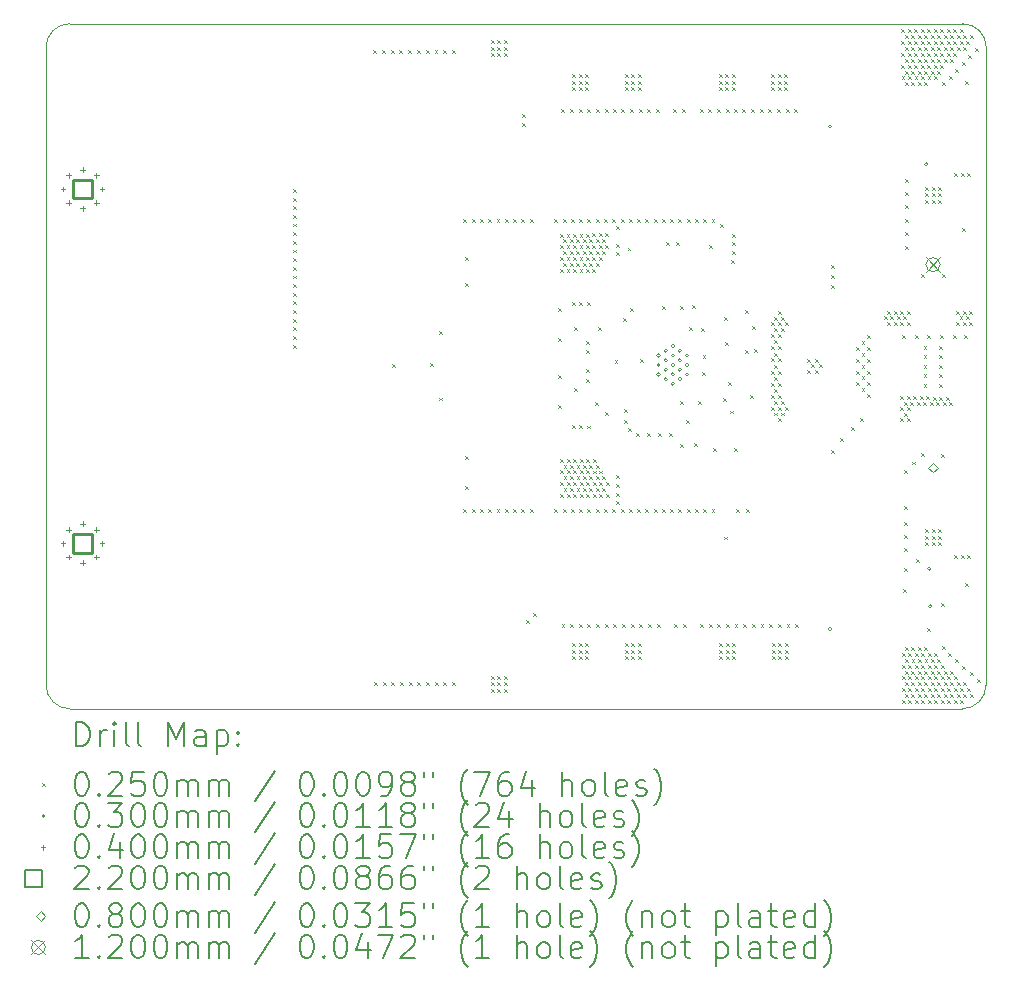
<source format=gbr>
%TF.GenerationSoftware,KiCad,Pcbnew,7.0.7*%
%TF.CreationDate,2024-03-27T22:14:43+01:00*%
%TF.ProjectId,SMPS_legged_robot_module,534d5053-5f6c-4656-9767-65645f726f62,1.0*%
%TF.SameCoordinates,PX116520PY4ddba40*%
%TF.FileFunction,Drillmap*%
%TF.FilePolarity,Positive*%
%FSLAX45Y45*%
G04 Gerber Fmt 4.5, Leading zero omitted, Abs format (unit mm)*
G04 Created by KiCad (PCBNEW 7.0.7) date 2024-03-27 22:14:43*
%MOMM*%
%LPD*%
G01*
G04 APERTURE LIST*
%ADD10C,0.100000*%
%ADD11C,0.200000*%
%ADD12C,0.025000*%
%ADD13C,0.030000*%
%ADD14C,0.040000*%
%ADD15C,0.220000*%
%ADD16C,0.080000*%
%ADD17C,0.120000*%
G04 APERTURE END LIST*
D10*
X18189579Y3244000D02*
X10629000Y3244000D01*
X18188000Y-2556000D02*
X10629421Y-2556000D01*
X18188000Y-2556000D02*
G75*
G03*
X18388000Y-2356000I0J200000D01*
G01*
X10629000Y3244000D02*
G75*
G03*
X10429000Y3044000I0J-200000D01*
G01*
X10429000Y3044000D02*
X10429421Y-2356000D01*
X10429421Y-2356000D02*
G75*
G03*
X10629421Y-2556000I199999J-1D01*
G01*
X18389579Y3044000D02*
G75*
G03*
X18189579Y3244000I-199999J1D01*
G01*
X18389000Y1695920D02*
X18388000Y-2356000D01*
X18389000Y1695920D02*
X18389579Y3044000D01*
D11*
D12*
X12523500Y1846500D02*
X12548500Y1821500D01*
X12548500Y1846500D02*
X12523500Y1821500D01*
X12523500Y1771500D02*
X12548500Y1746500D01*
X12548500Y1771500D02*
X12523500Y1746500D01*
X12523500Y1696500D02*
X12548500Y1671500D01*
X12548500Y1696500D02*
X12523500Y1671500D01*
X12523500Y1626500D02*
X12548500Y1601500D01*
X12548500Y1626500D02*
X12523500Y1601500D01*
X12523500Y1551500D02*
X12548500Y1526500D01*
X12548500Y1551500D02*
X12523500Y1526500D01*
X12523500Y1476500D02*
X12548500Y1451500D01*
X12548500Y1476500D02*
X12523500Y1451500D01*
X12523500Y1406500D02*
X12548500Y1381500D01*
X12548500Y1406500D02*
X12523500Y1381500D01*
X12523500Y1331500D02*
X12548500Y1306500D01*
X12548500Y1331500D02*
X12523500Y1306500D01*
X12523500Y1256500D02*
X12548500Y1231500D01*
X12548500Y1256500D02*
X12523500Y1231500D01*
X12523500Y1186500D02*
X12548500Y1161500D01*
X12548500Y1186500D02*
X12523500Y1161500D01*
X12523500Y1111500D02*
X12548500Y1086500D01*
X12548500Y1111500D02*
X12523500Y1086500D01*
X12523500Y1036500D02*
X12548500Y1011500D01*
X12548500Y1036500D02*
X12523500Y1011500D01*
X12523500Y966500D02*
X12548500Y941500D01*
X12548500Y966500D02*
X12523500Y941500D01*
X12523500Y891500D02*
X12548500Y866500D01*
X12548500Y891500D02*
X12523500Y866500D01*
X12523500Y816500D02*
X12548500Y791500D01*
X12548500Y816500D02*
X12523500Y791500D01*
X12523500Y746500D02*
X12548500Y721500D01*
X12548500Y746500D02*
X12523500Y721500D01*
X12523500Y671500D02*
X12548500Y646500D01*
X12548500Y671500D02*
X12523500Y646500D01*
X12523500Y596500D02*
X12548500Y571500D01*
X12548500Y596500D02*
X12523500Y571500D01*
X12523500Y526500D02*
X12548500Y501500D01*
X12548500Y526500D02*
X12523500Y501500D01*
X13198500Y3021500D02*
X13223500Y2996500D01*
X13223500Y3021500D02*
X13198500Y2996500D01*
X13203500Y-2328500D02*
X13228500Y-2353500D01*
X13228500Y-2328500D02*
X13203500Y-2353500D01*
X13273500Y3021500D02*
X13298500Y2996500D01*
X13298500Y3021500D02*
X13273500Y2996500D01*
X13278500Y-2328500D02*
X13303500Y-2353500D01*
X13303500Y-2328500D02*
X13278500Y-2353500D01*
X13348500Y3021500D02*
X13373500Y2996500D01*
X13373500Y3021500D02*
X13348500Y2996500D01*
X13353500Y-2328500D02*
X13378500Y-2353500D01*
X13378500Y-2328500D02*
X13353500Y-2353500D01*
X13360912Y363556D02*
X13385912Y338556D01*
X13385912Y363556D02*
X13360912Y338556D01*
X13418500Y3021500D02*
X13443500Y2996500D01*
X13443500Y3021500D02*
X13418500Y2996500D01*
X13423500Y-2328500D02*
X13448500Y-2353500D01*
X13448500Y-2328500D02*
X13423500Y-2353500D01*
X13493500Y3021500D02*
X13518500Y2996500D01*
X13518500Y3021500D02*
X13493500Y2996500D01*
X13498500Y-2328500D02*
X13523500Y-2353500D01*
X13523500Y-2328500D02*
X13498500Y-2353500D01*
X13568500Y3021500D02*
X13593500Y2996500D01*
X13593500Y3021500D02*
X13568500Y2996500D01*
X13573500Y-2328500D02*
X13598500Y-2353500D01*
X13598500Y-2328500D02*
X13573500Y-2353500D01*
X13643500Y3021500D02*
X13668500Y2996500D01*
X13668500Y3021500D02*
X13643500Y2996500D01*
X13648500Y-2328500D02*
X13673500Y-2353500D01*
X13673500Y-2328500D02*
X13648500Y-2353500D01*
X13678450Y366500D02*
X13703450Y341500D01*
X13703450Y366500D02*
X13678450Y341500D01*
X13718500Y3021500D02*
X13743500Y2996500D01*
X13743500Y3021500D02*
X13718500Y2996500D01*
X13723500Y-2328500D02*
X13748500Y-2353500D01*
X13748500Y-2328500D02*
X13723500Y-2353500D01*
X13754500Y78500D02*
X13779500Y53500D01*
X13779500Y78500D02*
X13754500Y53500D01*
X13755500Y640500D02*
X13780500Y615500D01*
X13780500Y640500D02*
X13755500Y615500D01*
X13788500Y3021500D02*
X13813500Y2996500D01*
X13813500Y3021500D02*
X13788500Y2996500D01*
X13793500Y-2328500D02*
X13818500Y-2353500D01*
X13818500Y-2328500D02*
X13793500Y-2353500D01*
X13863500Y3021500D02*
X13888500Y2996500D01*
X13888500Y3021500D02*
X13863500Y2996500D01*
X13868500Y-2328500D02*
X13893500Y-2353500D01*
X13893500Y-2328500D02*
X13868500Y-2353500D01*
X13963500Y1586500D02*
X13988500Y1561500D01*
X13988500Y1586500D02*
X13963500Y1561500D01*
X13963500Y-863500D02*
X13988500Y-888500D01*
X13988500Y-863500D02*
X13963500Y-888500D01*
X13973500Y1271500D02*
X13998500Y1246500D01*
X13998500Y1271500D02*
X13973500Y1246500D01*
X13973500Y1046500D02*
X13998500Y1021500D01*
X13998500Y1046500D02*
X13973500Y1021500D01*
X13973500Y-418500D02*
X13998500Y-443500D01*
X13998500Y-418500D02*
X13973500Y-443500D01*
X13973500Y-673500D02*
X13998500Y-698500D01*
X13998500Y-673500D02*
X13973500Y-698500D01*
X14033500Y1586500D02*
X14058500Y1561500D01*
X14058500Y1586500D02*
X14033500Y1561500D01*
X14033500Y-863500D02*
X14058500Y-888500D01*
X14058500Y-863500D02*
X14033500Y-888500D01*
X14103500Y1586500D02*
X14128500Y1561500D01*
X14128500Y1586500D02*
X14103500Y1561500D01*
X14103500Y-863500D02*
X14128500Y-888500D01*
X14128500Y-863500D02*
X14103500Y-888500D01*
X14173500Y1586500D02*
X14198500Y1561500D01*
X14198500Y1586500D02*
X14173500Y1561500D01*
X14173500Y-863500D02*
X14198500Y-888500D01*
X14198500Y-863500D02*
X14173500Y-888500D01*
X14193500Y3101500D02*
X14218500Y3076500D01*
X14218500Y3101500D02*
X14193500Y3076500D01*
X14193500Y3046500D02*
X14218500Y3021500D01*
X14218500Y3046500D02*
X14193500Y3021500D01*
X14193500Y2991500D02*
X14218500Y2966500D01*
X14218500Y2991500D02*
X14193500Y2966500D01*
X14193500Y-2278500D02*
X14218500Y-2303500D01*
X14218500Y-2278500D02*
X14193500Y-2303500D01*
X14193500Y-2333500D02*
X14218500Y-2358500D01*
X14218500Y-2333500D02*
X14193500Y-2358500D01*
X14193500Y-2388500D02*
X14218500Y-2413500D01*
X14218500Y-2388500D02*
X14193500Y-2413500D01*
X14243500Y1586500D02*
X14268500Y1561500D01*
X14268500Y1586500D02*
X14243500Y1561500D01*
X14243500Y-863500D02*
X14268500Y-888500D01*
X14268500Y-863500D02*
X14243500Y-888500D01*
X14248500Y3101500D02*
X14273500Y3076500D01*
X14273500Y3101500D02*
X14248500Y3076500D01*
X14248500Y3046500D02*
X14273500Y3021500D01*
X14273500Y3046500D02*
X14248500Y3021500D01*
X14248500Y2991500D02*
X14273500Y2966500D01*
X14273500Y2991500D02*
X14248500Y2966500D01*
X14248500Y-2278500D02*
X14273500Y-2303500D01*
X14273500Y-2278500D02*
X14248500Y-2303500D01*
X14248500Y-2333500D02*
X14273500Y-2358500D01*
X14273500Y-2333500D02*
X14248500Y-2358500D01*
X14248500Y-2388500D02*
X14273500Y-2413500D01*
X14273500Y-2388500D02*
X14248500Y-2413500D01*
X14303500Y3101500D02*
X14328500Y3076500D01*
X14328500Y3101500D02*
X14303500Y3076500D01*
X14303500Y3046500D02*
X14328500Y3021500D01*
X14328500Y3046500D02*
X14303500Y3021500D01*
X14303500Y2991500D02*
X14328500Y2966500D01*
X14328500Y2991500D02*
X14303500Y2966500D01*
X14303500Y-2278500D02*
X14328500Y-2303500D01*
X14328500Y-2278500D02*
X14303500Y-2303500D01*
X14303500Y-2333500D02*
X14328500Y-2358500D01*
X14328500Y-2333500D02*
X14303500Y-2358500D01*
X14303500Y-2388500D02*
X14328500Y-2413500D01*
X14328500Y-2388500D02*
X14303500Y-2413500D01*
X14313500Y1586500D02*
X14338500Y1561500D01*
X14338500Y1586500D02*
X14313500Y1561500D01*
X14313500Y-863500D02*
X14338500Y-888500D01*
X14338500Y-863500D02*
X14313500Y-888500D01*
X14383500Y1586500D02*
X14408500Y1561500D01*
X14408500Y1586500D02*
X14383500Y1561500D01*
X14383500Y-863500D02*
X14408500Y-888500D01*
X14408500Y-863500D02*
X14383500Y-888500D01*
X14453500Y1586500D02*
X14478500Y1561500D01*
X14478500Y1586500D02*
X14453500Y1561500D01*
X14453500Y-863500D02*
X14478500Y-888500D01*
X14478500Y-863500D02*
X14453500Y-888500D01*
X14461615Y2481500D02*
X14486615Y2456500D01*
X14486615Y2481500D02*
X14461615Y2456500D01*
X14461615Y2401500D02*
X14486615Y2376500D01*
X14486615Y2401500D02*
X14461615Y2376500D01*
X14494500Y-1802500D02*
X14519500Y-1827500D01*
X14519500Y-1802500D02*
X14494500Y-1827500D01*
X14523500Y1586500D02*
X14548500Y1561500D01*
X14548500Y1586500D02*
X14523500Y1561500D01*
X14523500Y-863500D02*
X14548500Y-888500D01*
X14548500Y-863500D02*
X14523500Y-888500D01*
X14552500Y-1746500D02*
X14577500Y-1771500D01*
X14577500Y-1746500D02*
X14552500Y-1771500D01*
X14733500Y1586500D02*
X14758500Y1561500D01*
X14758500Y1586500D02*
X14733500Y1561500D01*
X14733500Y-863500D02*
X14758500Y-888500D01*
X14758500Y-863500D02*
X14733500Y-888500D01*
X14763500Y836500D02*
X14788500Y811500D01*
X14788500Y836500D02*
X14763500Y811500D01*
X14763500Y580500D02*
X14788500Y555500D01*
X14788500Y580500D02*
X14763500Y555500D01*
X14763500Y269500D02*
X14788500Y244500D01*
X14788500Y269500D02*
X14763500Y244500D01*
X14763500Y16500D02*
X14788500Y-8500D01*
X14788500Y16500D02*
X14763500Y-8500D01*
X14780500Y1366500D02*
X14805500Y1341500D01*
X14805500Y1366500D02*
X14780500Y1341500D01*
X14781000Y1466500D02*
X14806000Y1441500D01*
X14806000Y1466500D02*
X14781000Y1441500D01*
X14781000Y1265500D02*
X14806000Y1240500D01*
X14806000Y1265500D02*
X14781000Y1240500D01*
X14781000Y1165500D02*
X14806000Y1140500D01*
X14806000Y1165500D02*
X14781000Y1140500D01*
X14782500Y-639500D02*
X14807500Y-664500D01*
X14807500Y-639500D02*
X14782500Y-664500D01*
X14783000Y-438500D02*
X14808000Y-463500D01*
X14808000Y-438500D02*
X14783000Y-463500D01*
X14783000Y-538500D02*
X14808000Y-563500D01*
X14808000Y-538500D02*
X14783000Y-563500D01*
X14783000Y-739500D02*
X14808000Y-764500D01*
X14808000Y-739500D02*
X14783000Y-764500D01*
X14788500Y2521500D02*
X14813500Y2496500D01*
X14813500Y2521500D02*
X14788500Y2496500D01*
X14793500Y-1838500D02*
X14818500Y-1863500D01*
X14818500Y-1838500D02*
X14793500Y-1863500D01*
X14803500Y1586500D02*
X14828500Y1561500D01*
X14828500Y1586500D02*
X14803500Y1561500D01*
X14803500Y-863500D02*
X14828500Y-888500D01*
X14828500Y-863500D02*
X14803500Y-888500D01*
X14808500Y1416500D02*
X14833500Y1391500D01*
X14833500Y1416500D02*
X14808500Y1391500D01*
X14808500Y1316500D02*
X14833500Y1291500D01*
X14833500Y1316500D02*
X14808500Y1291500D01*
X14808500Y1216500D02*
X14833500Y1191500D01*
X14833500Y1216500D02*
X14808500Y1191500D01*
X14810500Y-489500D02*
X14835500Y-514500D01*
X14835500Y-489500D02*
X14810500Y-514500D01*
X14810500Y-589500D02*
X14835500Y-614500D01*
X14835500Y-589500D02*
X14810500Y-614500D01*
X14810500Y-689500D02*
X14835500Y-714500D01*
X14835500Y-689500D02*
X14810500Y-714500D01*
X14836000Y1466500D02*
X14861000Y1441500D01*
X14861000Y1466500D02*
X14836000Y1441500D01*
X14836000Y1366500D02*
X14861000Y1341500D01*
X14861000Y1366500D02*
X14836000Y1341500D01*
X14836000Y1265500D02*
X14861000Y1240500D01*
X14861000Y1265500D02*
X14836000Y1240500D01*
X14836000Y1165500D02*
X14861000Y1140500D01*
X14861000Y1165500D02*
X14836000Y1140500D01*
X14838000Y-438500D02*
X14863000Y-463500D01*
X14863000Y-438500D02*
X14838000Y-463500D01*
X14838000Y-538500D02*
X14863000Y-563500D01*
X14863000Y-538500D02*
X14838000Y-563500D01*
X14838000Y-639500D02*
X14863000Y-664500D01*
X14863000Y-639500D02*
X14838000Y-664500D01*
X14838000Y-739500D02*
X14863000Y-764500D01*
X14863000Y-739500D02*
X14838000Y-764500D01*
X14863500Y2521500D02*
X14888500Y2496500D01*
X14888500Y2521500D02*
X14863500Y2496500D01*
X14863500Y1416500D02*
X14888500Y1391500D01*
X14888500Y1416500D02*
X14863500Y1391500D01*
X14863500Y1316500D02*
X14888500Y1291500D01*
X14888500Y1316500D02*
X14863500Y1291500D01*
X14863500Y1216500D02*
X14888500Y1191500D01*
X14888500Y1216500D02*
X14863500Y1191500D01*
X14865500Y-489500D02*
X14890500Y-514500D01*
X14890500Y-489500D02*
X14865500Y-514500D01*
X14865500Y-589500D02*
X14890500Y-614500D01*
X14890500Y-589500D02*
X14865500Y-614500D01*
X14865500Y-689500D02*
X14890500Y-714500D01*
X14890500Y-689500D02*
X14865500Y-714500D01*
X14868500Y-1838500D02*
X14893500Y-1863500D01*
X14893500Y-1838500D02*
X14868500Y-1863500D01*
X14873500Y1586500D02*
X14898500Y1561500D01*
X14898500Y1586500D02*
X14873500Y1561500D01*
X14873500Y-863500D02*
X14898500Y-888500D01*
X14898500Y-863500D02*
X14873500Y-888500D01*
X14880500Y889500D02*
X14905500Y864500D01*
X14905500Y889500D02*
X14880500Y864500D01*
X14880500Y-157500D02*
X14905500Y-182500D01*
X14905500Y-157500D02*
X14880500Y-182500D01*
X14883500Y2816500D02*
X14908500Y2791500D01*
X14908500Y2816500D02*
X14883500Y2791500D01*
X14883500Y2761500D02*
X14908500Y2736500D01*
X14908500Y2761500D02*
X14883500Y2736500D01*
X14883500Y2706500D02*
X14908500Y2681500D01*
X14908500Y2706500D02*
X14883500Y2681500D01*
X14883500Y-2003500D02*
X14908500Y-2028500D01*
X14908500Y-2003500D02*
X14883500Y-2028500D01*
X14883500Y-2058500D02*
X14908500Y-2083500D01*
X14908500Y-2058500D02*
X14883500Y-2083500D01*
X14883500Y-2113500D02*
X14908500Y-2138500D01*
X14908500Y-2113500D02*
X14883500Y-2138500D01*
X14891000Y1466500D02*
X14916000Y1441500D01*
X14916000Y1466500D02*
X14891000Y1441500D01*
X14891000Y1366500D02*
X14916000Y1341500D01*
X14916000Y1366500D02*
X14891000Y1341500D01*
X14891000Y1265500D02*
X14916000Y1240500D01*
X14916000Y1265500D02*
X14891000Y1240500D01*
X14891000Y1165500D02*
X14916000Y1140500D01*
X14916000Y1165500D02*
X14891000Y1140500D01*
X14893000Y-438500D02*
X14918000Y-463500D01*
X14918000Y-438500D02*
X14893000Y-463500D01*
X14893000Y-538500D02*
X14918000Y-563500D01*
X14918000Y-538500D02*
X14893000Y-563500D01*
X14893000Y-639500D02*
X14918000Y-664500D01*
X14918000Y-639500D02*
X14893000Y-664500D01*
X14893000Y-739500D02*
X14918000Y-764500D01*
X14918000Y-739500D02*
X14893000Y-764500D01*
X14898500Y678500D02*
X14923500Y653500D01*
X14923500Y678500D02*
X14898500Y653500D01*
X14900500Y158500D02*
X14925500Y133500D01*
X14925500Y158500D02*
X14900500Y133500D01*
X14918500Y1416500D02*
X14943500Y1391500D01*
X14943500Y1416500D02*
X14918500Y1391500D01*
X14918500Y1316500D02*
X14943500Y1291500D01*
X14943500Y1316500D02*
X14918500Y1291500D01*
X14918500Y1216500D02*
X14943500Y1191500D01*
X14943500Y1216500D02*
X14918500Y1191500D01*
X14920500Y-489500D02*
X14945500Y-514500D01*
X14945500Y-489500D02*
X14920500Y-514500D01*
X14920500Y-589500D02*
X14945500Y-614500D01*
X14945500Y-589500D02*
X14920500Y-614500D01*
X14920500Y-689500D02*
X14945500Y-714500D01*
X14945500Y-689500D02*
X14920500Y-714500D01*
X14938500Y2816500D02*
X14963500Y2791500D01*
X14963500Y2816500D02*
X14938500Y2791500D01*
X14938500Y2761500D02*
X14963500Y2736500D01*
X14963500Y2761500D02*
X14938500Y2736500D01*
X14938500Y2706500D02*
X14963500Y2681500D01*
X14963500Y2706500D02*
X14938500Y2681500D01*
X14938500Y2521500D02*
X14963500Y2496500D01*
X14963500Y2521500D02*
X14938500Y2496500D01*
X14938500Y-2003500D02*
X14963500Y-2028500D01*
X14963500Y-2003500D02*
X14938500Y-2028500D01*
X14938500Y-2058500D02*
X14963500Y-2083500D01*
X14963500Y-2058500D02*
X14938500Y-2083500D01*
X14938500Y-2113500D02*
X14963500Y-2138500D01*
X14963500Y-2113500D02*
X14938500Y-2138500D01*
X14943500Y1586500D02*
X14968500Y1561500D01*
X14968500Y1586500D02*
X14943500Y1561500D01*
X14943500Y889500D02*
X14968500Y864500D01*
X14968500Y889500D02*
X14943500Y864500D01*
X14943500Y-157500D02*
X14968500Y-182500D01*
X14968500Y-157500D02*
X14943500Y-182500D01*
X14943500Y-863500D02*
X14968500Y-888500D01*
X14968500Y-863500D02*
X14943500Y-888500D01*
X14943500Y-1838500D02*
X14968500Y-1863500D01*
X14968500Y-1838500D02*
X14943500Y-1863500D01*
X14946000Y1466500D02*
X14971000Y1441500D01*
X14971000Y1466500D02*
X14946000Y1441500D01*
X14946000Y1366500D02*
X14971000Y1341500D01*
X14971000Y1366500D02*
X14946000Y1341500D01*
X14946000Y1265500D02*
X14971000Y1240500D01*
X14971000Y1265500D02*
X14946000Y1240500D01*
X14946000Y1165500D02*
X14971000Y1140500D01*
X14971000Y1165500D02*
X14946000Y1140500D01*
X14948000Y-438500D02*
X14973000Y-463500D01*
X14973000Y-438500D02*
X14948000Y-463500D01*
X14948000Y-538500D02*
X14973000Y-563500D01*
X14973000Y-538500D02*
X14948000Y-563500D01*
X14948000Y-639500D02*
X14973000Y-664500D01*
X14973000Y-639500D02*
X14948000Y-664500D01*
X14948000Y-739500D02*
X14973000Y-764500D01*
X14973000Y-739500D02*
X14948000Y-764500D01*
X14973500Y1416500D02*
X14998500Y1391500D01*
X14998500Y1416500D02*
X14973500Y1391500D01*
X14973500Y1316500D02*
X14998500Y1291500D01*
X14998500Y1316500D02*
X14973500Y1291500D01*
X14973500Y1216500D02*
X14998500Y1191500D01*
X14998500Y1216500D02*
X14973500Y1191500D01*
X14975500Y-489500D02*
X15000500Y-514500D01*
X15000500Y-489500D02*
X14975500Y-514500D01*
X14975500Y-589500D02*
X15000500Y-614500D01*
X15000500Y-589500D02*
X14975500Y-614500D01*
X14975500Y-689500D02*
X15000500Y-714500D01*
X15000500Y-689500D02*
X14975500Y-714500D01*
X14993500Y2816500D02*
X15018500Y2791500D01*
X15018500Y2816500D02*
X14993500Y2791500D01*
X14993500Y2761500D02*
X15018500Y2736500D01*
X15018500Y2761500D02*
X14993500Y2736500D01*
X14993500Y2706500D02*
X15018500Y2681500D01*
X15018500Y2706500D02*
X14993500Y2681500D01*
X14993500Y-2003500D02*
X15018500Y-2028500D01*
X15018500Y-2003500D02*
X14993500Y-2028500D01*
X14993500Y-2058500D02*
X15018500Y-2083500D01*
X15018500Y-2058500D02*
X14993500Y-2083500D01*
X14993500Y-2113500D02*
X15018500Y-2138500D01*
X15018500Y-2113500D02*
X14993500Y-2138500D01*
X15000377Y319000D02*
X15025377Y294000D01*
X15025377Y319000D02*
X15000377Y294000D01*
X15000377Y239000D02*
X15025377Y214000D01*
X15025377Y239000D02*
X15000377Y214000D01*
X15000644Y560500D02*
X15025644Y535500D01*
X15025644Y560500D02*
X15000644Y535500D01*
X15000644Y480500D02*
X15025644Y455500D01*
X15025644Y480500D02*
X15000644Y455500D01*
X15001000Y1466500D02*
X15026000Y1441500D01*
X15026000Y1466500D02*
X15001000Y1441500D01*
X15001000Y1366500D02*
X15026000Y1341500D01*
X15026000Y1366500D02*
X15001000Y1341500D01*
X15001000Y1265500D02*
X15026000Y1240500D01*
X15026000Y1265500D02*
X15001000Y1240500D01*
X15001000Y1165500D02*
X15026000Y1140500D01*
X15026000Y1165500D02*
X15001000Y1140500D01*
X15003000Y-438500D02*
X15028000Y-463500D01*
X15028000Y-438500D02*
X15003000Y-463500D01*
X15003000Y-538500D02*
X15028000Y-563500D01*
X15028000Y-538500D02*
X15003000Y-563500D01*
X15003000Y-639500D02*
X15028000Y-664500D01*
X15028000Y-639500D02*
X15003000Y-664500D01*
X15003000Y-739500D02*
X15028000Y-764500D01*
X15028000Y-739500D02*
X15003000Y-764500D01*
X15008500Y2521500D02*
X15033500Y2496500D01*
X15033500Y2521500D02*
X15008500Y2496500D01*
X15009500Y888500D02*
X15034500Y863500D01*
X15034500Y888500D02*
X15009500Y863500D01*
X15009500Y-158500D02*
X15034500Y-183500D01*
X15034500Y-158500D02*
X15009500Y-183500D01*
X15013500Y1586500D02*
X15038500Y1561500D01*
X15038500Y1586500D02*
X15013500Y1561500D01*
X15013500Y-863500D02*
X15038500Y-888500D01*
X15038500Y-863500D02*
X15013500Y-888500D01*
X15013500Y-1838500D02*
X15038500Y-1863500D01*
X15038500Y-1838500D02*
X15013500Y-1863500D01*
X15028500Y1416500D02*
X15053500Y1391500D01*
X15053500Y1416500D02*
X15028500Y1391500D01*
X15028500Y1316500D02*
X15053500Y1291500D01*
X15053500Y1316500D02*
X15028500Y1291500D01*
X15028500Y1216500D02*
X15053500Y1191500D01*
X15053500Y1216500D02*
X15028500Y1191500D01*
X15030500Y-489500D02*
X15055500Y-514500D01*
X15055500Y-489500D02*
X15030500Y-514500D01*
X15030500Y-589500D02*
X15055500Y-614500D01*
X15055500Y-589500D02*
X15030500Y-614500D01*
X15030500Y-689500D02*
X15055500Y-714500D01*
X15055500Y-689500D02*
X15030500Y-714500D01*
X15055500Y1467500D02*
X15080500Y1442500D01*
X15080500Y1467500D02*
X15055500Y1442500D01*
X15055500Y1366500D02*
X15080500Y1341500D01*
X15080500Y1366500D02*
X15055500Y1341500D01*
X15055500Y1266500D02*
X15080500Y1241500D01*
X15080500Y1266500D02*
X15055500Y1241500D01*
X15055500Y1166500D02*
X15080500Y1141500D01*
X15080500Y1166500D02*
X15055500Y1141500D01*
X15057500Y-439500D02*
X15082500Y-464500D01*
X15082500Y-439500D02*
X15057500Y-464500D01*
X15057500Y-539500D02*
X15082500Y-564500D01*
X15082500Y-539500D02*
X15057500Y-564500D01*
X15057500Y-639500D02*
X15082500Y-664500D01*
X15082500Y-639500D02*
X15057500Y-664500D01*
X15057500Y-740500D02*
X15082500Y-765500D01*
X15082500Y-740500D02*
X15057500Y-765500D01*
X15079500Y38500D02*
X15104500Y13500D01*
X15104500Y38500D02*
X15079500Y13500D01*
X15083500Y2521500D02*
X15108500Y2496500D01*
X15108500Y2521500D02*
X15083500Y2496500D01*
X15083500Y1586500D02*
X15108500Y1561500D01*
X15108500Y1586500D02*
X15083500Y1561500D01*
X15083500Y1416500D02*
X15108500Y1391500D01*
X15108500Y1416500D02*
X15083500Y1391500D01*
X15083500Y1316500D02*
X15108500Y1291500D01*
X15108500Y1316500D02*
X15083500Y1291500D01*
X15083500Y1216500D02*
X15108500Y1191500D01*
X15108500Y1216500D02*
X15083500Y1191500D01*
X15083500Y-863500D02*
X15108500Y-888500D01*
X15108500Y-863500D02*
X15083500Y-888500D01*
X15085500Y-489500D02*
X15110500Y-514500D01*
X15110500Y-489500D02*
X15085500Y-514500D01*
X15085500Y-589500D02*
X15110500Y-614500D01*
X15110500Y-589500D02*
X15085500Y-614500D01*
X15085500Y-689500D02*
X15110500Y-714500D01*
X15110500Y-689500D02*
X15085500Y-714500D01*
X15088500Y-1838500D02*
X15113500Y-1863500D01*
X15113500Y-1838500D02*
X15088500Y-1863500D01*
X15106500Y672500D02*
X15131500Y647500D01*
X15131500Y672500D02*
X15106500Y647500D01*
X15110500Y1467500D02*
X15135500Y1442500D01*
X15135500Y1467500D02*
X15110500Y1442500D01*
X15110500Y1366500D02*
X15135500Y1341500D01*
X15135500Y1366500D02*
X15110500Y1341500D01*
X15110500Y1266500D02*
X15135500Y1241500D01*
X15135500Y1266500D02*
X15110500Y1241500D01*
X15112500Y-539500D02*
X15137500Y-564500D01*
X15137500Y-539500D02*
X15112500Y-564500D01*
X15112500Y-639500D02*
X15137500Y-664500D01*
X15137500Y-639500D02*
X15112500Y-664500D01*
X15112500Y-740500D02*
X15137500Y-765500D01*
X15137500Y-740500D02*
X15112500Y-765500D01*
X15138500Y1416500D02*
X15163500Y1391500D01*
X15163500Y1416500D02*
X15138500Y1391500D01*
X15138500Y1316500D02*
X15163500Y1291500D01*
X15163500Y1316500D02*
X15138500Y1291500D01*
X15140500Y-589500D02*
X15165500Y-614500D01*
X15165500Y-589500D02*
X15140500Y-614500D01*
X15140500Y-689500D02*
X15165500Y-714500D01*
X15165500Y-689500D02*
X15140500Y-714500D01*
X15153500Y1586500D02*
X15178500Y1561500D01*
X15178500Y1586500D02*
X15153500Y1561500D01*
X15153500Y-863500D02*
X15178500Y-888500D01*
X15178500Y-863500D02*
X15153500Y-888500D01*
X15158500Y2521500D02*
X15183500Y2496500D01*
X15183500Y2521500D02*
X15158500Y2496500D01*
X15161500Y-45500D02*
X15186500Y-70500D01*
X15186500Y-45500D02*
X15161500Y-70500D01*
X15163500Y-1838500D02*
X15188500Y-1863500D01*
X15188500Y-1838500D02*
X15163500Y-1863500D01*
X15165500Y1467500D02*
X15190500Y1442500D01*
X15190500Y1467500D02*
X15165500Y1442500D01*
X15165500Y1366500D02*
X15190500Y1341500D01*
X15190500Y1366500D02*
X15165500Y1341500D01*
X15167500Y-639500D02*
X15192500Y-664500D01*
X15192500Y-639500D02*
X15167500Y-664500D01*
X15167500Y-740500D02*
X15192500Y-765500D01*
X15192500Y-740500D02*
X15167500Y-765500D01*
X15223500Y1586500D02*
X15248500Y1561500D01*
X15248500Y1586500D02*
X15223500Y1561500D01*
X15223500Y-863500D02*
X15248500Y-888500D01*
X15248500Y-863500D02*
X15223500Y-888500D01*
X15228500Y2521500D02*
X15253500Y2496500D01*
X15253500Y2521500D02*
X15228500Y2496500D01*
X15233500Y-1838500D02*
X15258500Y-1863500D01*
X15258500Y-1838500D02*
X15233500Y-1863500D01*
X15242500Y399500D02*
X15267500Y374500D01*
X15267500Y399500D02*
X15242500Y374500D01*
X15258500Y1526500D02*
X15283500Y1501500D01*
X15283500Y1526500D02*
X15258500Y1501500D01*
X15258500Y1376500D02*
X15283500Y1351500D01*
X15283500Y1376500D02*
X15258500Y1351500D01*
X15258500Y1306500D02*
X15283500Y1281500D01*
X15283500Y1306500D02*
X15258500Y1281500D01*
X15258500Y-578500D02*
X15283500Y-603500D01*
X15283500Y-578500D02*
X15258500Y-603500D01*
X15258500Y-653500D02*
X15283500Y-678500D01*
X15283500Y-653500D02*
X15258500Y-678500D01*
X15258500Y-728500D02*
X15283500Y-753500D01*
X15283500Y-728500D02*
X15258500Y-753500D01*
X15258500Y-798500D02*
X15283500Y-823500D01*
X15283500Y-798500D02*
X15258500Y-823500D01*
X15293500Y1586500D02*
X15318500Y1561500D01*
X15318500Y1586500D02*
X15293500Y1561500D01*
X15293500Y-863500D02*
X15318500Y-888500D01*
X15318500Y-863500D02*
X15293500Y-888500D01*
X15298500Y2521500D02*
X15323500Y2496500D01*
X15323500Y2521500D02*
X15298500Y2496500D01*
X15303500Y-1838500D02*
X15328500Y-1863500D01*
X15328500Y-1838500D02*
X15303500Y-1863500D01*
X15317500Y749500D02*
X15342500Y724500D01*
X15342500Y749500D02*
X15317500Y724500D01*
X15324500Y-111500D02*
X15349500Y-136500D01*
X15349500Y-111500D02*
X15324500Y-136500D01*
X15325373Y-22873D02*
X15350373Y-47873D01*
X15350373Y-22873D02*
X15325373Y-47873D01*
X15328500Y2816500D02*
X15353500Y2791500D01*
X15353500Y2816500D02*
X15328500Y2791500D01*
X15328500Y2761500D02*
X15353500Y2736500D01*
X15353500Y2761500D02*
X15328500Y2736500D01*
X15328500Y2706500D02*
X15353500Y2681500D01*
X15353500Y2706500D02*
X15328500Y2681500D01*
X15328500Y-2003500D02*
X15353500Y-2028500D01*
X15353500Y-2003500D02*
X15328500Y-2028500D01*
X15328500Y-2058500D02*
X15353500Y-2083500D01*
X15353500Y-2058500D02*
X15328500Y-2083500D01*
X15328500Y-2113500D02*
X15353500Y-2138500D01*
X15353500Y-2113500D02*
X15328500Y-2138500D01*
X15352500Y1348500D02*
X15377500Y1323500D01*
X15377500Y1348500D02*
X15352500Y1323500D01*
X15353391Y-183609D02*
X15378391Y-208609D01*
X15378391Y-183609D02*
X15353391Y-208609D01*
X15363500Y1586500D02*
X15388500Y1561500D01*
X15388500Y1586500D02*
X15363500Y1561500D01*
X15363500Y-863500D02*
X15388500Y-888500D01*
X15388500Y-863500D02*
X15363500Y-888500D01*
X15373000Y833500D02*
X15398000Y808500D01*
X15398000Y833500D02*
X15373000Y808500D01*
X15373500Y2521500D02*
X15398500Y2496500D01*
X15398500Y2521500D02*
X15373500Y2496500D01*
X15378500Y-1838500D02*
X15403500Y-1863500D01*
X15403500Y-1838500D02*
X15378500Y-1863500D01*
X15383500Y2816500D02*
X15408500Y2791500D01*
X15408500Y2816500D02*
X15383500Y2791500D01*
X15383500Y2761500D02*
X15408500Y2736500D01*
X15408500Y2761500D02*
X15383500Y2736500D01*
X15383500Y2706500D02*
X15408500Y2681500D01*
X15408500Y2706500D02*
X15383500Y2681500D01*
X15383500Y-2003500D02*
X15408500Y-2028500D01*
X15408500Y-2003500D02*
X15383500Y-2028500D01*
X15383500Y-2058500D02*
X15408500Y-2083500D01*
X15408500Y-2058500D02*
X15383500Y-2083500D01*
X15383500Y-2113500D02*
X15408500Y-2138500D01*
X15408500Y-2113500D02*
X15383500Y-2138500D01*
X15424500Y-223500D02*
X15449500Y-248500D01*
X15449500Y-223500D02*
X15424500Y-248500D01*
X15433500Y1586500D02*
X15458500Y1561500D01*
X15458500Y1586500D02*
X15433500Y1561500D01*
X15433500Y-863500D02*
X15458500Y-888500D01*
X15458500Y-863500D02*
X15433500Y-888500D01*
X15438500Y2816500D02*
X15463500Y2791500D01*
X15463500Y2816500D02*
X15438500Y2791500D01*
X15438500Y2761500D02*
X15463500Y2736500D01*
X15463500Y2761500D02*
X15438500Y2736500D01*
X15438500Y2706500D02*
X15463500Y2681500D01*
X15463500Y2706500D02*
X15438500Y2681500D01*
X15438500Y-2003500D02*
X15463500Y-2028500D01*
X15463500Y-2003500D02*
X15438500Y-2028500D01*
X15438500Y-2058500D02*
X15463500Y-2083500D01*
X15463500Y-2058500D02*
X15438500Y-2083500D01*
X15438500Y-2113500D02*
X15463500Y-2138500D01*
X15463500Y-2113500D02*
X15438500Y-2138500D01*
X15448500Y2521500D02*
X15473500Y2496500D01*
X15473500Y2521500D02*
X15448500Y2496500D01*
X15453500Y-1838500D02*
X15478500Y-1863500D01*
X15478500Y-1838500D02*
X15453500Y-1863500D01*
X15461411Y401631D02*
X15486411Y376631D01*
X15486411Y401631D02*
X15461411Y376631D01*
X15503500Y1586500D02*
X15528500Y1561500D01*
X15528500Y1586500D02*
X15503500Y1561500D01*
X15503500Y-863500D02*
X15528500Y-888500D01*
X15528500Y-863500D02*
X15503500Y-888500D01*
X15518500Y2521500D02*
X15543500Y2496500D01*
X15543500Y2521500D02*
X15518500Y2496500D01*
X15518500Y-223500D02*
X15543500Y-248500D01*
X15543500Y-223500D02*
X15518500Y-248500D01*
X15523500Y-1838500D02*
X15548500Y-1863500D01*
X15548500Y-1838500D02*
X15523500Y-1863500D01*
X15573500Y1586500D02*
X15598500Y1561500D01*
X15598500Y1586500D02*
X15573500Y1561500D01*
X15573500Y-863500D02*
X15598500Y-888500D01*
X15598500Y-863500D02*
X15573500Y-888500D01*
X15593500Y2521500D02*
X15618500Y2496500D01*
X15618500Y2521500D02*
X15593500Y2496500D01*
X15598500Y-1838500D02*
X15623500Y-1863500D01*
X15623500Y-1838500D02*
X15598500Y-1863500D01*
X15614500Y-224500D02*
X15639500Y-249500D01*
X15639500Y-224500D02*
X15614500Y-249500D01*
X15643500Y1586500D02*
X15668500Y1561500D01*
X15668500Y1586500D02*
X15643500Y1561500D01*
X15643500Y-863500D02*
X15668500Y-888500D01*
X15668500Y-863500D02*
X15643500Y-888500D01*
X15646050Y854500D02*
X15671050Y829500D01*
X15671050Y854500D02*
X15646050Y829500D01*
X15681080Y1397682D02*
X15706080Y1372682D01*
X15706080Y1397682D02*
X15681080Y1372682D01*
X15706500Y-224500D02*
X15731500Y-249500D01*
X15731500Y-224500D02*
X15706500Y-249500D01*
X15713500Y1586500D02*
X15738500Y1561500D01*
X15738500Y1586500D02*
X15713500Y1561500D01*
X15713500Y-863500D02*
X15738500Y-888500D01*
X15738500Y-863500D02*
X15713500Y-888500D01*
X15738500Y2521500D02*
X15763500Y2496500D01*
X15763500Y2521500D02*
X15738500Y2496500D01*
X15743500Y-1838500D02*
X15768500Y-1863500D01*
X15768500Y-1838500D02*
X15743500Y-1863500D01*
X15761080Y1397682D02*
X15786080Y1372682D01*
X15786080Y1397682D02*
X15761080Y1372682D01*
X15783500Y1586500D02*
X15808500Y1561500D01*
X15808500Y1586500D02*
X15783500Y1561500D01*
X15783500Y-863500D02*
X15808500Y-888500D01*
X15808500Y-863500D02*
X15783500Y-888500D01*
X15793500Y-311500D02*
X15818500Y-336500D01*
X15818500Y-311500D02*
X15793500Y-336500D01*
X15798521Y46016D02*
X15823521Y21016D01*
X15823521Y46016D02*
X15798521Y21016D01*
X15800950Y852500D02*
X15825950Y827500D01*
X15825950Y852500D02*
X15800950Y827500D01*
X15813500Y2521500D02*
X15838500Y2496500D01*
X15838500Y2521500D02*
X15813500Y2496500D01*
X15818500Y-1838500D02*
X15843500Y-1863500D01*
X15843500Y-1838500D02*
X15818500Y-1863500D01*
X15849500Y-115500D02*
X15874500Y-140500D01*
X15874500Y-115500D02*
X15849500Y-140500D01*
X15853500Y1586500D02*
X15878500Y1561500D01*
X15878500Y1586500D02*
X15853500Y1561500D01*
X15853500Y-863500D02*
X15878500Y-888500D01*
X15878500Y-863500D02*
X15853500Y-888500D01*
X15876980Y673505D02*
X15901980Y648505D01*
X15901980Y673505D02*
X15876980Y648505D01*
X15900900Y861300D02*
X15925900Y836300D01*
X15925900Y861300D02*
X15900900Y836300D01*
X15915500Y-310500D02*
X15940500Y-335500D01*
X15940500Y-310500D02*
X15915500Y-335500D01*
X15923500Y1586500D02*
X15948500Y1561500D01*
X15948500Y1586500D02*
X15923500Y1561500D01*
X15923500Y-863500D02*
X15948500Y-888500D01*
X15948500Y-863500D02*
X15923500Y-888500D01*
X15948507Y46031D02*
X15973507Y21032D01*
X15973507Y46031D02*
X15948507Y21032D01*
X15963500Y2521500D02*
X15988500Y2496500D01*
X15988500Y2521500D02*
X15963500Y2496500D01*
X15968500Y-1838500D02*
X15993500Y-1863500D01*
X15993500Y-1838500D02*
X15968500Y-1863500D01*
X15975500Y665500D02*
X16000500Y640500D01*
X16000500Y665500D02*
X15975500Y640500D01*
X15986500Y290500D02*
X16011500Y265500D01*
X16011500Y290500D02*
X15986500Y265500D01*
X15987500Y441500D02*
X16012500Y416500D01*
X16012500Y441500D02*
X15987500Y416500D01*
X15993500Y1586500D02*
X16018500Y1561500D01*
X16018500Y1586500D02*
X15993500Y1561500D01*
X15993500Y-863500D02*
X16018500Y-888500D01*
X16018500Y-863500D02*
X15993500Y-888500D01*
X16033500Y2521500D02*
X16058500Y2496500D01*
X16058500Y2521500D02*
X16033500Y2496500D01*
X16038500Y-1838500D02*
X16063500Y-1863500D01*
X16063500Y-1838500D02*
X16038500Y-1863500D01*
X16040500Y1367500D02*
X16065500Y1342500D01*
X16065500Y1367500D02*
X16040500Y1342500D01*
X16063500Y1586500D02*
X16088500Y1561500D01*
X16088500Y1586500D02*
X16063500Y1561500D01*
X16063500Y-863500D02*
X16088500Y-888500D01*
X16088500Y-863500D02*
X16063500Y-888500D01*
X16076500Y-351500D02*
X16101500Y-376500D01*
X16101500Y-351500D02*
X16076500Y-376500D01*
X16108500Y2521500D02*
X16133500Y2496500D01*
X16133500Y2521500D02*
X16108500Y2496500D01*
X16113500Y-1838500D02*
X16138500Y-1863500D01*
X16138500Y-1838500D02*
X16113500Y-1863500D01*
X16123500Y2816500D02*
X16148500Y2791500D01*
X16148500Y2816500D02*
X16123500Y2791500D01*
X16123500Y2761500D02*
X16148500Y2736500D01*
X16148500Y2761500D02*
X16123500Y2736500D01*
X16123500Y2706500D02*
X16148500Y2681500D01*
X16148500Y2706500D02*
X16123500Y2681500D01*
X16128500Y-2003500D02*
X16153500Y-2028500D01*
X16153500Y-2003500D02*
X16128500Y-2028500D01*
X16128500Y-2058500D02*
X16153500Y-2083500D01*
X16153500Y-2058500D02*
X16128500Y-2083500D01*
X16128500Y-2113500D02*
X16153500Y-2138500D01*
X16153500Y-2113500D02*
X16128500Y-2138500D01*
X16137500Y1546500D02*
X16162500Y1521500D01*
X16162500Y1546500D02*
X16137500Y1521500D01*
X16163500Y76500D02*
X16188500Y51500D01*
X16188500Y76500D02*
X16163500Y51500D01*
X16166000Y756550D02*
X16191000Y731550D01*
X16191000Y756550D02*
X16166000Y731550D01*
X16172500Y-1098500D02*
X16197500Y-1123500D01*
X16197500Y-1098500D02*
X16172500Y-1123500D01*
X16178500Y2816500D02*
X16203500Y2791500D01*
X16203500Y2816500D02*
X16178500Y2791500D01*
X16178500Y2761500D02*
X16203500Y2736500D01*
X16203500Y2761500D02*
X16178500Y2736500D01*
X16178500Y2706500D02*
X16203500Y2681500D01*
X16203500Y2706500D02*
X16178500Y2681500D01*
X16181500Y549500D02*
X16206500Y524500D01*
X16206500Y549500D02*
X16181500Y524500D01*
X16183500Y2521500D02*
X16208500Y2496500D01*
X16208500Y2521500D02*
X16183500Y2496500D01*
X16183500Y-2003500D02*
X16208500Y-2028500D01*
X16208500Y-2003500D02*
X16183500Y-2028500D01*
X16183500Y-2058500D02*
X16208500Y-2083500D01*
X16208500Y-2058500D02*
X16183500Y-2083500D01*
X16183500Y-2113500D02*
X16208500Y-2138500D01*
X16208500Y-2113500D02*
X16183500Y-2138500D01*
X16188500Y-1838500D02*
X16213500Y-1863500D01*
X16213500Y-1838500D02*
X16188500Y-1863500D01*
X16206500Y210500D02*
X16231500Y185500D01*
X16231500Y210500D02*
X16206500Y185500D01*
X16219500Y-31500D02*
X16244500Y-56500D01*
X16244500Y-31500D02*
X16219500Y-56500D01*
X16231100Y1242300D02*
X16256100Y1217300D01*
X16256100Y1242300D02*
X16231100Y1217300D01*
X16233500Y2816500D02*
X16258500Y2791500D01*
X16258500Y2816500D02*
X16233500Y2791500D01*
X16233500Y2761500D02*
X16258500Y2736500D01*
X16258500Y2761500D02*
X16233500Y2736500D01*
X16233500Y2706500D02*
X16258500Y2681500D01*
X16258500Y2706500D02*
X16233500Y2681500D01*
X16233500Y1466500D02*
X16258500Y1441500D01*
X16258500Y1466500D02*
X16233500Y1441500D01*
X16233500Y1391500D02*
X16258500Y1366500D01*
X16258500Y1391500D02*
X16233500Y1366500D01*
X16233500Y1316500D02*
X16258500Y1291500D01*
X16258500Y1316500D02*
X16233500Y1291500D01*
X16238500Y-2003500D02*
X16263500Y-2028500D01*
X16263500Y-2003500D02*
X16238500Y-2028500D01*
X16238500Y-2058500D02*
X16263500Y-2083500D01*
X16263500Y-2058500D02*
X16238500Y-2083500D01*
X16238500Y-2113500D02*
X16263500Y-2138500D01*
X16263500Y-2113500D02*
X16238500Y-2138500D01*
X16252500Y-351500D02*
X16277500Y-376500D01*
X16277500Y-351500D02*
X16252500Y-376500D01*
X16253500Y2521500D02*
X16278500Y2496500D01*
X16278500Y2521500D02*
X16253500Y2496500D01*
X16258500Y-1838500D02*
X16283500Y-1863500D01*
X16283500Y-1838500D02*
X16258500Y-1863500D01*
X16273500Y-863500D02*
X16298500Y-888500D01*
X16298500Y-863500D02*
X16273500Y-888500D01*
X16323500Y2521500D02*
X16348500Y2496500D01*
X16348500Y2521500D02*
X16323500Y2496500D01*
X16328500Y-1838500D02*
X16353500Y-1863500D01*
X16353500Y-1838500D02*
X16328500Y-1863500D01*
X16347500Y478500D02*
X16372500Y453500D01*
X16372500Y478500D02*
X16347500Y453500D01*
X16348500Y816500D02*
X16373500Y791500D01*
X16373500Y816500D02*
X16348500Y791500D01*
X16358500Y-863500D02*
X16383500Y-888500D01*
X16383500Y-863500D02*
X16358500Y-888500D01*
X16392500Y97500D02*
X16417500Y72500D01*
X16417500Y97500D02*
X16392500Y72500D01*
X16398500Y2521500D02*
X16423500Y2496500D01*
X16423500Y2521500D02*
X16398500Y2496500D01*
X16403500Y-1838500D02*
X16428500Y-1863500D01*
X16428500Y-1838500D02*
X16403500Y-1863500D01*
X16405500Y683500D02*
X16430500Y658500D01*
X16430500Y683500D02*
X16405500Y658500D01*
X16423500Y491500D02*
X16448500Y466500D01*
X16448500Y491500D02*
X16423500Y466500D01*
X16473500Y2521500D02*
X16498500Y2496500D01*
X16498500Y2521500D02*
X16473500Y2496500D01*
X16478500Y-1838500D02*
X16503500Y-1863500D01*
X16503500Y-1838500D02*
X16478500Y-1863500D01*
X16543500Y2521500D02*
X16568500Y2496500D01*
X16568500Y2521500D02*
X16543500Y2496500D01*
X16548500Y-1838500D02*
X16573500Y-1863500D01*
X16573500Y-1838500D02*
X16548500Y-1863500D01*
X16566000Y714000D02*
X16591000Y689000D01*
X16591000Y714000D02*
X16566000Y689000D01*
X16566000Y614000D02*
X16591000Y589000D01*
X16591000Y614000D02*
X16566000Y589000D01*
X16566000Y511500D02*
X16591000Y486500D01*
X16591000Y511500D02*
X16566000Y486500D01*
X16566000Y409000D02*
X16591000Y384000D01*
X16591000Y409000D02*
X16566000Y384000D01*
X16566000Y306500D02*
X16591000Y281500D01*
X16591000Y306500D02*
X16566000Y281500D01*
X16566000Y204000D02*
X16591000Y179000D01*
X16591000Y204000D02*
X16566000Y179000D01*
X16566000Y101500D02*
X16591000Y76500D01*
X16591000Y101500D02*
X16566000Y76500D01*
X16566000Y1500D02*
X16591000Y-23500D01*
X16591000Y1500D02*
X16566000Y-23500D01*
X16568500Y2816500D02*
X16593500Y2791500D01*
X16593500Y2816500D02*
X16568500Y2791500D01*
X16568500Y2761500D02*
X16593500Y2736500D01*
X16593500Y2761500D02*
X16568500Y2736500D01*
X16568500Y2706500D02*
X16593500Y2681500D01*
X16593500Y2706500D02*
X16568500Y2681500D01*
X16573500Y-2003500D02*
X16598500Y-2028500D01*
X16598500Y-2003500D02*
X16573500Y-2028500D01*
X16573500Y-2058500D02*
X16598500Y-2083500D01*
X16598500Y-2058500D02*
X16573500Y-2083500D01*
X16573500Y-2113500D02*
X16598500Y-2138500D01*
X16598500Y-2113500D02*
X16573500Y-2138500D01*
X16596000Y764000D02*
X16621000Y739000D01*
X16621000Y764000D02*
X16596000Y739000D01*
X16596000Y664000D02*
X16621000Y639000D01*
X16621000Y664000D02*
X16596000Y639000D01*
X16596000Y561500D02*
X16621000Y536500D01*
X16621000Y561500D02*
X16596000Y536500D01*
X16596000Y459000D02*
X16621000Y434000D01*
X16621000Y459000D02*
X16596000Y434000D01*
X16596000Y356500D02*
X16621000Y331500D01*
X16621000Y356500D02*
X16596000Y331500D01*
X16596000Y254000D02*
X16621000Y229000D01*
X16621000Y254000D02*
X16596000Y229000D01*
X16596000Y151500D02*
X16621000Y126500D01*
X16621000Y151500D02*
X16596000Y126500D01*
X16596000Y51500D02*
X16621000Y26500D01*
X16621000Y51500D02*
X16596000Y26500D01*
X16596000Y-48500D02*
X16621000Y-73500D01*
X16621000Y-48500D02*
X16596000Y-73500D01*
X16618500Y2521500D02*
X16643500Y2496500D01*
X16643500Y2521500D02*
X16618500Y2496500D01*
X16623500Y2816500D02*
X16648500Y2791500D01*
X16648500Y2816500D02*
X16623500Y2791500D01*
X16623500Y2761500D02*
X16648500Y2736500D01*
X16648500Y2761500D02*
X16623500Y2736500D01*
X16623500Y2706500D02*
X16648500Y2681500D01*
X16648500Y2706500D02*
X16623500Y2681500D01*
X16623500Y-1838500D02*
X16648500Y-1863500D01*
X16648500Y-1838500D02*
X16623500Y-1863500D01*
X16626000Y814000D02*
X16651000Y789000D01*
X16651000Y814000D02*
X16626000Y789000D01*
X16626000Y714000D02*
X16651000Y689000D01*
X16651000Y714000D02*
X16626000Y689000D01*
X16626000Y614000D02*
X16651000Y589000D01*
X16651000Y614000D02*
X16626000Y589000D01*
X16626000Y511500D02*
X16651000Y486500D01*
X16651000Y511500D02*
X16626000Y486500D01*
X16626000Y409000D02*
X16651000Y384000D01*
X16651000Y409000D02*
X16626000Y384000D01*
X16626000Y306500D02*
X16651000Y281500D01*
X16651000Y306500D02*
X16626000Y281500D01*
X16626000Y204000D02*
X16651000Y179000D01*
X16651000Y204000D02*
X16626000Y179000D01*
X16626000Y101500D02*
X16651000Y76500D01*
X16651000Y101500D02*
X16626000Y76500D01*
X16626000Y1500D02*
X16651000Y-23500D01*
X16651000Y1500D02*
X16626000Y-23500D01*
X16626000Y-98500D02*
X16651000Y-123500D01*
X16651000Y-98500D02*
X16626000Y-123500D01*
X16628500Y-2003500D02*
X16653500Y-2028500D01*
X16653500Y-2003500D02*
X16628500Y-2028500D01*
X16628500Y-2058500D02*
X16653500Y-2083500D01*
X16653500Y-2058500D02*
X16628500Y-2083500D01*
X16628500Y-2113500D02*
X16653500Y-2138500D01*
X16653500Y-2113500D02*
X16628500Y-2138500D01*
X16656000Y764000D02*
X16681000Y739000D01*
X16681000Y764000D02*
X16656000Y739000D01*
X16656000Y664000D02*
X16681000Y639000D01*
X16681000Y664000D02*
X16656000Y639000D01*
X16656000Y51500D02*
X16681000Y26500D01*
X16681000Y51500D02*
X16656000Y26500D01*
X16656000Y-48500D02*
X16681000Y-73500D01*
X16681000Y-48500D02*
X16656000Y-73500D01*
X16678500Y2816500D02*
X16703500Y2791500D01*
X16703500Y2816500D02*
X16678500Y2791500D01*
X16678500Y2761500D02*
X16703500Y2736500D01*
X16703500Y2761500D02*
X16678500Y2736500D01*
X16678500Y2706500D02*
X16703500Y2681500D01*
X16703500Y2706500D02*
X16678500Y2681500D01*
X16683500Y-2003500D02*
X16708500Y-2028500D01*
X16708500Y-2003500D02*
X16683500Y-2028500D01*
X16683500Y-2058500D02*
X16708500Y-2083500D01*
X16708500Y-2058500D02*
X16683500Y-2083500D01*
X16683500Y-2113500D02*
X16708500Y-2138500D01*
X16708500Y-2113500D02*
X16683500Y-2138500D01*
X16686000Y714000D02*
X16711000Y689000D01*
X16711000Y714000D02*
X16686000Y689000D01*
X16686000Y1500D02*
X16711000Y-23500D01*
X16711000Y1500D02*
X16686000Y-23500D01*
X16693500Y2521500D02*
X16718500Y2496500D01*
X16718500Y2521500D02*
X16693500Y2496500D01*
X16698500Y-1838500D02*
X16723500Y-1863500D01*
X16723500Y-1838500D02*
X16698500Y-1863500D01*
X16763500Y2521500D02*
X16788500Y2496500D01*
X16788500Y2521500D02*
X16763500Y2496500D01*
X16768500Y-1838500D02*
X16793500Y-1863500D01*
X16793500Y-1838500D02*
X16768500Y-1863500D01*
X16868500Y404000D02*
X16893500Y379000D01*
X16893500Y404000D02*
X16868500Y379000D01*
X16868500Y314000D02*
X16893500Y289000D01*
X16893500Y314000D02*
X16868500Y289000D01*
X16903500Y359000D02*
X16928500Y334000D01*
X16928500Y359000D02*
X16903500Y334000D01*
X16938500Y404000D02*
X16963500Y379000D01*
X16963500Y404000D02*
X16938500Y379000D01*
X16938500Y314000D02*
X16963500Y289000D01*
X16963500Y314000D02*
X16938500Y289000D01*
X16973500Y359000D02*
X16998500Y334000D01*
X16998500Y359000D02*
X16973500Y334000D01*
X17073500Y-368500D02*
X17098500Y-393500D01*
X17098500Y-368500D02*
X17073500Y-393500D01*
X17078500Y1201500D02*
X17103500Y1176500D01*
X17103500Y1201500D02*
X17078500Y1176500D01*
X17078500Y1116500D02*
X17103500Y1091500D01*
X17103500Y1116500D02*
X17078500Y1091500D01*
X17078500Y1031500D02*
X17103500Y1006500D01*
X17103500Y1031500D02*
X17078500Y1006500D01*
X17148500Y-268500D02*
X17173500Y-293500D01*
X17173500Y-268500D02*
X17148500Y-293500D01*
X17243500Y-168500D02*
X17268500Y-193500D01*
X17268500Y-168500D02*
X17243500Y-193500D01*
X17283500Y506500D02*
X17308500Y481500D01*
X17308500Y506500D02*
X17283500Y481500D01*
X17283500Y406500D02*
X17308500Y381500D01*
X17308500Y406500D02*
X17283500Y381500D01*
X17283500Y306500D02*
X17308500Y281500D01*
X17308500Y306500D02*
X17283500Y281500D01*
X17283500Y206500D02*
X17308500Y181500D01*
X17308500Y206500D02*
X17283500Y181500D01*
X17323500Y-93500D02*
X17348500Y-118500D01*
X17348500Y-93500D02*
X17323500Y-118500D01*
X17333500Y556500D02*
X17358500Y531500D01*
X17358500Y556500D02*
X17333500Y531500D01*
X17333500Y456500D02*
X17358500Y431500D01*
X17358500Y456500D02*
X17333500Y431500D01*
X17333500Y356500D02*
X17358500Y331500D01*
X17358500Y356500D02*
X17333500Y331500D01*
X17333500Y256500D02*
X17358500Y231500D01*
X17358500Y256500D02*
X17333500Y231500D01*
X17333500Y156500D02*
X17358500Y131500D01*
X17358500Y156500D02*
X17333500Y131500D01*
X17383500Y606500D02*
X17408500Y581500D01*
X17408500Y606500D02*
X17383500Y581500D01*
X17383500Y506500D02*
X17408500Y481500D01*
X17408500Y506500D02*
X17383500Y481500D01*
X17383500Y406500D02*
X17408500Y381500D01*
X17408500Y406500D02*
X17383500Y381500D01*
X17383500Y306500D02*
X17408500Y281500D01*
X17408500Y306500D02*
X17383500Y281500D01*
X17383500Y206500D02*
X17408500Y181500D01*
X17408500Y206500D02*
X17383500Y181500D01*
X17383500Y106500D02*
X17408500Y81500D01*
X17408500Y106500D02*
X17383500Y81500D01*
X17523500Y766500D02*
X17548500Y741500D01*
X17548500Y766500D02*
X17523500Y741500D01*
X17551000Y814000D02*
X17576000Y789000D01*
X17576000Y814000D02*
X17551000Y789000D01*
X17551000Y719000D02*
X17576000Y694000D01*
X17576000Y719000D02*
X17551000Y694000D01*
X17578500Y766500D02*
X17603500Y741500D01*
X17603500Y766500D02*
X17578500Y741500D01*
X17606000Y814000D02*
X17631000Y789000D01*
X17631000Y814000D02*
X17606000Y789000D01*
X17606000Y719000D02*
X17631000Y694000D01*
X17631000Y719000D02*
X17606000Y694000D01*
X17633500Y766500D02*
X17658500Y741500D01*
X17658500Y766500D02*
X17633500Y741500D01*
X17661000Y814000D02*
X17686000Y789000D01*
X17686000Y814000D02*
X17661000Y789000D01*
X17661000Y719000D02*
X17686000Y694000D01*
X17686000Y719000D02*
X17661000Y694000D01*
X17663500Y91500D02*
X17688500Y66500D01*
X17688500Y91500D02*
X17663500Y66500D01*
X17663500Y-3500D02*
X17688500Y-28500D01*
X17688500Y-3500D02*
X17663500Y-28500D01*
X17663500Y-98500D02*
X17688500Y-123500D01*
X17688500Y-98500D02*
X17663500Y-123500D01*
X17671500Y3095500D02*
X17696500Y3070500D01*
X17696500Y3095500D02*
X17671500Y3070500D01*
X17672000Y3195500D02*
X17697000Y3170500D01*
X17697000Y3195500D02*
X17672000Y3170500D01*
X17672000Y2994500D02*
X17697000Y2969500D01*
X17697000Y2994500D02*
X17672000Y2969500D01*
X17672000Y2894500D02*
X17697000Y2869500D01*
X17697000Y2894500D02*
X17672000Y2869500D01*
X17672500Y2796500D02*
X17697500Y2771500D01*
X17697500Y2796500D02*
X17672500Y2771500D01*
X17673500Y606500D02*
X17698500Y581500D01*
X17698500Y606500D02*
X17673500Y581500D01*
X17673500Y-2383500D02*
X17698500Y-2408500D01*
X17698500Y-2383500D02*
X17673500Y-2408500D01*
X17674000Y-2182500D02*
X17699000Y-2207500D01*
X17699000Y-2182500D02*
X17674000Y-2207500D01*
X17674000Y-2282500D02*
X17699000Y-2307500D01*
X17699000Y-2282500D02*
X17674000Y-2307500D01*
X17674000Y-2483500D02*
X17699000Y-2508500D01*
X17699000Y-2483500D02*
X17674000Y-2508500D01*
X17674500Y-2084500D02*
X17699500Y-2109500D01*
X17699500Y-2084500D02*
X17674500Y-2109500D01*
X17687500Y-1546500D02*
X17712500Y-1571500D01*
X17712500Y-1546500D02*
X17687500Y-1571500D01*
X17688500Y766500D02*
X17713500Y741500D01*
X17713500Y766500D02*
X17688500Y741500D01*
X17691000Y44000D02*
X17716000Y19000D01*
X17716000Y44000D02*
X17691000Y19000D01*
X17691000Y-51000D02*
X17716000Y-76000D01*
X17716000Y-51000D02*
X17691000Y-76000D01*
X17693500Y-533500D02*
X17718500Y-558500D01*
X17718500Y-533500D02*
X17693500Y-558500D01*
X17693500Y-838500D02*
X17718500Y-863500D01*
X17718500Y-838500D02*
X17693500Y-863500D01*
X17693500Y-978500D02*
X17718500Y-1003500D01*
X17718500Y-978500D02*
X17693500Y-1003500D01*
X17693500Y-1088500D02*
X17718500Y-1113500D01*
X17718500Y-1088500D02*
X17693500Y-1113500D01*
X17693500Y-1198500D02*
X17718500Y-1223500D01*
X17718500Y-1198500D02*
X17693500Y-1223500D01*
X17693500Y-1368500D02*
X17718500Y-1393500D01*
X17718500Y-1368500D02*
X17693500Y-1393500D01*
X17698500Y1931500D02*
X17723500Y1906500D01*
X17723500Y1931500D02*
X17698500Y1906500D01*
X17698500Y1816500D02*
X17723500Y1791500D01*
X17723500Y1816500D02*
X17698500Y1791500D01*
X17698500Y1706500D02*
X17723500Y1681500D01*
X17723500Y1706500D02*
X17698500Y1681500D01*
X17698500Y1586500D02*
X17723500Y1561500D01*
X17723500Y1586500D02*
X17698500Y1561500D01*
X17698500Y1476500D02*
X17723500Y1451500D01*
X17723500Y1476500D02*
X17698500Y1451500D01*
X17698500Y1361500D02*
X17723500Y1336500D01*
X17723500Y1361500D02*
X17698500Y1336500D01*
X17699500Y3145500D02*
X17724500Y3120500D01*
X17724500Y3145500D02*
X17699500Y3120500D01*
X17699500Y3045500D02*
X17724500Y3020500D01*
X17724500Y3045500D02*
X17699500Y3020500D01*
X17699500Y2945500D02*
X17724500Y2920500D01*
X17724500Y2945500D02*
X17699500Y2920500D01*
X17699500Y2746500D02*
X17724500Y2721500D01*
X17724500Y2746500D02*
X17699500Y2721500D01*
X17700000Y2845500D02*
X17725000Y2820500D01*
X17725000Y2845500D02*
X17700000Y2820500D01*
X17701500Y-2034500D02*
X17726500Y-2059500D01*
X17726500Y-2034500D02*
X17701500Y-2059500D01*
X17701500Y-2233500D02*
X17726500Y-2258500D01*
X17726500Y-2233500D02*
X17701500Y-2258500D01*
X17701500Y-2333500D02*
X17726500Y-2358500D01*
X17726500Y-2333500D02*
X17701500Y-2358500D01*
X17701500Y-2433500D02*
X17726500Y-2458500D01*
X17726500Y-2433500D02*
X17701500Y-2458500D01*
X17702000Y-2133500D02*
X17727000Y-2158500D01*
X17727000Y-2133500D02*
X17702000Y-2158500D01*
X17716000Y814000D02*
X17741000Y789000D01*
X17741000Y814000D02*
X17716000Y789000D01*
X17716000Y719000D02*
X17741000Y694000D01*
X17741000Y719000D02*
X17716000Y694000D01*
X17718500Y91500D02*
X17743500Y66500D01*
X17743500Y91500D02*
X17718500Y66500D01*
X17718500Y-3500D02*
X17743500Y-28500D01*
X17743500Y-3500D02*
X17718500Y-28500D01*
X17718500Y-98500D02*
X17743500Y-123500D01*
X17743500Y-98500D02*
X17718500Y-123500D01*
X17727000Y3195500D02*
X17752000Y3170500D01*
X17752000Y3195500D02*
X17727000Y3170500D01*
X17727000Y3095500D02*
X17752000Y3070500D01*
X17752000Y3095500D02*
X17727000Y3070500D01*
X17727000Y2994500D02*
X17752000Y2969500D01*
X17752000Y2994500D02*
X17727000Y2969500D01*
X17727000Y2894500D02*
X17752000Y2869500D01*
X17752000Y2894500D02*
X17727000Y2869500D01*
X17727500Y2796500D02*
X17752500Y2771500D01*
X17752500Y2796500D02*
X17727500Y2771500D01*
X17729000Y-2182500D02*
X17754000Y-2207500D01*
X17754000Y-2182500D02*
X17729000Y-2207500D01*
X17729000Y-2282500D02*
X17754000Y-2307500D01*
X17754000Y-2282500D02*
X17729000Y-2307500D01*
X17729000Y-2383500D02*
X17754000Y-2408500D01*
X17754000Y-2383500D02*
X17729000Y-2408500D01*
X17729000Y-2483500D02*
X17754000Y-2508500D01*
X17754000Y-2483500D02*
X17729000Y-2508500D01*
X17729500Y-2084500D02*
X17754500Y-2109500D01*
X17754500Y-2084500D02*
X17729500Y-2109500D01*
X17746000Y44000D02*
X17771000Y19000D01*
X17771000Y44000D02*
X17746000Y19000D01*
X17754500Y3145500D02*
X17779500Y3120500D01*
X17779500Y3145500D02*
X17754500Y3120500D01*
X17754500Y3045500D02*
X17779500Y3020500D01*
X17779500Y3045500D02*
X17754500Y3020500D01*
X17754500Y2945500D02*
X17779500Y2920500D01*
X17779500Y2945500D02*
X17754500Y2920500D01*
X17754500Y2746500D02*
X17779500Y2721500D01*
X17779500Y2746500D02*
X17754500Y2721500D01*
X17755000Y2845500D02*
X17780000Y2820500D01*
X17780000Y2845500D02*
X17755000Y2820500D01*
X17756500Y-2034500D02*
X17781500Y-2059500D01*
X17781500Y-2034500D02*
X17756500Y-2059500D01*
X17756500Y-2233500D02*
X17781500Y-2258500D01*
X17781500Y-2233500D02*
X17756500Y-2258500D01*
X17756500Y-2333500D02*
X17781500Y-2358500D01*
X17781500Y-2333500D02*
X17756500Y-2358500D01*
X17756500Y-2433500D02*
X17781500Y-2458500D01*
X17781500Y-2433500D02*
X17756500Y-2458500D01*
X17757000Y-2133500D02*
X17782000Y-2158500D01*
X17782000Y-2133500D02*
X17757000Y-2158500D01*
X17758500Y-463500D02*
X17783500Y-488500D01*
X17783500Y-463500D02*
X17758500Y-488500D01*
X17773500Y91500D02*
X17798500Y66500D01*
X17798500Y91500D02*
X17773500Y66500D01*
X17782000Y3195500D02*
X17807000Y3170500D01*
X17807000Y3195500D02*
X17782000Y3170500D01*
X17782000Y3095500D02*
X17807000Y3070500D01*
X17807000Y3095500D02*
X17782000Y3070500D01*
X17782000Y2994500D02*
X17807000Y2969500D01*
X17807000Y2994500D02*
X17782000Y2969500D01*
X17782000Y2894500D02*
X17807000Y2869500D01*
X17807000Y2894500D02*
X17782000Y2869500D01*
X17782500Y2796500D02*
X17807500Y2771500D01*
X17807500Y2796500D02*
X17782500Y2771500D01*
X17783500Y606500D02*
X17808500Y581500D01*
X17808500Y606500D02*
X17783500Y581500D01*
X17784000Y-2182500D02*
X17809000Y-2207500D01*
X17809000Y-2182500D02*
X17784000Y-2207500D01*
X17784000Y-2282500D02*
X17809000Y-2307500D01*
X17809000Y-2282500D02*
X17784000Y-2307500D01*
X17784000Y-2383500D02*
X17809000Y-2408500D01*
X17809000Y-2383500D02*
X17784000Y-2408500D01*
X17784000Y-2483500D02*
X17809000Y-2508500D01*
X17809000Y-2483500D02*
X17784000Y-2508500D01*
X17784500Y-2084500D02*
X17809500Y-2109500D01*
X17809500Y-2084500D02*
X17784500Y-2109500D01*
X17794500Y-1291500D02*
X17819500Y-1316500D01*
X17819500Y-1291500D02*
X17794500Y-1316500D01*
X17801000Y44000D02*
X17826000Y19000D01*
X17826000Y44000D02*
X17801000Y19000D01*
X17809500Y3145500D02*
X17834500Y3120500D01*
X17834500Y3145500D02*
X17809500Y3120500D01*
X17809500Y3045500D02*
X17834500Y3020500D01*
X17834500Y3045500D02*
X17809500Y3020500D01*
X17809500Y2945500D02*
X17834500Y2920500D01*
X17834500Y2945500D02*
X17809500Y2920500D01*
X17809500Y2746500D02*
X17834500Y2721500D01*
X17834500Y2746500D02*
X17809500Y2721500D01*
X17810000Y2845500D02*
X17835000Y2820500D01*
X17835000Y2845500D02*
X17810000Y2820500D01*
X17811500Y-2034500D02*
X17836500Y-2059500D01*
X17836500Y-2034500D02*
X17811500Y-2059500D01*
X17811500Y-2233500D02*
X17836500Y-2258500D01*
X17836500Y-2233500D02*
X17811500Y-2258500D01*
X17811500Y-2333500D02*
X17836500Y-2358500D01*
X17836500Y-2333500D02*
X17811500Y-2358500D01*
X17811500Y-2433500D02*
X17836500Y-2458500D01*
X17836500Y-2433500D02*
X17811500Y-2458500D01*
X17812000Y-2133500D02*
X17837000Y-2158500D01*
X17837000Y-2133500D02*
X17812000Y-2158500D01*
X17828500Y91500D02*
X17853500Y66500D01*
X17853500Y91500D02*
X17828500Y66500D01*
X17833500Y-393500D02*
X17858500Y-418500D01*
X17858500Y-393500D02*
X17833500Y-418500D01*
X17837000Y3195500D02*
X17862000Y3170500D01*
X17862000Y3195500D02*
X17837000Y3170500D01*
X17837000Y3095500D02*
X17862000Y3070500D01*
X17862000Y3095500D02*
X17837000Y3070500D01*
X17837000Y2994500D02*
X17862000Y2969500D01*
X17862000Y2994500D02*
X17837000Y2969500D01*
X17837000Y2894500D02*
X17862000Y2869500D01*
X17862000Y2894500D02*
X17837000Y2869500D01*
X17837500Y2796500D02*
X17862500Y2771500D01*
X17862500Y2796500D02*
X17837500Y2771500D01*
X17838500Y1121500D02*
X17863500Y1096500D01*
X17863500Y1121500D02*
X17838500Y1096500D01*
X17839000Y-2182500D02*
X17864000Y-2207500D01*
X17864000Y-2182500D02*
X17839000Y-2207500D01*
X17839000Y-2282500D02*
X17864000Y-2307500D01*
X17864000Y-2282500D02*
X17839000Y-2307500D01*
X17839000Y-2383500D02*
X17864000Y-2408500D01*
X17864000Y-2383500D02*
X17839000Y-2408500D01*
X17839000Y-2483500D02*
X17864000Y-2508500D01*
X17864000Y-2483500D02*
X17839000Y-2508500D01*
X17839500Y-2084500D02*
X17864500Y-2109500D01*
X17864500Y-2084500D02*
X17839500Y-2109500D01*
X17856000Y44000D02*
X17881000Y19000D01*
X17881000Y44000D02*
X17856000Y19000D01*
X17858500Y516500D02*
X17883500Y491500D01*
X17883500Y516500D02*
X17858500Y491500D01*
X17858500Y436500D02*
X17883500Y411500D01*
X17883500Y436500D02*
X17858500Y411500D01*
X17858500Y356500D02*
X17883500Y331500D01*
X17883500Y356500D02*
X17858500Y331500D01*
X17858500Y276500D02*
X17883500Y251500D01*
X17883500Y276500D02*
X17858500Y251500D01*
X17858500Y195500D02*
X17883500Y170500D01*
X17883500Y195500D02*
X17858500Y170500D01*
X17864500Y3145500D02*
X17889500Y3120500D01*
X17889500Y3145500D02*
X17864500Y3120500D01*
X17864500Y3045500D02*
X17889500Y3020500D01*
X17889500Y3045500D02*
X17864500Y3020500D01*
X17864500Y2945500D02*
X17889500Y2920500D01*
X17889500Y2945500D02*
X17864500Y2920500D01*
X17864500Y2746500D02*
X17889500Y2721500D01*
X17889500Y2746500D02*
X17864500Y2721500D01*
X17865000Y2845500D02*
X17890000Y2820500D01*
X17890000Y2845500D02*
X17865000Y2820500D01*
X17866500Y-2034500D02*
X17891500Y-2059500D01*
X17891500Y-2034500D02*
X17866500Y-2059500D01*
X17866500Y-2233500D02*
X17891500Y-2258500D01*
X17891500Y-2233500D02*
X17866500Y-2258500D01*
X17866500Y-2333500D02*
X17891500Y-2358500D01*
X17891500Y-2333500D02*
X17866500Y-2358500D01*
X17866500Y-2433500D02*
X17891500Y-2458500D01*
X17891500Y-2433500D02*
X17866500Y-2458500D01*
X17867000Y-2133500D02*
X17892000Y-2158500D01*
X17892000Y-2133500D02*
X17867000Y-2158500D01*
X17873500Y1861500D02*
X17898500Y1836500D01*
X17898500Y1861500D02*
X17873500Y1836500D01*
X17873500Y1806500D02*
X17898500Y1781500D01*
X17898500Y1806500D02*
X17873500Y1781500D01*
X17873500Y1751500D02*
X17898500Y1726500D01*
X17898500Y1751500D02*
X17873500Y1726500D01*
X17873500Y-1038500D02*
X17898500Y-1063500D01*
X17898500Y-1038500D02*
X17873500Y-1063500D01*
X17873500Y-1093500D02*
X17898500Y-1118500D01*
X17898500Y-1093500D02*
X17873500Y-1118500D01*
X17873500Y-1148500D02*
X17898500Y-1173500D01*
X17898500Y-1148500D02*
X17873500Y-1173500D01*
X17883500Y91500D02*
X17908500Y66500D01*
X17908500Y91500D02*
X17883500Y66500D01*
X17888500Y606500D02*
X17913500Y581500D01*
X17913500Y606500D02*
X17888500Y581500D01*
X17888500Y-1872500D02*
X17913500Y-1897500D01*
X17913500Y-1872500D02*
X17888500Y-1897500D01*
X17892000Y3195500D02*
X17917000Y3170500D01*
X17917000Y3195500D02*
X17892000Y3170500D01*
X17892000Y3095500D02*
X17917000Y3070500D01*
X17917000Y3095500D02*
X17892000Y3070500D01*
X17892000Y2994500D02*
X17917000Y2969500D01*
X17917000Y2994500D02*
X17892000Y2969500D01*
X17892000Y2894500D02*
X17917000Y2869500D01*
X17917000Y2894500D02*
X17892000Y2869500D01*
X17892500Y2796500D02*
X17917500Y2771500D01*
X17917500Y2796500D02*
X17892500Y2771500D01*
X17894000Y-2182500D02*
X17919000Y-2207500D01*
X17919000Y-2182500D02*
X17894000Y-2207500D01*
X17894000Y-2282500D02*
X17919000Y-2307500D01*
X17919000Y-2282500D02*
X17894000Y-2307500D01*
X17894000Y-2383500D02*
X17919000Y-2408500D01*
X17919000Y-2383500D02*
X17894000Y-2408500D01*
X17894000Y-2483500D02*
X17919000Y-2508500D01*
X17919000Y-2483500D02*
X17894000Y-2508500D01*
X17894500Y-2084500D02*
X17919500Y-2109500D01*
X17919500Y-2084500D02*
X17894500Y-2109500D01*
X17911000Y39000D02*
X17936000Y14000D01*
X17936000Y39000D02*
X17911000Y14000D01*
X17919500Y3145500D02*
X17944500Y3120500D01*
X17944500Y3145500D02*
X17919500Y3120500D01*
X17919500Y3045500D02*
X17944500Y3020500D01*
X17944500Y3045500D02*
X17919500Y3020500D01*
X17919500Y2945500D02*
X17944500Y2920500D01*
X17944500Y2945500D02*
X17919500Y2920500D01*
X17920000Y2845500D02*
X17945000Y2820500D01*
X17945000Y2845500D02*
X17920000Y2820500D01*
X17921500Y-2233500D02*
X17946500Y-2258500D01*
X17946500Y-2233500D02*
X17921500Y-2258500D01*
X17921500Y-2333500D02*
X17946500Y-2358500D01*
X17946500Y-2333500D02*
X17921500Y-2358500D01*
X17921500Y-2433500D02*
X17946500Y-2458500D01*
X17946500Y-2433500D02*
X17921500Y-2458500D01*
X17922000Y-2133500D02*
X17947000Y-2158500D01*
X17947000Y-2133500D02*
X17922000Y-2158500D01*
X17928500Y1861500D02*
X17953500Y1836500D01*
X17953500Y1861500D02*
X17928500Y1836500D01*
X17928500Y1806500D02*
X17953500Y1781500D01*
X17953500Y1806500D02*
X17928500Y1781500D01*
X17928500Y1751500D02*
X17953500Y1726500D01*
X17953500Y1751500D02*
X17928500Y1726500D01*
X17928500Y-1038500D02*
X17953500Y-1063500D01*
X17953500Y-1038500D02*
X17928500Y-1063500D01*
X17928500Y-1093500D02*
X17953500Y-1118500D01*
X17953500Y-1093500D02*
X17928500Y-1118500D01*
X17928500Y-1148500D02*
X17953500Y-1173500D01*
X17953500Y-1148500D02*
X17928500Y-1173500D01*
X17938500Y86500D02*
X17963500Y61500D01*
X17963500Y86500D02*
X17938500Y61500D01*
X17946500Y3196500D02*
X17971500Y3171500D01*
X17971500Y3196500D02*
X17946500Y3171500D01*
X17946500Y3095500D02*
X17971500Y3070500D01*
X17971500Y3095500D02*
X17946500Y3070500D01*
X17946500Y2995500D02*
X17971500Y2970500D01*
X17971500Y2995500D02*
X17946500Y2970500D01*
X17946500Y2895500D02*
X17971500Y2870500D01*
X17971500Y2895500D02*
X17946500Y2870500D01*
X17947000Y2797500D02*
X17972000Y2772500D01*
X17972000Y2797500D02*
X17947000Y2772500D01*
X17948500Y-2183500D02*
X17973500Y-2208500D01*
X17973500Y-2183500D02*
X17948500Y-2208500D01*
X17948500Y-2283500D02*
X17973500Y-2308500D01*
X17973500Y-2283500D02*
X17948500Y-2308500D01*
X17948500Y-2383500D02*
X17973500Y-2408500D01*
X17973500Y-2383500D02*
X17948500Y-2408500D01*
X17948500Y-2484500D02*
X17973500Y-2509500D01*
X17973500Y-2484500D02*
X17948500Y-2509500D01*
X17949000Y-2085500D02*
X17974000Y-2110500D01*
X17974000Y-2085500D02*
X17949000Y-2110500D01*
X17966000Y39000D02*
X17991000Y14000D01*
X17991000Y39000D02*
X17966000Y14000D01*
X17974500Y3145500D02*
X17999500Y3120500D01*
X17999500Y3145500D02*
X17974500Y3120500D01*
X17974500Y3045500D02*
X17999500Y3020500D01*
X17999500Y3045500D02*
X17974500Y3020500D01*
X17974500Y2945500D02*
X17999500Y2920500D01*
X17999500Y2945500D02*
X17974500Y2920500D01*
X17974500Y2846500D02*
X17999500Y2821500D01*
X17999500Y2846500D02*
X17974500Y2821500D01*
X17976500Y-2134500D02*
X18001500Y-2159500D01*
X18001500Y-2134500D02*
X17976500Y-2159500D01*
X17976500Y-2233500D02*
X18001500Y-2258500D01*
X18001500Y-2233500D02*
X17976500Y-2258500D01*
X17976500Y-2333500D02*
X18001500Y-2358500D01*
X18001500Y-2333500D02*
X17976500Y-2358500D01*
X17976500Y-2433500D02*
X18001500Y-2458500D01*
X18001500Y-2433500D02*
X17976500Y-2458500D01*
X17983500Y1861500D02*
X18008500Y1836500D01*
X18008500Y1861500D02*
X17983500Y1836500D01*
X17983500Y1806500D02*
X18008500Y1781500D01*
X18008500Y1806500D02*
X17983500Y1781500D01*
X17983500Y1751500D02*
X18008500Y1726500D01*
X18008500Y1751500D02*
X17983500Y1726500D01*
X17983500Y-1038500D02*
X18008500Y-1063500D01*
X18008500Y-1038500D02*
X17983500Y-1063500D01*
X17983500Y-1093500D02*
X18008500Y-1118500D01*
X18008500Y-1093500D02*
X17983500Y-1118500D01*
X17983500Y-1148500D02*
X18008500Y-1173500D01*
X18008500Y-1148500D02*
X17983500Y-1173500D01*
X17993500Y516500D02*
X18018500Y491500D01*
X18018500Y516500D02*
X17993500Y491500D01*
X17993500Y436500D02*
X18018500Y411500D01*
X18018500Y436500D02*
X17993500Y411500D01*
X17993500Y356500D02*
X18018500Y331500D01*
X18018500Y356500D02*
X17993500Y331500D01*
X17993500Y276500D02*
X18018500Y251500D01*
X18018500Y276500D02*
X17993500Y251500D01*
X17993500Y196500D02*
X18018500Y171500D01*
X18018500Y196500D02*
X17993500Y171500D01*
X17993500Y86500D02*
X18018500Y61500D01*
X18018500Y86500D02*
X17993500Y61500D01*
X17998500Y606500D02*
X18023500Y581500D01*
X18023500Y606500D02*
X17998500Y581500D01*
X18001500Y3196500D02*
X18026500Y3171500D01*
X18026500Y3196500D02*
X18001500Y3171500D01*
X18001500Y3095500D02*
X18026500Y3070500D01*
X18026500Y3095500D02*
X18001500Y3070500D01*
X18001500Y2995500D02*
X18026500Y2970500D01*
X18026500Y2995500D02*
X18001500Y2970500D01*
X18001500Y2895500D02*
X18026500Y2870500D01*
X18026500Y2895500D02*
X18001500Y2870500D01*
X18003500Y-2183500D02*
X18028500Y-2208500D01*
X18028500Y-2183500D02*
X18003500Y-2208500D01*
X18003500Y-2283500D02*
X18028500Y-2308500D01*
X18028500Y-2283500D02*
X18003500Y-2308500D01*
X18003500Y-2383500D02*
X18028500Y-2408500D01*
X18028500Y-2383500D02*
X18003500Y-2408500D01*
X18003500Y-2484500D02*
X18028500Y-2509500D01*
X18028500Y-2484500D02*
X18003500Y-2509500D01*
X18008500Y-398500D02*
X18033500Y-423500D01*
X18033500Y-398500D02*
X18008500Y-423500D01*
X18008500Y-1664500D02*
X18033500Y-1689500D01*
X18033500Y-1664500D02*
X18008500Y-1689500D01*
X18013500Y1121500D02*
X18038500Y1096500D01*
X18038500Y1121500D02*
X18013500Y1096500D01*
X18013500Y-2028500D02*
X18038500Y-2053500D01*
X18038500Y-2028500D02*
X18013500Y-2053500D01*
X18018500Y2746500D02*
X18043500Y2721500D01*
X18043500Y2746500D02*
X18018500Y2721500D01*
X18021000Y39000D02*
X18046000Y14000D01*
X18046000Y39000D02*
X18021000Y14000D01*
X18029500Y3145500D02*
X18054500Y3120500D01*
X18054500Y3145500D02*
X18029500Y3120500D01*
X18029500Y3045500D02*
X18054500Y3020500D01*
X18054500Y3045500D02*
X18029500Y3020500D01*
X18029500Y2945500D02*
X18054500Y2920500D01*
X18054500Y2945500D02*
X18029500Y2920500D01*
X18031500Y-2233500D02*
X18056500Y-2258500D01*
X18056500Y-2233500D02*
X18031500Y-2258500D01*
X18031500Y-2333500D02*
X18056500Y-2358500D01*
X18056500Y-2333500D02*
X18031500Y-2358500D01*
X18031500Y-2433500D02*
X18056500Y-2458500D01*
X18056500Y-2433500D02*
X18031500Y-2458500D01*
X18048500Y86500D02*
X18073500Y61500D01*
X18073500Y86500D02*
X18048500Y61500D01*
X18056500Y3196500D02*
X18081500Y3171500D01*
X18081500Y3196500D02*
X18056500Y3171500D01*
X18056500Y3095500D02*
X18081500Y3070500D01*
X18081500Y3095500D02*
X18056500Y3070500D01*
X18056500Y2995500D02*
X18081500Y2970500D01*
X18081500Y2995500D02*
X18056500Y2970500D01*
X18058500Y-2283500D02*
X18083500Y-2308500D01*
X18083500Y-2283500D02*
X18058500Y-2308500D01*
X18058500Y-2383500D02*
X18083500Y-2408500D01*
X18083500Y-2383500D02*
X18058500Y-2408500D01*
X18058500Y-2484500D02*
X18083500Y-2509500D01*
X18083500Y-2484500D02*
X18058500Y-2509500D01*
X18068500Y-2083500D02*
X18093500Y-2108500D01*
X18093500Y-2083500D02*
X18068500Y-2108500D01*
X18073500Y2801500D02*
X18098500Y2776500D01*
X18098500Y2801500D02*
X18073500Y2776500D01*
X18076000Y39000D02*
X18101000Y14000D01*
X18101000Y39000D02*
X18076000Y14000D01*
X18084500Y3145500D02*
X18109500Y3120500D01*
X18109500Y3145500D02*
X18084500Y3120500D01*
X18084500Y3045500D02*
X18109500Y3020500D01*
X18109500Y3045500D02*
X18084500Y3020500D01*
X18084500Y2945500D02*
X18109500Y2920500D01*
X18109500Y2945500D02*
X18084500Y2920500D01*
X18086500Y-2233500D02*
X18111500Y-2258500D01*
X18111500Y-2233500D02*
X18086500Y-2258500D01*
X18086500Y-2333500D02*
X18111500Y-2358500D01*
X18111500Y-2333500D02*
X18086500Y-2358500D01*
X18086500Y-2433500D02*
X18111500Y-2458500D01*
X18111500Y-2433500D02*
X18086500Y-2458500D01*
X18108500Y606500D02*
X18133500Y581500D01*
X18133500Y606500D02*
X18108500Y581500D01*
X18111500Y3196500D02*
X18136500Y3171500D01*
X18136500Y3196500D02*
X18111500Y3171500D01*
X18111500Y3095500D02*
X18136500Y3070500D01*
X18136500Y3095500D02*
X18111500Y3070500D01*
X18111500Y2995500D02*
X18136500Y2970500D01*
X18136500Y2995500D02*
X18111500Y2970500D01*
X18113500Y-2283500D02*
X18138500Y-2308500D01*
X18138500Y-2283500D02*
X18113500Y-2308500D01*
X18113500Y-2383500D02*
X18138500Y-2408500D01*
X18138500Y-2383500D02*
X18113500Y-2408500D01*
X18113500Y-2484500D02*
X18138500Y-2509500D01*
X18138500Y-2484500D02*
X18113500Y-2509500D01*
X18118500Y1976500D02*
X18143500Y1951500D01*
X18143500Y1976500D02*
X18118500Y1951500D01*
X18118500Y-1253500D02*
X18143500Y-1278500D01*
X18143500Y-1253500D02*
X18118500Y-1278500D01*
X18128500Y2861500D02*
X18153500Y2836500D01*
X18153500Y2861500D02*
X18128500Y2836500D01*
X18128500Y-2138500D02*
X18153500Y-2163500D01*
X18153500Y-2138500D02*
X18128500Y-2163500D01*
X18136000Y814000D02*
X18161000Y789000D01*
X18161000Y814000D02*
X18136000Y789000D01*
X18136000Y719000D02*
X18161000Y694000D01*
X18161000Y719000D02*
X18136000Y694000D01*
X18139500Y3145500D02*
X18164500Y3120500D01*
X18164500Y3145500D02*
X18139500Y3120500D01*
X18139500Y3045500D02*
X18164500Y3020500D01*
X18164500Y3045500D02*
X18139500Y3020500D01*
X18141500Y-2333500D02*
X18166500Y-2358500D01*
X18166500Y-2333500D02*
X18141500Y-2358500D01*
X18141500Y-2433500D02*
X18166500Y-2458500D01*
X18166500Y-2433500D02*
X18141500Y-2458500D01*
X18163500Y766500D02*
X18188500Y741500D01*
X18188500Y766500D02*
X18163500Y741500D01*
X18166500Y3196500D02*
X18191500Y3171500D01*
X18191500Y3196500D02*
X18166500Y3171500D01*
X18166500Y3095500D02*
X18191500Y3070500D01*
X18191500Y3095500D02*
X18166500Y3070500D01*
X18168500Y-2383500D02*
X18193500Y-2408500D01*
X18193500Y-2383500D02*
X18168500Y-2408500D01*
X18168500Y-2484500D02*
X18193500Y-2509500D01*
X18193500Y-2484500D02*
X18168500Y-2509500D01*
X18173500Y1976500D02*
X18198500Y1951500D01*
X18198500Y1976500D02*
X18173500Y1951500D01*
X18173500Y-1253500D02*
X18198500Y-1278500D01*
X18198500Y-1253500D02*
X18173500Y-1278500D01*
X18183500Y2921500D02*
X18208500Y2896500D01*
X18208500Y2921500D02*
X18183500Y2896500D01*
X18188500Y1511500D02*
X18213500Y1486500D01*
X18213500Y1511500D02*
X18188500Y1486500D01*
X18188500Y-2193500D02*
X18213500Y-2218500D01*
X18213500Y-2193500D02*
X18188500Y-2218500D01*
X18191000Y814000D02*
X18216000Y789000D01*
X18216000Y814000D02*
X18191000Y789000D01*
X18191000Y719000D02*
X18216000Y694000D01*
X18216000Y719000D02*
X18191000Y694000D01*
X18194500Y3145500D02*
X18219500Y3120500D01*
X18219500Y3145500D02*
X18194500Y3120500D01*
X18194500Y3045500D02*
X18219500Y3020500D01*
X18219500Y3045500D02*
X18194500Y3020500D01*
X18196500Y-2333500D02*
X18221500Y-2358500D01*
X18221500Y-2333500D02*
X18196500Y-2358500D01*
X18196500Y-2433500D02*
X18221500Y-2458500D01*
X18221500Y-2433500D02*
X18196500Y-2458500D01*
X18203500Y606500D02*
X18228500Y581500D01*
X18228500Y606500D02*
X18203500Y581500D01*
X18206500Y2761500D02*
X18231500Y2736500D01*
X18231500Y2761500D02*
X18206500Y2736500D01*
X18210500Y-1489500D02*
X18235500Y-1514500D01*
X18235500Y-1489500D02*
X18210500Y-1514500D01*
X18218500Y766500D02*
X18243500Y741500D01*
X18243500Y766500D02*
X18218500Y741500D01*
X18221500Y3095500D02*
X18246500Y3070500D01*
X18246500Y3095500D02*
X18221500Y3070500D01*
X18223500Y-2383500D02*
X18248500Y-2408500D01*
X18248500Y-2383500D02*
X18223500Y-2408500D01*
X18228500Y1976500D02*
X18253500Y1951500D01*
X18253500Y1976500D02*
X18228500Y1951500D01*
X18228500Y-1253500D02*
X18253500Y-1278500D01*
X18253500Y-1253500D02*
X18228500Y-1278500D01*
X18238500Y2981500D02*
X18263500Y2956500D01*
X18263500Y2981500D02*
X18238500Y2956500D01*
X18246000Y814000D02*
X18271000Y789000D01*
X18271000Y814000D02*
X18246000Y789000D01*
X18246000Y719000D02*
X18271000Y694000D01*
X18271000Y719000D02*
X18246000Y694000D01*
X18248500Y-2248500D02*
X18273500Y-2273500D01*
X18273500Y-2248500D02*
X18248500Y-2273500D01*
X18249500Y3145500D02*
X18274500Y3120500D01*
X18274500Y3145500D02*
X18249500Y3120500D01*
X18251500Y-2433500D02*
X18276500Y-2458500D01*
X18276500Y-2433500D02*
X18251500Y-2458500D01*
X18293500Y3041500D02*
X18318500Y3016500D01*
X18318500Y3041500D02*
X18293500Y3016500D01*
X18308500Y-2303500D02*
X18333500Y-2328500D01*
X18333500Y-2303500D02*
X18308500Y-2328500D01*
D13*
X15631000Y434000D02*
G75*
G03*
X15631000Y434000I-15000J0D01*
G01*
X15631000Y354000D02*
G75*
G03*
X15631000Y354000I-15000J0D01*
G01*
X15631000Y274000D02*
G75*
G03*
X15631000Y274000I-15000J0D01*
G01*
X15691000Y474000D02*
G75*
G03*
X15691000Y474000I-15000J0D01*
G01*
X15691000Y394000D02*
G75*
G03*
X15691000Y394000I-15000J0D01*
G01*
X15691000Y314000D02*
G75*
G03*
X15691000Y314000I-15000J0D01*
G01*
X15691000Y234000D02*
G75*
G03*
X15691000Y234000I-15000J0D01*
G01*
X15751000Y514000D02*
G75*
G03*
X15751000Y514000I-15000J0D01*
G01*
X15751000Y434000D02*
G75*
G03*
X15751000Y434000I-15000J0D01*
G01*
X15751000Y354000D02*
G75*
G03*
X15751000Y354000I-15000J0D01*
G01*
X15751000Y274000D02*
G75*
G03*
X15751000Y274000I-15000J0D01*
G01*
X15751000Y194000D02*
G75*
G03*
X15751000Y194000I-15000J0D01*
G01*
X15811000Y474000D02*
G75*
G03*
X15811000Y474000I-15000J0D01*
G01*
X15811000Y394000D02*
G75*
G03*
X15811000Y394000I-15000J0D01*
G01*
X15811000Y314000D02*
G75*
G03*
X15811000Y314000I-15000J0D01*
G01*
X15811000Y234000D02*
G75*
G03*
X15811000Y234000I-15000J0D01*
G01*
X15871000Y434000D02*
G75*
G03*
X15871000Y434000I-15000J0D01*
G01*
X15871000Y354000D02*
G75*
G03*
X15871000Y354000I-15000J0D01*
G01*
X15871000Y274000D02*
G75*
G03*
X15871000Y274000I-15000J0D01*
G01*
X17081000Y2374000D02*
G75*
G03*
X17081000Y2374000I-15000J0D01*
G01*
X17081000Y-1881000D02*
G75*
G03*
X17081000Y-1881000I-15000J0D01*
G01*
X17898000Y2053000D02*
G75*
G03*
X17898000Y2053000I-15000J0D01*
G01*
X17922000Y-1371000D02*
G75*
G03*
X17922000Y-1371000I-15000J0D01*
G01*
X17931000Y-1689000D02*
G75*
G03*
X17931000Y-1689000I-15000J0D01*
G01*
D14*
X10574000Y1864000D02*
X10574000Y1824000D01*
X10554000Y1844000D02*
X10594000Y1844000D01*
X10574000Y-1136000D02*
X10574000Y-1176000D01*
X10554000Y-1156000D02*
X10594000Y-1156000D01*
X10622327Y1980673D02*
X10622327Y1940673D01*
X10602327Y1960673D02*
X10642327Y1960673D01*
X10622327Y1747327D02*
X10622327Y1707327D01*
X10602327Y1727327D02*
X10642327Y1727327D01*
X10622327Y-1019327D02*
X10622327Y-1059327D01*
X10602327Y-1039327D02*
X10642327Y-1039327D01*
X10622327Y-1252673D02*
X10622327Y-1292673D01*
X10602327Y-1272673D02*
X10642327Y-1272673D01*
X10739000Y2029000D02*
X10739000Y1989000D01*
X10719000Y2009000D02*
X10759000Y2009000D01*
X10739000Y1699000D02*
X10739000Y1659000D01*
X10719000Y1679000D02*
X10759000Y1679000D01*
X10739000Y-971000D02*
X10739000Y-1011000D01*
X10719000Y-991000D02*
X10759000Y-991000D01*
X10739000Y-1301000D02*
X10739000Y-1341000D01*
X10719000Y-1321000D02*
X10759000Y-1321000D01*
X10855673Y1980673D02*
X10855673Y1940673D01*
X10835673Y1960673D02*
X10875673Y1960673D01*
X10855673Y1747327D02*
X10855673Y1707327D01*
X10835673Y1727327D02*
X10875673Y1727327D01*
X10855673Y-1019327D02*
X10855673Y-1059327D01*
X10835673Y-1039327D02*
X10875673Y-1039327D01*
X10855673Y-1252673D02*
X10855673Y-1292673D01*
X10835673Y-1272673D02*
X10875673Y-1272673D01*
X10904000Y1864000D02*
X10904000Y1824000D01*
X10884000Y1844000D02*
X10924000Y1844000D01*
X10904000Y-1136000D02*
X10904000Y-1176000D01*
X10884000Y-1156000D02*
X10924000Y-1156000D01*
D15*
X10816783Y1766217D02*
X10816783Y1921782D01*
X10661218Y1921782D01*
X10661218Y1766217D01*
X10816783Y1766217D01*
X10816783Y-1233783D02*
X10816783Y-1078218D01*
X10661218Y-1078218D01*
X10661218Y-1233783D01*
X10816783Y-1233783D01*
D16*
X17939000Y-556000D02*
X17979000Y-516000D01*
X17939000Y-476000D01*
X17899000Y-516000D01*
X17939000Y-556000D01*
D17*
X17879000Y1264000D02*
X17999000Y1144000D01*
X17999000Y1264000D02*
X17879000Y1144000D01*
X17999000Y1204000D02*
G75*
G03*
X17999000Y1204000I-60000J0D01*
G01*
D11*
X10684777Y-2872484D02*
X10684777Y-2672484D01*
X10684777Y-2672484D02*
X10732396Y-2672484D01*
X10732396Y-2672484D02*
X10760967Y-2682008D01*
X10760967Y-2682008D02*
X10780015Y-2701055D01*
X10780015Y-2701055D02*
X10789539Y-2720103D01*
X10789539Y-2720103D02*
X10799063Y-2758198D01*
X10799063Y-2758198D02*
X10799063Y-2786770D01*
X10799063Y-2786770D02*
X10789539Y-2824865D01*
X10789539Y-2824865D02*
X10780015Y-2843912D01*
X10780015Y-2843912D02*
X10760967Y-2862960D01*
X10760967Y-2862960D02*
X10732396Y-2872484D01*
X10732396Y-2872484D02*
X10684777Y-2872484D01*
X10884777Y-2872484D02*
X10884777Y-2739150D01*
X10884777Y-2777246D02*
X10894301Y-2758198D01*
X10894301Y-2758198D02*
X10903824Y-2748674D01*
X10903824Y-2748674D02*
X10922872Y-2739150D01*
X10922872Y-2739150D02*
X10941920Y-2739150D01*
X11008586Y-2872484D02*
X11008586Y-2739150D01*
X11008586Y-2672484D02*
X10999063Y-2682008D01*
X10999063Y-2682008D02*
X11008586Y-2691531D01*
X11008586Y-2691531D02*
X11018110Y-2682008D01*
X11018110Y-2682008D02*
X11008586Y-2672484D01*
X11008586Y-2672484D02*
X11008586Y-2691531D01*
X11132396Y-2872484D02*
X11113348Y-2862960D01*
X11113348Y-2862960D02*
X11103824Y-2843912D01*
X11103824Y-2843912D02*
X11103824Y-2672484D01*
X11237158Y-2872484D02*
X11218110Y-2862960D01*
X11218110Y-2862960D02*
X11208586Y-2843912D01*
X11208586Y-2843912D02*
X11208586Y-2672484D01*
X11465729Y-2872484D02*
X11465729Y-2672484D01*
X11465729Y-2672484D02*
X11532396Y-2815341D01*
X11532396Y-2815341D02*
X11599062Y-2672484D01*
X11599062Y-2672484D02*
X11599062Y-2872484D01*
X11780015Y-2872484D02*
X11780015Y-2767722D01*
X11780015Y-2767722D02*
X11770491Y-2748674D01*
X11770491Y-2748674D02*
X11751443Y-2739150D01*
X11751443Y-2739150D02*
X11713348Y-2739150D01*
X11713348Y-2739150D02*
X11694301Y-2748674D01*
X11780015Y-2862960D02*
X11760967Y-2872484D01*
X11760967Y-2872484D02*
X11713348Y-2872484D01*
X11713348Y-2872484D02*
X11694301Y-2862960D01*
X11694301Y-2862960D02*
X11684777Y-2843912D01*
X11684777Y-2843912D02*
X11684777Y-2824865D01*
X11684777Y-2824865D02*
X11694301Y-2805817D01*
X11694301Y-2805817D02*
X11713348Y-2796293D01*
X11713348Y-2796293D02*
X11760967Y-2796293D01*
X11760967Y-2796293D02*
X11780015Y-2786770D01*
X11875253Y-2739150D02*
X11875253Y-2939150D01*
X11875253Y-2748674D02*
X11894301Y-2739150D01*
X11894301Y-2739150D02*
X11932396Y-2739150D01*
X11932396Y-2739150D02*
X11951443Y-2748674D01*
X11951443Y-2748674D02*
X11960967Y-2758198D01*
X11960967Y-2758198D02*
X11970491Y-2777246D01*
X11970491Y-2777246D02*
X11970491Y-2834388D01*
X11970491Y-2834388D02*
X11960967Y-2853436D01*
X11960967Y-2853436D02*
X11951443Y-2862960D01*
X11951443Y-2862960D02*
X11932396Y-2872484D01*
X11932396Y-2872484D02*
X11894301Y-2872484D01*
X11894301Y-2872484D02*
X11875253Y-2862960D01*
X12056205Y-2853436D02*
X12065729Y-2862960D01*
X12065729Y-2862960D02*
X12056205Y-2872484D01*
X12056205Y-2872484D02*
X12046682Y-2862960D01*
X12046682Y-2862960D02*
X12056205Y-2853436D01*
X12056205Y-2853436D02*
X12056205Y-2872484D01*
X12056205Y-2748674D02*
X12065729Y-2758198D01*
X12065729Y-2758198D02*
X12056205Y-2767722D01*
X12056205Y-2767722D02*
X12046682Y-2758198D01*
X12046682Y-2758198D02*
X12056205Y-2748674D01*
X12056205Y-2748674D02*
X12056205Y-2767722D01*
D12*
X10399000Y-3188500D02*
X10424000Y-3213500D01*
X10424000Y-3188500D02*
X10399000Y-3213500D01*
D11*
X10722872Y-3092484D02*
X10741920Y-3092484D01*
X10741920Y-3092484D02*
X10760967Y-3102008D01*
X10760967Y-3102008D02*
X10770491Y-3111531D01*
X10770491Y-3111531D02*
X10780015Y-3130579D01*
X10780015Y-3130579D02*
X10789539Y-3168674D01*
X10789539Y-3168674D02*
X10789539Y-3216293D01*
X10789539Y-3216293D02*
X10780015Y-3254388D01*
X10780015Y-3254388D02*
X10770491Y-3273436D01*
X10770491Y-3273436D02*
X10760967Y-3282960D01*
X10760967Y-3282960D02*
X10741920Y-3292484D01*
X10741920Y-3292484D02*
X10722872Y-3292484D01*
X10722872Y-3292484D02*
X10703824Y-3282960D01*
X10703824Y-3282960D02*
X10694301Y-3273436D01*
X10694301Y-3273436D02*
X10684777Y-3254388D01*
X10684777Y-3254388D02*
X10675253Y-3216293D01*
X10675253Y-3216293D02*
X10675253Y-3168674D01*
X10675253Y-3168674D02*
X10684777Y-3130579D01*
X10684777Y-3130579D02*
X10694301Y-3111531D01*
X10694301Y-3111531D02*
X10703824Y-3102008D01*
X10703824Y-3102008D02*
X10722872Y-3092484D01*
X10875253Y-3273436D02*
X10884777Y-3282960D01*
X10884777Y-3282960D02*
X10875253Y-3292484D01*
X10875253Y-3292484D02*
X10865729Y-3282960D01*
X10865729Y-3282960D02*
X10875253Y-3273436D01*
X10875253Y-3273436D02*
X10875253Y-3292484D01*
X10960967Y-3111531D02*
X10970491Y-3102008D01*
X10970491Y-3102008D02*
X10989539Y-3092484D01*
X10989539Y-3092484D02*
X11037158Y-3092484D01*
X11037158Y-3092484D02*
X11056205Y-3102008D01*
X11056205Y-3102008D02*
X11065729Y-3111531D01*
X11065729Y-3111531D02*
X11075253Y-3130579D01*
X11075253Y-3130579D02*
X11075253Y-3149627D01*
X11075253Y-3149627D02*
X11065729Y-3178198D01*
X11065729Y-3178198D02*
X10951444Y-3292484D01*
X10951444Y-3292484D02*
X11075253Y-3292484D01*
X11256205Y-3092484D02*
X11160967Y-3092484D01*
X11160967Y-3092484D02*
X11151444Y-3187722D01*
X11151444Y-3187722D02*
X11160967Y-3178198D01*
X11160967Y-3178198D02*
X11180015Y-3168674D01*
X11180015Y-3168674D02*
X11227634Y-3168674D01*
X11227634Y-3168674D02*
X11246682Y-3178198D01*
X11246682Y-3178198D02*
X11256205Y-3187722D01*
X11256205Y-3187722D02*
X11265729Y-3206769D01*
X11265729Y-3206769D02*
X11265729Y-3254388D01*
X11265729Y-3254388D02*
X11256205Y-3273436D01*
X11256205Y-3273436D02*
X11246682Y-3282960D01*
X11246682Y-3282960D02*
X11227634Y-3292484D01*
X11227634Y-3292484D02*
X11180015Y-3292484D01*
X11180015Y-3292484D02*
X11160967Y-3282960D01*
X11160967Y-3282960D02*
X11151444Y-3273436D01*
X11389539Y-3092484D02*
X11408586Y-3092484D01*
X11408586Y-3092484D02*
X11427634Y-3102008D01*
X11427634Y-3102008D02*
X11437158Y-3111531D01*
X11437158Y-3111531D02*
X11446682Y-3130579D01*
X11446682Y-3130579D02*
X11456205Y-3168674D01*
X11456205Y-3168674D02*
X11456205Y-3216293D01*
X11456205Y-3216293D02*
X11446682Y-3254388D01*
X11446682Y-3254388D02*
X11437158Y-3273436D01*
X11437158Y-3273436D02*
X11427634Y-3282960D01*
X11427634Y-3282960D02*
X11408586Y-3292484D01*
X11408586Y-3292484D02*
X11389539Y-3292484D01*
X11389539Y-3292484D02*
X11370491Y-3282960D01*
X11370491Y-3282960D02*
X11360967Y-3273436D01*
X11360967Y-3273436D02*
X11351443Y-3254388D01*
X11351443Y-3254388D02*
X11341920Y-3216293D01*
X11341920Y-3216293D02*
X11341920Y-3168674D01*
X11341920Y-3168674D02*
X11351443Y-3130579D01*
X11351443Y-3130579D02*
X11360967Y-3111531D01*
X11360967Y-3111531D02*
X11370491Y-3102008D01*
X11370491Y-3102008D02*
X11389539Y-3092484D01*
X11541920Y-3292484D02*
X11541920Y-3159150D01*
X11541920Y-3178198D02*
X11551443Y-3168674D01*
X11551443Y-3168674D02*
X11570491Y-3159150D01*
X11570491Y-3159150D02*
X11599063Y-3159150D01*
X11599063Y-3159150D02*
X11618110Y-3168674D01*
X11618110Y-3168674D02*
X11627634Y-3187722D01*
X11627634Y-3187722D02*
X11627634Y-3292484D01*
X11627634Y-3187722D02*
X11637158Y-3168674D01*
X11637158Y-3168674D02*
X11656205Y-3159150D01*
X11656205Y-3159150D02*
X11684777Y-3159150D01*
X11684777Y-3159150D02*
X11703824Y-3168674D01*
X11703824Y-3168674D02*
X11713348Y-3187722D01*
X11713348Y-3187722D02*
X11713348Y-3292484D01*
X11808586Y-3292484D02*
X11808586Y-3159150D01*
X11808586Y-3178198D02*
X11818110Y-3168674D01*
X11818110Y-3168674D02*
X11837158Y-3159150D01*
X11837158Y-3159150D02*
X11865729Y-3159150D01*
X11865729Y-3159150D02*
X11884777Y-3168674D01*
X11884777Y-3168674D02*
X11894301Y-3187722D01*
X11894301Y-3187722D02*
X11894301Y-3292484D01*
X11894301Y-3187722D02*
X11903824Y-3168674D01*
X11903824Y-3168674D02*
X11922872Y-3159150D01*
X11922872Y-3159150D02*
X11951443Y-3159150D01*
X11951443Y-3159150D02*
X11970491Y-3168674D01*
X11970491Y-3168674D02*
X11980015Y-3187722D01*
X11980015Y-3187722D02*
X11980015Y-3292484D01*
X12370491Y-3082960D02*
X12199063Y-3340103D01*
X12627634Y-3092484D02*
X12646682Y-3092484D01*
X12646682Y-3092484D02*
X12665729Y-3102008D01*
X12665729Y-3102008D02*
X12675253Y-3111531D01*
X12675253Y-3111531D02*
X12684777Y-3130579D01*
X12684777Y-3130579D02*
X12694301Y-3168674D01*
X12694301Y-3168674D02*
X12694301Y-3216293D01*
X12694301Y-3216293D02*
X12684777Y-3254388D01*
X12684777Y-3254388D02*
X12675253Y-3273436D01*
X12675253Y-3273436D02*
X12665729Y-3282960D01*
X12665729Y-3282960D02*
X12646682Y-3292484D01*
X12646682Y-3292484D02*
X12627634Y-3292484D01*
X12627634Y-3292484D02*
X12608586Y-3282960D01*
X12608586Y-3282960D02*
X12599063Y-3273436D01*
X12599063Y-3273436D02*
X12589539Y-3254388D01*
X12589539Y-3254388D02*
X12580015Y-3216293D01*
X12580015Y-3216293D02*
X12580015Y-3168674D01*
X12580015Y-3168674D02*
X12589539Y-3130579D01*
X12589539Y-3130579D02*
X12599063Y-3111531D01*
X12599063Y-3111531D02*
X12608586Y-3102008D01*
X12608586Y-3102008D02*
X12627634Y-3092484D01*
X12780015Y-3273436D02*
X12789539Y-3282960D01*
X12789539Y-3282960D02*
X12780015Y-3292484D01*
X12780015Y-3292484D02*
X12770491Y-3282960D01*
X12770491Y-3282960D02*
X12780015Y-3273436D01*
X12780015Y-3273436D02*
X12780015Y-3292484D01*
X12913348Y-3092484D02*
X12932396Y-3092484D01*
X12932396Y-3092484D02*
X12951444Y-3102008D01*
X12951444Y-3102008D02*
X12960967Y-3111531D01*
X12960967Y-3111531D02*
X12970491Y-3130579D01*
X12970491Y-3130579D02*
X12980015Y-3168674D01*
X12980015Y-3168674D02*
X12980015Y-3216293D01*
X12980015Y-3216293D02*
X12970491Y-3254388D01*
X12970491Y-3254388D02*
X12960967Y-3273436D01*
X12960967Y-3273436D02*
X12951444Y-3282960D01*
X12951444Y-3282960D02*
X12932396Y-3292484D01*
X12932396Y-3292484D02*
X12913348Y-3292484D01*
X12913348Y-3292484D02*
X12894301Y-3282960D01*
X12894301Y-3282960D02*
X12884777Y-3273436D01*
X12884777Y-3273436D02*
X12875253Y-3254388D01*
X12875253Y-3254388D02*
X12865729Y-3216293D01*
X12865729Y-3216293D02*
X12865729Y-3168674D01*
X12865729Y-3168674D02*
X12875253Y-3130579D01*
X12875253Y-3130579D02*
X12884777Y-3111531D01*
X12884777Y-3111531D02*
X12894301Y-3102008D01*
X12894301Y-3102008D02*
X12913348Y-3092484D01*
X13103825Y-3092484D02*
X13122872Y-3092484D01*
X13122872Y-3092484D02*
X13141920Y-3102008D01*
X13141920Y-3102008D02*
X13151444Y-3111531D01*
X13151444Y-3111531D02*
X13160967Y-3130579D01*
X13160967Y-3130579D02*
X13170491Y-3168674D01*
X13170491Y-3168674D02*
X13170491Y-3216293D01*
X13170491Y-3216293D02*
X13160967Y-3254388D01*
X13160967Y-3254388D02*
X13151444Y-3273436D01*
X13151444Y-3273436D02*
X13141920Y-3282960D01*
X13141920Y-3282960D02*
X13122872Y-3292484D01*
X13122872Y-3292484D02*
X13103825Y-3292484D01*
X13103825Y-3292484D02*
X13084777Y-3282960D01*
X13084777Y-3282960D02*
X13075253Y-3273436D01*
X13075253Y-3273436D02*
X13065729Y-3254388D01*
X13065729Y-3254388D02*
X13056206Y-3216293D01*
X13056206Y-3216293D02*
X13056206Y-3168674D01*
X13056206Y-3168674D02*
X13065729Y-3130579D01*
X13065729Y-3130579D02*
X13075253Y-3111531D01*
X13075253Y-3111531D02*
X13084777Y-3102008D01*
X13084777Y-3102008D02*
X13103825Y-3092484D01*
X13265729Y-3292484D02*
X13303825Y-3292484D01*
X13303825Y-3292484D02*
X13322872Y-3282960D01*
X13322872Y-3282960D02*
X13332396Y-3273436D01*
X13332396Y-3273436D02*
X13351444Y-3244865D01*
X13351444Y-3244865D02*
X13360967Y-3206769D01*
X13360967Y-3206769D02*
X13360967Y-3130579D01*
X13360967Y-3130579D02*
X13351444Y-3111531D01*
X13351444Y-3111531D02*
X13341920Y-3102008D01*
X13341920Y-3102008D02*
X13322872Y-3092484D01*
X13322872Y-3092484D02*
X13284777Y-3092484D01*
X13284777Y-3092484D02*
X13265729Y-3102008D01*
X13265729Y-3102008D02*
X13256206Y-3111531D01*
X13256206Y-3111531D02*
X13246682Y-3130579D01*
X13246682Y-3130579D02*
X13246682Y-3178198D01*
X13246682Y-3178198D02*
X13256206Y-3197246D01*
X13256206Y-3197246D02*
X13265729Y-3206769D01*
X13265729Y-3206769D02*
X13284777Y-3216293D01*
X13284777Y-3216293D02*
X13322872Y-3216293D01*
X13322872Y-3216293D02*
X13341920Y-3206769D01*
X13341920Y-3206769D02*
X13351444Y-3197246D01*
X13351444Y-3197246D02*
X13360967Y-3178198D01*
X13475253Y-3178198D02*
X13456206Y-3168674D01*
X13456206Y-3168674D02*
X13446682Y-3159150D01*
X13446682Y-3159150D02*
X13437158Y-3140103D01*
X13437158Y-3140103D02*
X13437158Y-3130579D01*
X13437158Y-3130579D02*
X13446682Y-3111531D01*
X13446682Y-3111531D02*
X13456206Y-3102008D01*
X13456206Y-3102008D02*
X13475253Y-3092484D01*
X13475253Y-3092484D02*
X13513348Y-3092484D01*
X13513348Y-3092484D02*
X13532396Y-3102008D01*
X13532396Y-3102008D02*
X13541920Y-3111531D01*
X13541920Y-3111531D02*
X13551444Y-3130579D01*
X13551444Y-3130579D02*
X13551444Y-3140103D01*
X13551444Y-3140103D02*
X13541920Y-3159150D01*
X13541920Y-3159150D02*
X13532396Y-3168674D01*
X13532396Y-3168674D02*
X13513348Y-3178198D01*
X13513348Y-3178198D02*
X13475253Y-3178198D01*
X13475253Y-3178198D02*
X13456206Y-3187722D01*
X13456206Y-3187722D02*
X13446682Y-3197246D01*
X13446682Y-3197246D02*
X13437158Y-3216293D01*
X13437158Y-3216293D02*
X13437158Y-3254388D01*
X13437158Y-3254388D02*
X13446682Y-3273436D01*
X13446682Y-3273436D02*
X13456206Y-3282960D01*
X13456206Y-3282960D02*
X13475253Y-3292484D01*
X13475253Y-3292484D02*
X13513348Y-3292484D01*
X13513348Y-3292484D02*
X13532396Y-3282960D01*
X13532396Y-3282960D02*
X13541920Y-3273436D01*
X13541920Y-3273436D02*
X13551444Y-3254388D01*
X13551444Y-3254388D02*
X13551444Y-3216293D01*
X13551444Y-3216293D02*
X13541920Y-3197246D01*
X13541920Y-3197246D02*
X13532396Y-3187722D01*
X13532396Y-3187722D02*
X13513348Y-3178198D01*
X13627634Y-3092484D02*
X13627634Y-3130579D01*
X13703825Y-3092484D02*
X13703825Y-3130579D01*
X13999063Y-3368674D02*
X13989539Y-3359150D01*
X13989539Y-3359150D02*
X13970491Y-3330579D01*
X13970491Y-3330579D02*
X13960968Y-3311531D01*
X13960968Y-3311531D02*
X13951444Y-3282960D01*
X13951444Y-3282960D02*
X13941920Y-3235341D01*
X13941920Y-3235341D02*
X13941920Y-3197246D01*
X13941920Y-3197246D02*
X13951444Y-3149627D01*
X13951444Y-3149627D02*
X13960968Y-3121055D01*
X13960968Y-3121055D02*
X13970491Y-3102008D01*
X13970491Y-3102008D02*
X13989539Y-3073436D01*
X13989539Y-3073436D02*
X13999063Y-3063912D01*
X14056206Y-3092484D02*
X14189539Y-3092484D01*
X14189539Y-3092484D02*
X14103825Y-3292484D01*
X14351444Y-3092484D02*
X14313348Y-3092484D01*
X14313348Y-3092484D02*
X14294301Y-3102008D01*
X14294301Y-3102008D02*
X14284777Y-3111531D01*
X14284777Y-3111531D02*
X14265729Y-3140103D01*
X14265729Y-3140103D02*
X14256206Y-3178198D01*
X14256206Y-3178198D02*
X14256206Y-3254388D01*
X14256206Y-3254388D02*
X14265729Y-3273436D01*
X14265729Y-3273436D02*
X14275253Y-3282960D01*
X14275253Y-3282960D02*
X14294301Y-3292484D01*
X14294301Y-3292484D02*
X14332396Y-3292484D01*
X14332396Y-3292484D02*
X14351444Y-3282960D01*
X14351444Y-3282960D02*
X14360968Y-3273436D01*
X14360968Y-3273436D02*
X14370491Y-3254388D01*
X14370491Y-3254388D02*
X14370491Y-3206769D01*
X14370491Y-3206769D02*
X14360968Y-3187722D01*
X14360968Y-3187722D02*
X14351444Y-3178198D01*
X14351444Y-3178198D02*
X14332396Y-3168674D01*
X14332396Y-3168674D02*
X14294301Y-3168674D01*
X14294301Y-3168674D02*
X14275253Y-3178198D01*
X14275253Y-3178198D02*
X14265729Y-3187722D01*
X14265729Y-3187722D02*
X14256206Y-3206769D01*
X14541920Y-3159150D02*
X14541920Y-3292484D01*
X14494301Y-3082960D02*
X14446682Y-3225817D01*
X14446682Y-3225817D02*
X14570491Y-3225817D01*
X14799063Y-3292484D02*
X14799063Y-3092484D01*
X14884777Y-3292484D02*
X14884777Y-3187722D01*
X14884777Y-3187722D02*
X14875253Y-3168674D01*
X14875253Y-3168674D02*
X14856206Y-3159150D01*
X14856206Y-3159150D02*
X14827634Y-3159150D01*
X14827634Y-3159150D02*
X14808587Y-3168674D01*
X14808587Y-3168674D02*
X14799063Y-3178198D01*
X15008587Y-3292484D02*
X14989539Y-3282960D01*
X14989539Y-3282960D02*
X14980015Y-3273436D01*
X14980015Y-3273436D02*
X14970491Y-3254388D01*
X14970491Y-3254388D02*
X14970491Y-3197246D01*
X14970491Y-3197246D02*
X14980015Y-3178198D01*
X14980015Y-3178198D02*
X14989539Y-3168674D01*
X14989539Y-3168674D02*
X15008587Y-3159150D01*
X15008587Y-3159150D02*
X15037158Y-3159150D01*
X15037158Y-3159150D02*
X15056206Y-3168674D01*
X15056206Y-3168674D02*
X15065730Y-3178198D01*
X15065730Y-3178198D02*
X15075253Y-3197246D01*
X15075253Y-3197246D02*
X15075253Y-3254388D01*
X15075253Y-3254388D02*
X15065730Y-3273436D01*
X15065730Y-3273436D02*
X15056206Y-3282960D01*
X15056206Y-3282960D02*
X15037158Y-3292484D01*
X15037158Y-3292484D02*
X15008587Y-3292484D01*
X15189539Y-3292484D02*
X15170491Y-3282960D01*
X15170491Y-3282960D02*
X15160968Y-3263912D01*
X15160968Y-3263912D02*
X15160968Y-3092484D01*
X15341920Y-3282960D02*
X15322872Y-3292484D01*
X15322872Y-3292484D02*
X15284777Y-3292484D01*
X15284777Y-3292484D02*
X15265730Y-3282960D01*
X15265730Y-3282960D02*
X15256206Y-3263912D01*
X15256206Y-3263912D02*
X15256206Y-3187722D01*
X15256206Y-3187722D02*
X15265730Y-3168674D01*
X15265730Y-3168674D02*
X15284777Y-3159150D01*
X15284777Y-3159150D02*
X15322872Y-3159150D01*
X15322872Y-3159150D02*
X15341920Y-3168674D01*
X15341920Y-3168674D02*
X15351444Y-3187722D01*
X15351444Y-3187722D02*
X15351444Y-3206769D01*
X15351444Y-3206769D02*
X15256206Y-3225817D01*
X15427634Y-3282960D02*
X15446682Y-3292484D01*
X15446682Y-3292484D02*
X15484777Y-3292484D01*
X15484777Y-3292484D02*
X15503825Y-3282960D01*
X15503825Y-3282960D02*
X15513349Y-3263912D01*
X15513349Y-3263912D02*
X15513349Y-3254388D01*
X15513349Y-3254388D02*
X15503825Y-3235341D01*
X15503825Y-3235341D02*
X15484777Y-3225817D01*
X15484777Y-3225817D02*
X15456206Y-3225817D01*
X15456206Y-3225817D02*
X15437158Y-3216293D01*
X15437158Y-3216293D02*
X15427634Y-3197246D01*
X15427634Y-3197246D02*
X15427634Y-3187722D01*
X15427634Y-3187722D02*
X15437158Y-3168674D01*
X15437158Y-3168674D02*
X15456206Y-3159150D01*
X15456206Y-3159150D02*
X15484777Y-3159150D01*
X15484777Y-3159150D02*
X15503825Y-3168674D01*
X15580015Y-3368674D02*
X15589539Y-3359150D01*
X15589539Y-3359150D02*
X15608587Y-3330579D01*
X15608587Y-3330579D02*
X15618111Y-3311531D01*
X15618111Y-3311531D02*
X15627634Y-3282960D01*
X15627634Y-3282960D02*
X15637158Y-3235341D01*
X15637158Y-3235341D02*
X15637158Y-3197246D01*
X15637158Y-3197246D02*
X15627634Y-3149627D01*
X15627634Y-3149627D02*
X15618111Y-3121055D01*
X15618111Y-3121055D02*
X15608587Y-3102008D01*
X15608587Y-3102008D02*
X15589539Y-3073436D01*
X15589539Y-3073436D02*
X15580015Y-3063912D01*
D13*
X10424000Y-3465000D02*
G75*
G03*
X10424000Y-3465000I-15000J0D01*
G01*
D11*
X10722872Y-3356484D02*
X10741920Y-3356484D01*
X10741920Y-3356484D02*
X10760967Y-3366008D01*
X10760967Y-3366008D02*
X10770491Y-3375531D01*
X10770491Y-3375531D02*
X10780015Y-3394579D01*
X10780015Y-3394579D02*
X10789539Y-3432674D01*
X10789539Y-3432674D02*
X10789539Y-3480293D01*
X10789539Y-3480293D02*
X10780015Y-3518388D01*
X10780015Y-3518388D02*
X10770491Y-3537436D01*
X10770491Y-3537436D02*
X10760967Y-3546960D01*
X10760967Y-3546960D02*
X10741920Y-3556484D01*
X10741920Y-3556484D02*
X10722872Y-3556484D01*
X10722872Y-3556484D02*
X10703824Y-3546960D01*
X10703824Y-3546960D02*
X10694301Y-3537436D01*
X10694301Y-3537436D02*
X10684777Y-3518388D01*
X10684777Y-3518388D02*
X10675253Y-3480293D01*
X10675253Y-3480293D02*
X10675253Y-3432674D01*
X10675253Y-3432674D02*
X10684777Y-3394579D01*
X10684777Y-3394579D02*
X10694301Y-3375531D01*
X10694301Y-3375531D02*
X10703824Y-3366008D01*
X10703824Y-3366008D02*
X10722872Y-3356484D01*
X10875253Y-3537436D02*
X10884777Y-3546960D01*
X10884777Y-3546960D02*
X10875253Y-3556484D01*
X10875253Y-3556484D02*
X10865729Y-3546960D01*
X10865729Y-3546960D02*
X10875253Y-3537436D01*
X10875253Y-3537436D02*
X10875253Y-3556484D01*
X10951444Y-3356484D02*
X11075253Y-3356484D01*
X11075253Y-3356484D02*
X11008586Y-3432674D01*
X11008586Y-3432674D02*
X11037158Y-3432674D01*
X11037158Y-3432674D02*
X11056205Y-3442198D01*
X11056205Y-3442198D02*
X11065729Y-3451722D01*
X11065729Y-3451722D02*
X11075253Y-3470769D01*
X11075253Y-3470769D02*
X11075253Y-3518388D01*
X11075253Y-3518388D02*
X11065729Y-3537436D01*
X11065729Y-3537436D02*
X11056205Y-3546960D01*
X11056205Y-3546960D02*
X11037158Y-3556484D01*
X11037158Y-3556484D02*
X10980015Y-3556484D01*
X10980015Y-3556484D02*
X10960967Y-3546960D01*
X10960967Y-3546960D02*
X10951444Y-3537436D01*
X11199062Y-3356484D02*
X11218110Y-3356484D01*
X11218110Y-3356484D02*
X11237158Y-3366008D01*
X11237158Y-3366008D02*
X11246682Y-3375531D01*
X11246682Y-3375531D02*
X11256205Y-3394579D01*
X11256205Y-3394579D02*
X11265729Y-3432674D01*
X11265729Y-3432674D02*
X11265729Y-3480293D01*
X11265729Y-3480293D02*
X11256205Y-3518388D01*
X11256205Y-3518388D02*
X11246682Y-3537436D01*
X11246682Y-3537436D02*
X11237158Y-3546960D01*
X11237158Y-3546960D02*
X11218110Y-3556484D01*
X11218110Y-3556484D02*
X11199062Y-3556484D01*
X11199062Y-3556484D02*
X11180015Y-3546960D01*
X11180015Y-3546960D02*
X11170491Y-3537436D01*
X11170491Y-3537436D02*
X11160967Y-3518388D01*
X11160967Y-3518388D02*
X11151444Y-3480293D01*
X11151444Y-3480293D02*
X11151444Y-3432674D01*
X11151444Y-3432674D02*
X11160967Y-3394579D01*
X11160967Y-3394579D02*
X11170491Y-3375531D01*
X11170491Y-3375531D02*
X11180015Y-3366008D01*
X11180015Y-3366008D02*
X11199062Y-3356484D01*
X11389539Y-3356484D02*
X11408586Y-3356484D01*
X11408586Y-3356484D02*
X11427634Y-3366008D01*
X11427634Y-3366008D02*
X11437158Y-3375531D01*
X11437158Y-3375531D02*
X11446682Y-3394579D01*
X11446682Y-3394579D02*
X11456205Y-3432674D01*
X11456205Y-3432674D02*
X11456205Y-3480293D01*
X11456205Y-3480293D02*
X11446682Y-3518388D01*
X11446682Y-3518388D02*
X11437158Y-3537436D01*
X11437158Y-3537436D02*
X11427634Y-3546960D01*
X11427634Y-3546960D02*
X11408586Y-3556484D01*
X11408586Y-3556484D02*
X11389539Y-3556484D01*
X11389539Y-3556484D02*
X11370491Y-3546960D01*
X11370491Y-3546960D02*
X11360967Y-3537436D01*
X11360967Y-3537436D02*
X11351443Y-3518388D01*
X11351443Y-3518388D02*
X11341920Y-3480293D01*
X11341920Y-3480293D02*
X11341920Y-3432674D01*
X11341920Y-3432674D02*
X11351443Y-3394579D01*
X11351443Y-3394579D02*
X11360967Y-3375531D01*
X11360967Y-3375531D02*
X11370491Y-3366008D01*
X11370491Y-3366008D02*
X11389539Y-3356484D01*
X11541920Y-3556484D02*
X11541920Y-3423150D01*
X11541920Y-3442198D02*
X11551443Y-3432674D01*
X11551443Y-3432674D02*
X11570491Y-3423150D01*
X11570491Y-3423150D02*
X11599063Y-3423150D01*
X11599063Y-3423150D02*
X11618110Y-3432674D01*
X11618110Y-3432674D02*
X11627634Y-3451722D01*
X11627634Y-3451722D02*
X11627634Y-3556484D01*
X11627634Y-3451722D02*
X11637158Y-3432674D01*
X11637158Y-3432674D02*
X11656205Y-3423150D01*
X11656205Y-3423150D02*
X11684777Y-3423150D01*
X11684777Y-3423150D02*
X11703824Y-3432674D01*
X11703824Y-3432674D02*
X11713348Y-3451722D01*
X11713348Y-3451722D02*
X11713348Y-3556484D01*
X11808586Y-3556484D02*
X11808586Y-3423150D01*
X11808586Y-3442198D02*
X11818110Y-3432674D01*
X11818110Y-3432674D02*
X11837158Y-3423150D01*
X11837158Y-3423150D02*
X11865729Y-3423150D01*
X11865729Y-3423150D02*
X11884777Y-3432674D01*
X11884777Y-3432674D02*
X11894301Y-3451722D01*
X11894301Y-3451722D02*
X11894301Y-3556484D01*
X11894301Y-3451722D02*
X11903824Y-3432674D01*
X11903824Y-3432674D02*
X11922872Y-3423150D01*
X11922872Y-3423150D02*
X11951443Y-3423150D01*
X11951443Y-3423150D02*
X11970491Y-3432674D01*
X11970491Y-3432674D02*
X11980015Y-3451722D01*
X11980015Y-3451722D02*
X11980015Y-3556484D01*
X12370491Y-3346960D02*
X12199063Y-3604103D01*
X12627634Y-3356484D02*
X12646682Y-3356484D01*
X12646682Y-3356484D02*
X12665729Y-3366008D01*
X12665729Y-3366008D02*
X12675253Y-3375531D01*
X12675253Y-3375531D02*
X12684777Y-3394579D01*
X12684777Y-3394579D02*
X12694301Y-3432674D01*
X12694301Y-3432674D02*
X12694301Y-3480293D01*
X12694301Y-3480293D02*
X12684777Y-3518388D01*
X12684777Y-3518388D02*
X12675253Y-3537436D01*
X12675253Y-3537436D02*
X12665729Y-3546960D01*
X12665729Y-3546960D02*
X12646682Y-3556484D01*
X12646682Y-3556484D02*
X12627634Y-3556484D01*
X12627634Y-3556484D02*
X12608586Y-3546960D01*
X12608586Y-3546960D02*
X12599063Y-3537436D01*
X12599063Y-3537436D02*
X12589539Y-3518388D01*
X12589539Y-3518388D02*
X12580015Y-3480293D01*
X12580015Y-3480293D02*
X12580015Y-3432674D01*
X12580015Y-3432674D02*
X12589539Y-3394579D01*
X12589539Y-3394579D02*
X12599063Y-3375531D01*
X12599063Y-3375531D02*
X12608586Y-3366008D01*
X12608586Y-3366008D02*
X12627634Y-3356484D01*
X12780015Y-3537436D02*
X12789539Y-3546960D01*
X12789539Y-3546960D02*
X12780015Y-3556484D01*
X12780015Y-3556484D02*
X12770491Y-3546960D01*
X12770491Y-3546960D02*
X12780015Y-3537436D01*
X12780015Y-3537436D02*
X12780015Y-3556484D01*
X12913348Y-3356484D02*
X12932396Y-3356484D01*
X12932396Y-3356484D02*
X12951444Y-3366008D01*
X12951444Y-3366008D02*
X12960967Y-3375531D01*
X12960967Y-3375531D02*
X12970491Y-3394579D01*
X12970491Y-3394579D02*
X12980015Y-3432674D01*
X12980015Y-3432674D02*
X12980015Y-3480293D01*
X12980015Y-3480293D02*
X12970491Y-3518388D01*
X12970491Y-3518388D02*
X12960967Y-3537436D01*
X12960967Y-3537436D02*
X12951444Y-3546960D01*
X12951444Y-3546960D02*
X12932396Y-3556484D01*
X12932396Y-3556484D02*
X12913348Y-3556484D01*
X12913348Y-3556484D02*
X12894301Y-3546960D01*
X12894301Y-3546960D02*
X12884777Y-3537436D01*
X12884777Y-3537436D02*
X12875253Y-3518388D01*
X12875253Y-3518388D02*
X12865729Y-3480293D01*
X12865729Y-3480293D02*
X12865729Y-3432674D01*
X12865729Y-3432674D02*
X12875253Y-3394579D01*
X12875253Y-3394579D02*
X12884777Y-3375531D01*
X12884777Y-3375531D02*
X12894301Y-3366008D01*
X12894301Y-3366008D02*
X12913348Y-3356484D01*
X13170491Y-3556484D02*
X13056206Y-3556484D01*
X13113348Y-3556484D02*
X13113348Y-3356484D01*
X13113348Y-3356484D02*
X13094301Y-3385055D01*
X13094301Y-3385055D02*
X13075253Y-3404103D01*
X13075253Y-3404103D02*
X13056206Y-3413627D01*
X13360967Y-3556484D02*
X13246682Y-3556484D01*
X13303825Y-3556484D02*
X13303825Y-3356484D01*
X13303825Y-3356484D02*
X13284777Y-3385055D01*
X13284777Y-3385055D02*
X13265729Y-3404103D01*
X13265729Y-3404103D02*
X13246682Y-3413627D01*
X13475253Y-3442198D02*
X13456206Y-3432674D01*
X13456206Y-3432674D02*
X13446682Y-3423150D01*
X13446682Y-3423150D02*
X13437158Y-3404103D01*
X13437158Y-3404103D02*
X13437158Y-3394579D01*
X13437158Y-3394579D02*
X13446682Y-3375531D01*
X13446682Y-3375531D02*
X13456206Y-3366008D01*
X13456206Y-3366008D02*
X13475253Y-3356484D01*
X13475253Y-3356484D02*
X13513348Y-3356484D01*
X13513348Y-3356484D02*
X13532396Y-3366008D01*
X13532396Y-3366008D02*
X13541920Y-3375531D01*
X13541920Y-3375531D02*
X13551444Y-3394579D01*
X13551444Y-3394579D02*
X13551444Y-3404103D01*
X13551444Y-3404103D02*
X13541920Y-3423150D01*
X13541920Y-3423150D02*
X13532396Y-3432674D01*
X13532396Y-3432674D02*
X13513348Y-3442198D01*
X13513348Y-3442198D02*
X13475253Y-3442198D01*
X13475253Y-3442198D02*
X13456206Y-3451722D01*
X13456206Y-3451722D02*
X13446682Y-3461246D01*
X13446682Y-3461246D02*
X13437158Y-3480293D01*
X13437158Y-3480293D02*
X13437158Y-3518388D01*
X13437158Y-3518388D02*
X13446682Y-3537436D01*
X13446682Y-3537436D02*
X13456206Y-3546960D01*
X13456206Y-3546960D02*
X13475253Y-3556484D01*
X13475253Y-3556484D02*
X13513348Y-3556484D01*
X13513348Y-3556484D02*
X13532396Y-3546960D01*
X13532396Y-3546960D02*
X13541920Y-3537436D01*
X13541920Y-3537436D02*
X13551444Y-3518388D01*
X13551444Y-3518388D02*
X13551444Y-3480293D01*
X13551444Y-3480293D02*
X13541920Y-3461246D01*
X13541920Y-3461246D02*
X13532396Y-3451722D01*
X13532396Y-3451722D02*
X13513348Y-3442198D01*
X13627634Y-3356484D02*
X13627634Y-3394579D01*
X13703825Y-3356484D02*
X13703825Y-3394579D01*
X13999063Y-3632674D02*
X13989539Y-3623150D01*
X13989539Y-3623150D02*
X13970491Y-3594579D01*
X13970491Y-3594579D02*
X13960968Y-3575531D01*
X13960968Y-3575531D02*
X13951444Y-3546960D01*
X13951444Y-3546960D02*
X13941920Y-3499341D01*
X13941920Y-3499341D02*
X13941920Y-3461246D01*
X13941920Y-3461246D02*
X13951444Y-3413627D01*
X13951444Y-3413627D02*
X13960968Y-3385055D01*
X13960968Y-3385055D02*
X13970491Y-3366008D01*
X13970491Y-3366008D02*
X13989539Y-3337436D01*
X13989539Y-3337436D02*
X13999063Y-3327912D01*
X14065729Y-3375531D02*
X14075253Y-3366008D01*
X14075253Y-3366008D02*
X14094301Y-3356484D01*
X14094301Y-3356484D02*
X14141920Y-3356484D01*
X14141920Y-3356484D02*
X14160968Y-3366008D01*
X14160968Y-3366008D02*
X14170491Y-3375531D01*
X14170491Y-3375531D02*
X14180015Y-3394579D01*
X14180015Y-3394579D02*
X14180015Y-3413627D01*
X14180015Y-3413627D02*
X14170491Y-3442198D01*
X14170491Y-3442198D02*
X14056206Y-3556484D01*
X14056206Y-3556484D02*
X14180015Y-3556484D01*
X14351444Y-3423150D02*
X14351444Y-3556484D01*
X14303825Y-3346960D02*
X14256206Y-3489817D01*
X14256206Y-3489817D02*
X14380015Y-3489817D01*
X14608587Y-3556484D02*
X14608587Y-3356484D01*
X14694301Y-3556484D02*
X14694301Y-3451722D01*
X14694301Y-3451722D02*
X14684777Y-3432674D01*
X14684777Y-3432674D02*
X14665730Y-3423150D01*
X14665730Y-3423150D02*
X14637158Y-3423150D01*
X14637158Y-3423150D02*
X14618110Y-3432674D01*
X14618110Y-3432674D02*
X14608587Y-3442198D01*
X14818110Y-3556484D02*
X14799063Y-3546960D01*
X14799063Y-3546960D02*
X14789539Y-3537436D01*
X14789539Y-3537436D02*
X14780015Y-3518388D01*
X14780015Y-3518388D02*
X14780015Y-3461246D01*
X14780015Y-3461246D02*
X14789539Y-3442198D01*
X14789539Y-3442198D02*
X14799063Y-3432674D01*
X14799063Y-3432674D02*
X14818110Y-3423150D01*
X14818110Y-3423150D02*
X14846682Y-3423150D01*
X14846682Y-3423150D02*
X14865730Y-3432674D01*
X14865730Y-3432674D02*
X14875253Y-3442198D01*
X14875253Y-3442198D02*
X14884777Y-3461246D01*
X14884777Y-3461246D02*
X14884777Y-3518388D01*
X14884777Y-3518388D02*
X14875253Y-3537436D01*
X14875253Y-3537436D02*
X14865730Y-3546960D01*
X14865730Y-3546960D02*
X14846682Y-3556484D01*
X14846682Y-3556484D02*
X14818110Y-3556484D01*
X14999063Y-3556484D02*
X14980015Y-3546960D01*
X14980015Y-3546960D02*
X14970491Y-3527912D01*
X14970491Y-3527912D02*
X14970491Y-3356484D01*
X15151444Y-3546960D02*
X15132396Y-3556484D01*
X15132396Y-3556484D02*
X15094301Y-3556484D01*
X15094301Y-3556484D02*
X15075253Y-3546960D01*
X15075253Y-3546960D02*
X15065730Y-3527912D01*
X15065730Y-3527912D02*
X15065730Y-3451722D01*
X15065730Y-3451722D02*
X15075253Y-3432674D01*
X15075253Y-3432674D02*
X15094301Y-3423150D01*
X15094301Y-3423150D02*
X15132396Y-3423150D01*
X15132396Y-3423150D02*
X15151444Y-3432674D01*
X15151444Y-3432674D02*
X15160968Y-3451722D01*
X15160968Y-3451722D02*
X15160968Y-3470769D01*
X15160968Y-3470769D02*
X15065730Y-3489817D01*
X15237158Y-3546960D02*
X15256206Y-3556484D01*
X15256206Y-3556484D02*
X15294301Y-3556484D01*
X15294301Y-3556484D02*
X15313349Y-3546960D01*
X15313349Y-3546960D02*
X15322872Y-3527912D01*
X15322872Y-3527912D02*
X15322872Y-3518388D01*
X15322872Y-3518388D02*
X15313349Y-3499341D01*
X15313349Y-3499341D02*
X15294301Y-3489817D01*
X15294301Y-3489817D02*
X15265730Y-3489817D01*
X15265730Y-3489817D02*
X15246682Y-3480293D01*
X15246682Y-3480293D02*
X15237158Y-3461246D01*
X15237158Y-3461246D02*
X15237158Y-3451722D01*
X15237158Y-3451722D02*
X15246682Y-3432674D01*
X15246682Y-3432674D02*
X15265730Y-3423150D01*
X15265730Y-3423150D02*
X15294301Y-3423150D01*
X15294301Y-3423150D02*
X15313349Y-3432674D01*
X15389539Y-3632674D02*
X15399063Y-3623150D01*
X15399063Y-3623150D02*
X15418111Y-3594579D01*
X15418111Y-3594579D02*
X15427634Y-3575531D01*
X15427634Y-3575531D02*
X15437158Y-3546960D01*
X15437158Y-3546960D02*
X15446682Y-3499341D01*
X15446682Y-3499341D02*
X15446682Y-3461246D01*
X15446682Y-3461246D02*
X15437158Y-3413627D01*
X15437158Y-3413627D02*
X15427634Y-3385055D01*
X15427634Y-3385055D02*
X15418111Y-3366008D01*
X15418111Y-3366008D02*
X15399063Y-3337436D01*
X15399063Y-3337436D02*
X15389539Y-3327912D01*
D14*
X10404000Y-3709000D02*
X10404000Y-3749000D01*
X10384000Y-3729000D02*
X10424000Y-3729000D01*
D11*
X10722872Y-3620484D02*
X10741920Y-3620484D01*
X10741920Y-3620484D02*
X10760967Y-3630008D01*
X10760967Y-3630008D02*
X10770491Y-3639531D01*
X10770491Y-3639531D02*
X10780015Y-3658579D01*
X10780015Y-3658579D02*
X10789539Y-3696674D01*
X10789539Y-3696674D02*
X10789539Y-3744293D01*
X10789539Y-3744293D02*
X10780015Y-3782388D01*
X10780015Y-3782388D02*
X10770491Y-3801436D01*
X10770491Y-3801436D02*
X10760967Y-3810960D01*
X10760967Y-3810960D02*
X10741920Y-3820484D01*
X10741920Y-3820484D02*
X10722872Y-3820484D01*
X10722872Y-3820484D02*
X10703824Y-3810960D01*
X10703824Y-3810960D02*
X10694301Y-3801436D01*
X10694301Y-3801436D02*
X10684777Y-3782388D01*
X10684777Y-3782388D02*
X10675253Y-3744293D01*
X10675253Y-3744293D02*
X10675253Y-3696674D01*
X10675253Y-3696674D02*
X10684777Y-3658579D01*
X10684777Y-3658579D02*
X10694301Y-3639531D01*
X10694301Y-3639531D02*
X10703824Y-3630008D01*
X10703824Y-3630008D02*
X10722872Y-3620484D01*
X10875253Y-3801436D02*
X10884777Y-3810960D01*
X10884777Y-3810960D02*
X10875253Y-3820484D01*
X10875253Y-3820484D02*
X10865729Y-3810960D01*
X10865729Y-3810960D02*
X10875253Y-3801436D01*
X10875253Y-3801436D02*
X10875253Y-3820484D01*
X11056205Y-3687150D02*
X11056205Y-3820484D01*
X11008586Y-3610960D02*
X10960967Y-3753817D01*
X10960967Y-3753817D02*
X11084777Y-3753817D01*
X11199062Y-3620484D02*
X11218110Y-3620484D01*
X11218110Y-3620484D02*
X11237158Y-3630008D01*
X11237158Y-3630008D02*
X11246682Y-3639531D01*
X11246682Y-3639531D02*
X11256205Y-3658579D01*
X11256205Y-3658579D02*
X11265729Y-3696674D01*
X11265729Y-3696674D02*
X11265729Y-3744293D01*
X11265729Y-3744293D02*
X11256205Y-3782388D01*
X11256205Y-3782388D02*
X11246682Y-3801436D01*
X11246682Y-3801436D02*
X11237158Y-3810960D01*
X11237158Y-3810960D02*
X11218110Y-3820484D01*
X11218110Y-3820484D02*
X11199062Y-3820484D01*
X11199062Y-3820484D02*
X11180015Y-3810960D01*
X11180015Y-3810960D02*
X11170491Y-3801436D01*
X11170491Y-3801436D02*
X11160967Y-3782388D01*
X11160967Y-3782388D02*
X11151444Y-3744293D01*
X11151444Y-3744293D02*
X11151444Y-3696674D01*
X11151444Y-3696674D02*
X11160967Y-3658579D01*
X11160967Y-3658579D02*
X11170491Y-3639531D01*
X11170491Y-3639531D02*
X11180015Y-3630008D01*
X11180015Y-3630008D02*
X11199062Y-3620484D01*
X11389539Y-3620484D02*
X11408586Y-3620484D01*
X11408586Y-3620484D02*
X11427634Y-3630008D01*
X11427634Y-3630008D02*
X11437158Y-3639531D01*
X11437158Y-3639531D02*
X11446682Y-3658579D01*
X11446682Y-3658579D02*
X11456205Y-3696674D01*
X11456205Y-3696674D02*
X11456205Y-3744293D01*
X11456205Y-3744293D02*
X11446682Y-3782388D01*
X11446682Y-3782388D02*
X11437158Y-3801436D01*
X11437158Y-3801436D02*
X11427634Y-3810960D01*
X11427634Y-3810960D02*
X11408586Y-3820484D01*
X11408586Y-3820484D02*
X11389539Y-3820484D01*
X11389539Y-3820484D02*
X11370491Y-3810960D01*
X11370491Y-3810960D02*
X11360967Y-3801436D01*
X11360967Y-3801436D02*
X11351443Y-3782388D01*
X11351443Y-3782388D02*
X11341920Y-3744293D01*
X11341920Y-3744293D02*
X11341920Y-3696674D01*
X11341920Y-3696674D02*
X11351443Y-3658579D01*
X11351443Y-3658579D02*
X11360967Y-3639531D01*
X11360967Y-3639531D02*
X11370491Y-3630008D01*
X11370491Y-3630008D02*
X11389539Y-3620484D01*
X11541920Y-3820484D02*
X11541920Y-3687150D01*
X11541920Y-3706198D02*
X11551443Y-3696674D01*
X11551443Y-3696674D02*
X11570491Y-3687150D01*
X11570491Y-3687150D02*
X11599063Y-3687150D01*
X11599063Y-3687150D02*
X11618110Y-3696674D01*
X11618110Y-3696674D02*
X11627634Y-3715722D01*
X11627634Y-3715722D02*
X11627634Y-3820484D01*
X11627634Y-3715722D02*
X11637158Y-3696674D01*
X11637158Y-3696674D02*
X11656205Y-3687150D01*
X11656205Y-3687150D02*
X11684777Y-3687150D01*
X11684777Y-3687150D02*
X11703824Y-3696674D01*
X11703824Y-3696674D02*
X11713348Y-3715722D01*
X11713348Y-3715722D02*
X11713348Y-3820484D01*
X11808586Y-3820484D02*
X11808586Y-3687150D01*
X11808586Y-3706198D02*
X11818110Y-3696674D01*
X11818110Y-3696674D02*
X11837158Y-3687150D01*
X11837158Y-3687150D02*
X11865729Y-3687150D01*
X11865729Y-3687150D02*
X11884777Y-3696674D01*
X11884777Y-3696674D02*
X11894301Y-3715722D01*
X11894301Y-3715722D02*
X11894301Y-3820484D01*
X11894301Y-3715722D02*
X11903824Y-3696674D01*
X11903824Y-3696674D02*
X11922872Y-3687150D01*
X11922872Y-3687150D02*
X11951443Y-3687150D01*
X11951443Y-3687150D02*
X11970491Y-3696674D01*
X11970491Y-3696674D02*
X11980015Y-3715722D01*
X11980015Y-3715722D02*
X11980015Y-3820484D01*
X12370491Y-3610960D02*
X12199063Y-3868103D01*
X12627634Y-3620484D02*
X12646682Y-3620484D01*
X12646682Y-3620484D02*
X12665729Y-3630008D01*
X12665729Y-3630008D02*
X12675253Y-3639531D01*
X12675253Y-3639531D02*
X12684777Y-3658579D01*
X12684777Y-3658579D02*
X12694301Y-3696674D01*
X12694301Y-3696674D02*
X12694301Y-3744293D01*
X12694301Y-3744293D02*
X12684777Y-3782388D01*
X12684777Y-3782388D02*
X12675253Y-3801436D01*
X12675253Y-3801436D02*
X12665729Y-3810960D01*
X12665729Y-3810960D02*
X12646682Y-3820484D01*
X12646682Y-3820484D02*
X12627634Y-3820484D01*
X12627634Y-3820484D02*
X12608586Y-3810960D01*
X12608586Y-3810960D02*
X12599063Y-3801436D01*
X12599063Y-3801436D02*
X12589539Y-3782388D01*
X12589539Y-3782388D02*
X12580015Y-3744293D01*
X12580015Y-3744293D02*
X12580015Y-3696674D01*
X12580015Y-3696674D02*
X12589539Y-3658579D01*
X12589539Y-3658579D02*
X12599063Y-3639531D01*
X12599063Y-3639531D02*
X12608586Y-3630008D01*
X12608586Y-3630008D02*
X12627634Y-3620484D01*
X12780015Y-3801436D02*
X12789539Y-3810960D01*
X12789539Y-3810960D02*
X12780015Y-3820484D01*
X12780015Y-3820484D02*
X12770491Y-3810960D01*
X12770491Y-3810960D02*
X12780015Y-3801436D01*
X12780015Y-3801436D02*
X12780015Y-3820484D01*
X12913348Y-3620484D02*
X12932396Y-3620484D01*
X12932396Y-3620484D02*
X12951444Y-3630008D01*
X12951444Y-3630008D02*
X12960967Y-3639531D01*
X12960967Y-3639531D02*
X12970491Y-3658579D01*
X12970491Y-3658579D02*
X12980015Y-3696674D01*
X12980015Y-3696674D02*
X12980015Y-3744293D01*
X12980015Y-3744293D02*
X12970491Y-3782388D01*
X12970491Y-3782388D02*
X12960967Y-3801436D01*
X12960967Y-3801436D02*
X12951444Y-3810960D01*
X12951444Y-3810960D02*
X12932396Y-3820484D01*
X12932396Y-3820484D02*
X12913348Y-3820484D01*
X12913348Y-3820484D02*
X12894301Y-3810960D01*
X12894301Y-3810960D02*
X12884777Y-3801436D01*
X12884777Y-3801436D02*
X12875253Y-3782388D01*
X12875253Y-3782388D02*
X12865729Y-3744293D01*
X12865729Y-3744293D02*
X12865729Y-3696674D01*
X12865729Y-3696674D02*
X12875253Y-3658579D01*
X12875253Y-3658579D02*
X12884777Y-3639531D01*
X12884777Y-3639531D02*
X12894301Y-3630008D01*
X12894301Y-3630008D02*
X12913348Y-3620484D01*
X13170491Y-3820484D02*
X13056206Y-3820484D01*
X13113348Y-3820484D02*
X13113348Y-3620484D01*
X13113348Y-3620484D02*
X13094301Y-3649055D01*
X13094301Y-3649055D02*
X13075253Y-3668103D01*
X13075253Y-3668103D02*
X13056206Y-3677627D01*
X13351444Y-3620484D02*
X13256206Y-3620484D01*
X13256206Y-3620484D02*
X13246682Y-3715722D01*
X13246682Y-3715722D02*
X13256206Y-3706198D01*
X13256206Y-3706198D02*
X13275253Y-3696674D01*
X13275253Y-3696674D02*
X13322872Y-3696674D01*
X13322872Y-3696674D02*
X13341920Y-3706198D01*
X13341920Y-3706198D02*
X13351444Y-3715722D01*
X13351444Y-3715722D02*
X13360967Y-3734769D01*
X13360967Y-3734769D02*
X13360967Y-3782388D01*
X13360967Y-3782388D02*
X13351444Y-3801436D01*
X13351444Y-3801436D02*
X13341920Y-3810960D01*
X13341920Y-3810960D02*
X13322872Y-3820484D01*
X13322872Y-3820484D02*
X13275253Y-3820484D01*
X13275253Y-3820484D02*
X13256206Y-3810960D01*
X13256206Y-3810960D02*
X13246682Y-3801436D01*
X13427634Y-3620484D02*
X13560967Y-3620484D01*
X13560967Y-3620484D02*
X13475253Y-3820484D01*
X13627634Y-3620484D02*
X13627634Y-3658579D01*
X13703825Y-3620484D02*
X13703825Y-3658579D01*
X13999063Y-3896674D02*
X13989539Y-3887150D01*
X13989539Y-3887150D02*
X13970491Y-3858579D01*
X13970491Y-3858579D02*
X13960968Y-3839531D01*
X13960968Y-3839531D02*
X13951444Y-3810960D01*
X13951444Y-3810960D02*
X13941920Y-3763341D01*
X13941920Y-3763341D02*
X13941920Y-3725246D01*
X13941920Y-3725246D02*
X13951444Y-3677627D01*
X13951444Y-3677627D02*
X13960968Y-3649055D01*
X13960968Y-3649055D02*
X13970491Y-3630008D01*
X13970491Y-3630008D02*
X13989539Y-3601436D01*
X13989539Y-3601436D02*
X13999063Y-3591912D01*
X14180015Y-3820484D02*
X14065729Y-3820484D01*
X14122872Y-3820484D02*
X14122872Y-3620484D01*
X14122872Y-3620484D02*
X14103825Y-3649055D01*
X14103825Y-3649055D02*
X14084777Y-3668103D01*
X14084777Y-3668103D02*
X14065729Y-3677627D01*
X14351444Y-3620484D02*
X14313348Y-3620484D01*
X14313348Y-3620484D02*
X14294301Y-3630008D01*
X14294301Y-3630008D02*
X14284777Y-3639531D01*
X14284777Y-3639531D02*
X14265729Y-3668103D01*
X14265729Y-3668103D02*
X14256206Y-3706198D01*
X14256206Y-3706198D02*
X14256206Y-3782388D01*
X14256206Y-3782388D02*
X14265729Y-3801436D01*
X14265729Y-3801436D02*
X14275253Y-3810960D01*
X14275253Y-3810960D02*
X14294301Y-3820484D01*
X14294301Y-3820484D02*
X14332396Y-3820484D01*
X14332396Y-3820484D02*
X14351444Y-3810960D01*
X14351444Y-3810960D02*
X14360968Y-3801436D01*
X14360968Y-3801436D02*
X14370491Y-3782388D01*
X14370491Y-3782388D02*
X14370491Y-3734769D01*
X14370491Y-3734769D02*
X14360968Y-3715722D01*
X14360968Y-3715722D02*
X14351444Y-3706198D01*
X14351444Y-3706198D02*
X14332396Y-3696674D01*
X14332396Y-3696674D02*
X14294301Y-3696674D01*
X14294301Y-3696674D02*
X14275253Y-3706198D01*
X14275253Y-3706198D02*
X14265729Y-3715722D01*
X14265729Y-3715722D02*
X14256206Y-3734769D01*
X14608587Y-3820484D02*
X14608587Y-3620484D01*
X14694301Y-3820484D02*
X14694301Y-3715722D01*
X14694301Y-3715722D02*
X14684777Y-3696674D01*
X14684777Y-3696674D02*
X14665730Y-3687150D01*
X14665730Y-3687150D02*
X14637158Y-3687150D01*
X14637158Y-3687150D02*
X14618110Y-3696674D01*
X14618110Y-3696674D02*
X14608587Y-3706198D01*
X14818110Y-3820484D02*
X14799063Y-3810960D01*
X14799063Y-3810960D02*
X14789539Y-3801436D01*
X14789539Y-3801436D02*
X14780015Y-3782388D01*
X14780015Y-3782388D02*
X14780015Y-3725246D01*
X14780015Y-3725246D02*
X14789539Y-3706198D01*
X14789539Y-3706198D02*
X14799063Y-3696674D01*
X14799063Y-3696674D02*
X14818110Y-3687150D01*
X14818110Y-3687150D02*
X14846682Y-3687150D01*
X14846682Y-3687150D02*
X14865730Y-3696674D01*
X14865730Y-3696674D02*
X14875253Y-3706198D01*
X14875253Y-3706198D02*
X14884777Y-3725246D01*
X14884777Y-3725246D02*
X14884777Y-3782388D01*
X14884777Y-3782388D02*
X14875253Y-3801436D01*
X14875253Y-3801436D02*
X14865730Y-3810960D01*
X14865730Y-3810960D02*
X14846682Y-3820484D01*
X14846682Y-3820484D02*
X14818110Y-3820484D01*
X14999063Y-3820484D02*
X14980015Y-3810960D01*
X14980015Y-3810960D02*
X14970491Y-3791912D01*
X14970491Y-3791912D02*
X14970491Y-3620484D01*
X15151444Y-3810960D02*
X15132396Y-3820484D01*
X15132396Y-3820484D02*
X15094301Y-3820484D01*
X15094301Y-3820484D02*
X15075253Y-3810960D01*
X15075253Y-3810960D02*
X15065730Y-3791912D01*
X15065730Y-3791912D02*
X15065730Y-3715722D01*
X15065730Y-3715722D02*
X15075253Y-3696674D01*
X15075253Y-3696674D02*
X15094301Y-3687150D01*
X15094301Y-3687150D02*
X15132396Y-3687150D01*
X15132396Y-3687150D02*
X15151444Y-3696674D01*
X15151444Y-3696674D02*
X15160968Y-3715722D01*
X15160968Y-3715722D02*
X15160968Y-3734769D01*
X15160968Y-3734769D02*
X15065730Y-3753817D01*
X15237158Y-3810960D02*
X15256206Y-3820484D01*
X15256206Y-3820484D02*
X15294301Y-3820484D01*
X15294301Y-3820484D02*
X15313349Y-3810960D01*
X15313349Y-3810960D02*
X15322872Y-3791912D01*
X15322872Y-3791912D02*
X15322872Y-3782388D01*
X15322872Y-3782388D02*
X15313349Y-3763341D01*
X15313349Y-3763341D02*
X15294301Y-3753817D01*
X15294301Y-3753817D02*
X15265730Y-3753817D01*
X15265730Y-3753817D02*
X15246682Y-3744293D01*
X15246682Y-3744293D02*
X15237158Y-3725246D01*
X15237158Y-3725246D02*
X15237158Y-3715722D01*
X15237158Y-3715722D02*
X15246682Y-3696674D01*
X15246682Y-3696674D02*
X15265730Y-3687150D01*
X15265730Y-3687150D02*
X15294301Y-3687150D01*
X15294301Y-3687150D02*
X15313349Y-3696674D01*
X15389539Y-3896674D02*
X15399063Y-3887150D01*
X15399063Y-3887150D02*
X15418111Y-3858579D01*
X15418111Y-3858579D02*
X15427634Y-3839531D01*
X15427634Y-3839531D02*
X15437158Y-3810960D01*
X15437158Y-3810960D02*
X15446682Y-3763341D01*
X15446682Y-3763341D02*
X15446682Y-3725246D01*
X15446682Y-3725246D02*
X15437158Y-3677627D01*
X15437158Y-3677627D02*
X15427634Y-3649055D01*
X15427634Y-3649055D02*
X15418111Y-3630008D01*
X15418111Y-3630008D02*
X15399063Y-3601436D01*
X15399063Y-3601436D02*
X15389539Y-3591912D01*
X10394711Y-4063711D02*
X10394711Y-3922289D01*
X10253289Y-3922289D01*
X10253289Y-4063711D01*
X10394711Y-4063711D01*
X10675253Y-3903531D02*
X10684777Y-3894008D01*
X10684777Y-3894008D02*
X10703824Y-3884484D01*
X10703824Y-3884484D02*
X10751444Y-3884484D01*
X10751444Y-3884484D02*
X10770491Y-3894008D01*
X10770491Y-3894008D02*
X10780015Y-3903531D01*
X10780015Y-3903531D02*
X10789539Y-3922579D01*
X10789539Y-3922579D02*
X10789539Y-3941627D01*
X10789539Y-3941627D02*
X10780015Y-3970198D01*
X10780015Y-3970198D02*
X10665729Y-4084484D01*
X10665729Y-4084484D02*
X10789539Y-4084484D01*
X10875253Y-4065436D02*
X10884777Y-4074960D01*
X10884777Y-4074960D02*
X10875253Y-4084484D01*
X10875253Y-4084484D02*
X10865729Y-4074960D01*
X10865729Y-4074960D02*
X10875253Y-4065436D01*
X10875253Y-4065436D02*
X10875253Y-4084484D01*
X10960967Y-3903531D02*
X10970491Y-3894008D01*
X10970491Y-3894008D02*
X10989539Y-3884484D01*
X10989539Y-3884484D02*
X11037158Y-3884484D01*
X11037158Y-3884484D02*
X11056205Y-3894008D01*
X11056205Y-3894008D02*
X11065729Y-3903531D01*
X11065729Y-3903531D02*
X11075253Y-3922579D01*
X11075253Y-3922579D02*
X11075253Y-3941627D01*
X11075253Y-3941627D02*
X11065729Y-3970198D01*
X11065729Y-3970198D02*
X10951444Y-4084484D01*
X10951444Y-4084484D02*
X11075253Y-4084484D01*
X11199062Y-3884484D02*
X11218110Y-3884484D01*
X11218110Y-3884484D02*
X11237158Y-3894008D01*
X11237158Y-3894008D02*
X11246682Y-3903531D01*
X11246682Y-3903531D02*
X11256205Y-3922579D01*
X11256205Y-3922579D02*
X11265729Y-3960674D01*
X11265729Y-3960674D02*
X11265729Y-4008293D01*
X11265729Y-4008293D02*
X11256205Y-4046388D01*
X11256205Y-4046388D02*
X11246682Y-4065436D01*
X11246682Y-4065436D02*
X11237158Y-4074960D01*
X11237158Y-4074960D02*
X11218110Y-4084484D01*
X11218110Y-4084484D02*
X11199062Y-4084484D01*
X11199062Y-4084484D02*
X11180015Y-4074960D01*
X11180015Y-4074960D02*
X11170491Y-4065436D01*
X11170491Y-4065436D02*
X11160967Y-4046388D01*
X11160967Y-4046388D02*
X11151444Y-4008293D01*
X11151444Y-4008293D02*
X11151444Y-3960674D01*
X11151444Y-3960674D02*
X11160967Y-3922579D01*
X11160967Y-3922579D02*
X11170491Y-3903531D01*
X11170491Y-3903531D02*
X11180015Y-3894008D01*
X11180015Y-3894008D02*
X11199062Y-3884484D01*
X11389539Y-3884484D02*
X11408586Y-3884484D01*
X11408586Y-3884484D02*
X11427634Y-3894008D01*
X11427634Y-3894008D02*
X11437158Y-3903531D01*
X11437158Y-3903531D02*
X11446682Y-3922579D01*
X11446682Y-3922579D02*
X11456205Y-3960674D01*
X11456205Y-3960674D02*
X11456205Y-4008293D01*
X11456205Y-4008293D02*
X11446682Y-4046388D01*
X11446682Y-4046388D02*
X11437158Y-4065436D01*
X11437158Y-4065436D02*
X11427634Y-4074960D01*
X11427634Y-4074960D02*
X11408586Y-4084484D01*
X11408586Y-4084484D02*
X11389539Y-4084484D01*
X11389539Y-4084484D02*
X11370491Y-4074960D01*
X11370491Y-4074960D02*
X11360967Y-4065436D01*
X11360967Y-4065436D02*
X11351443Y-4046388D01*
X11351443Y-4046388D02*
X11341920Y-4008293D01*
X11341920Y-4008293D02*
X11341920Y-3960674D01*
X11341920Y-3960674D02*
X11351443Y-3922579D01*
X11351443Y-3922579D02*
X11360967Y-3903531D01*
X11360967Y-3903531D02*
X11370491Y-3894008D01*
X11370491Y-3894008D02*
X11389539Y-3884484D01*
X11541920Y-4084484D02*
X11541920Y-3951150D01*
X11541920Y-3970198D02*
X11551443Y-3960674D01*
X11551443Y-3960674D02*
X11570491Y-3951150D01*
X11570491Y-3951150D02*
X11599063Y-3951150D01*
X11599063Y-3951150D02*
X11618110Y-3960674D01*
X11618110Y-3960674D02*
X11627634Y-3979722D01*
X11627634Y-3979722D02*
X11627634Y-4084484D01*
X11627634Y-3979722D02*
X11637158Y-3960674D01*
X11637158Y-3960674D02*
X11656205Y-3951150D01*
X11656205Y-3951150D02*
X11684777Y-3951150D01*
X11684777Y-3951150D02*
X11703824Y-3960674D01*
X11703824Y-3960674D02*
X11713348Y-3979722D01*
X11713348Y-3979722D02*
X11713348Y-4084484D01*
X11808586Y-4084484D02*
X11808586Y-3951150D01*
X11808586Y-3970198D02*
X11818110Y-3960674D01*
X11818110Y-3960674D02*
X11837158Y-3951150D01*
X11837158Y-3951150D02*
X11865729Y-3951150D01*
X11865729Y-3951150D02*
X11884777Y-3960674D01*
X11884777Y-3960674D02*
X11894301Y-3979722D01*
X11894301Y-3979722D02*
X11894301Y-4084484D01*
X11894301Y-3979722D02*
X11903824Y-3960674D01*
X11903824Y-3960674D02*
X11922872Y-3951150D01*
X11922872Y-3951150D02*
X11951443Y-3951150D01*
X11951443Y-3951150D02*
X11970491Y-3960674D01*
X11970491Y-3960674D02*
X11980015Y-3979722D01*
X11980015Y-3979722D02*
X11980015Y-4084484D01*
X12370491Y-3874960D02*
X12199063Y-4132103D01*
X12627634Y-3884484D02*
X12646682Y-3884484D01*
X12646682Y-3884484D02*
X12665729Y-3894008D01*
X12665729Y-3894008D02*
X12675253Y-3903531D01*
X12675253Y-3903531D02*
X12684777Y-3922579D01*
X12684777Y-3922579D02*
X12694301Y-3960674D01*
X12694301Y-3960674D02*
X12694301Y-4008293D01*
X12694301Y-4008293D02*
X12684777Y-4046388D01*
X12684777Y-4046388D02*
X12675253Y-4065436D01*
X12675253Y-4065436D02*
X12665729Y-4074960D01*
X12665729Y-4074960D02*
X12646682Y-4084484D01*
X12646682Y-4084484D02*
X12627634Y-4084484D01*
X12627634Y-4084484D02*
X12608586Y-4074960D01*
X12608586Y-4074960D02*
X12599063Y-4065436D01*
X12599063Y-4065436D02*
X12589539Y-4046388D01*
X12589539Y-4046388D02*
X12580015Y-4008293D01*
X12580015Y-4008293D02*
X12580015Y-3960674D01*
X12580015Y-3960674D02*
X12589539Y-3922579D01*
X12589539Y-3922579D02*
X12599063Y-3903531D01*
X12599063Y-3903531D02*
X12608586Y-3894008D01*
X12608586Y-3894008D02*
X12627634Y-3884484D01*
X12780015Y-4065436D02*
X12789539Y-4074960D01*
X12789539Y-4074960D02*
X12780015Y-4084484D01*
X12780015Y-4084484D02*
X12770491Y-4074960D01*
X12770491Y-4074960D02*
X12780015Y-4065436D01*
X12780015Y-4065436D02*
X12780015Y-4084484D01*
X12913348Y-3884484D02*
X12932396Y-3884484D01*
X12932396Y-3884484D02*
X12951444Y-3894008D01*
X12951444Y-3894008D02*
X12960967Y-3903531D01*
X12960967Y-3903531D02*
X12970491Y-3922579D01*
X12970491Y-3922579D02*
X12980015Y-3960674D01*
X12980015Y-3960674D02*
X12980015Y-4008293D01*
X12980015Y-4008293D02*
X12970491Y-4046388D01*
X12970491Y-4046388D02*
X12960967Y-4065436D01*
X12960967Y-4065436D02*
X12951444Y-4074960D01*
X12951444Y-4074960D02*
X12932396Y-4084484D01*
X12932396Y-4084484D02*
X12913348Y-4084484D01*
X12913348Y-4084484D02*
X12894301Y-4074960D01*
X12894301Y-4074960D02*
X12884777Y-4065436D01*
X12884777Y-4065436D02*
X12875253Y-4046388D01*
X12875253Y-4046388D02*
X12865729Y-4008293D01*
X12865729Y-4008293D02*
X12865729Y-3960674D01*
X12865729Y-3960674D02*
X12875253Y-3922579D01*
X12875253Y-3922579D02*
X12884777Y-3903531D01*
X12884777Y-3903531D02*
X12894301Y-3894008D01*
X12894301Y-3894008D02*
X12913348Y-3884484D01*
X13094301Y-3970198D02*
X13075253Y-3960674D01*
X13075253Y-3960674D02*
X13065729Y-3951150D01*
X13065729Y-3951150D02*
X13056206Y-3932103D01*
X13056206Y-3932103D02*
X13056206Y-3922579D01*
X13056206Y-3922579D02*
X13065729Y-3903531D01*
X13065729Y-3903531D02*
X13075253Y-3894008D01*
X13075253Y-3894008D02*
X13094301Y-3884484D01*
X13094301Y-3884484D02*
X13132396Y-3884484D01*
X13132396Y-3884484D02*
X13151444Y-3894008D01*
X13151444Y-3894008D02*
X13160967Y-3903531D01*
X13160967Y-3903531D02*
X13170491Y-3922579D01*
X13170491Y-3922579D02*
X13170491Y-3932103D01*
X13170491Y-3932103D02*
X13160967Y-3951150D01*
X13160967Y-3951150D02*
X13151444Y-3960674D01*
X13151444Y-3960674D02*
X13132396Y-3970198D01*
X13132396Y-3970198D02*
X13094301Y-3970198D01*
X13094301Y-3970198D02*
X13075253Y-3979722D01*
X13075253Y-3979722D02*
X13065729Y-3989246D01*
X13065729Y-3989246D02*
X13056206Y-4008293D01*
X13056206Y-4008293D02*
X13056206Y-4046388D01*
X13056206Y-4046388D02*
X13065729Y-4065436D01*
X13065729Y-4065436D02*
X13075253Y-4074960D01*
X13075253Y-4074960D02*
X13094301Y-4084484D01*
X13094301Y-4084484D02*
X13132396Y-4084484D01*
X13132396Y-4084484D02*
X13151444Y-4074960D01*
X13151444Y-4074960D02*
X13160967Y-4065436D01*
X13160967Y-4065436D02*
X13170491Y-4046388D01*
X13170491Y-4046388D02*
X13170491Y-4008293D01*
X13170491Y-4008293D02*
X13160967Y-3989246D01*
X13160967Y-3989246D02*
X13151444Y-3979722D01*
X13151444Y-3979722D02*
X13132396Y-3970198D01*
X13341920Y-3884484D02*
X13303825Y-3884484D01*
X13303825Y-3884484D02*
X13284777Y-3894008D01*
X13284777Y-3894008D02*
X13275253Y-3903531D01*
X13275253Y-3903531D02*
X13256206Y-3932103D01*
X13256206Y-3932103D02*
X13246682Y-3970198D01*
X13246682Y-3970198D02*
X13246682Y-4046388D01*
X13246682Y-4046388D02*
X13256206Y-4065436D01*
X13256206Y-4065436D02*
X13265729Y-4074960D01*
X13265729Y-4074960D02*
X13284777Y-4084484D01*
X13284777Y-4084484D02*
X13322872Y-4084484D01*
X13322872Y-4084484D02*
X13341920Y-4074960D01*
X13341920Y-4074960D02*
X13351444Y-4065436D01*
X13351444Y-4065436D02*
X13360967Y-4046388D01*
X13360967Y-4046388D02*
X13360967Y-3998769D01*
X13360967Y-3998769D02*
X13351444Y-3979722D01*
X13351444Y-3979722D02*
X13341920Y-3970198D01*
X13341920Y-3970198D02*
X13322872Y-3960674D01*
X13322872Y-3960674D02*
X13284777Y-3960674D01*
X13284777Y-3960674D02*
X13265729Y-3970198D01*
X13265729Y-3970198D02*
X13256206Y-3979722D01*
X13256206Y-3979722D02*
X13246682Y-3998769D01*
X13532396Y-3884484D02*
X13494301Y-3884484D01*
X13494301Y-3884484D02*
X13475253Y-3894008D01*
X13475253Y-3894008D02*
X13465729Y-3903531D01*
X13465729Y-3903531D02*
X13446682Y-3932103D01*
X13446682Y-3932103D02*
X13437158Y-3970198D01*
X13437158Y-3970198D02*
X13437158Y-4046388D01*
X13437158Y-4046388D02*
X13446682Y-4065436D01*
X13446682Y-4065436D02*
X13456206Y-4074960D01*
X13456206Y-4074960D02*
X13475253Y-4084484D01*
X13475253Y-4084484D02*
X13513348Y-4084484D01*
X13513348Y-4084484D02*
X13532396Y-4074960D01*
X13532396Y-4074960D02*
X13541920Y-4065436D01*
X13541920Y-4065436D02*
X13551444Y-4046388D01*
X13551444Y-4046388D02*
X13551444Y-3998769D01*
X13551444Y-3998769D02*
X13541920Y-3979722D01*
X13541920Y-3979722D02*
X13532396Y-3970198D01*
X13532396Y-3970198D02*
X13513348Y-3960674D01*
X13513348Y-3960674D02*
X13475253Y-3960674D01*
X13475253Y-3960674D02*
X13456206Y-3970198D01*
X13456206Y-3970198D02*
X13446682Y-3979722D01*
X13446682Y-3979722D02*
X13437158Y-3998769D01*
X13627634Y-3884484D02*
X13627634Y-3922579D01*
X13703825Y-3884484D02*
X13703825Y-3922579D01*
X13999063Y-4160674D02*
X13989539Y-4151150D01*
X13989539Y-4151150D02*
X13970491Y-4122579D01*
X13970491Y-4122579D02*
X13960968Y-4103531D01*
X13960968Y-4103531D02*
X13951444Y-4074960D01*
X13951444Y-4074960D02*
X13941920Y-4027341D01*
X13941920Y-4027341D02*
X13941920Y-3989246D01*
X13941920Y-3989246D02*
X13951444Y-3941627D01*
X13951444Y-3941627D02*
X13960968Y-3913055D01*
X13960968Y-3913055D02*
X13970491Y-3894008D01*
X13970491Y-3894008D02*
X13989539Y-3865436D01*
X13989539Y-3865436D02*
X13999063Y-3855912D01*
X14065729Y-3903531D02*
X14075253Y-3894008D01*
X14075253Y-3894008D02*
X14094301Y-3884484D01*
X14094301Y-3884484D02*
X14141920Y-3884484D01*
X14141920Y-3884484D02*
X14160968Y-3894008D01*
X14160968Y-3894008D02*
X14170491Y-3903531D01*
X14170491Y-3903531D02*
X14180015Y-3922579D01*
X14180015Y-3922579D02*
X14180015Y-3941627D01*
X14180015Y-3941627D02*
X14170491Y-3970198D01*
X14170491Y-3970198D02*
X14056206Y-4084484D01*
X14056206Y-4084484D02*
X14180015Y-4084484D01*
X14418110Y-4084484D02*
X14418110Y-3884484D01*
X14503825Y-4084484D02*
X14503825Y-3979722D01*
X14503825Y-3979722D02*
X14494301Y-3960674D01*
X14494301Y-3960674D02*
X14475253Y-3951150D01*
X14475253Y-3951150D02*
X14446682Y-3951150D01*
X14446682Y-3951150D02*
X14427634Y-3960674D01*
X14427634Y-3960674D02*
X14418110Y-3970198D01*
X14627634Y-4084484D02*
X14608587Y-4074960D01*
X14608587Y-4074960D02*
X14599063Y-4065436D01*
X14599063Y-4065436D02*
X14589539Y-4046388D01*
X14589539Y-4046388D02*
X14589539Y-3989246D01*
X14589539Y-3989246D02*
X14599063Y-3970198D01*
X14599063Y-3970198D02*
X14608587Y-3960674D01*
X14608587Y-3960674D02*
X14627634Y-3951150D01*
X14627634Y-3951150D02*
X14656206Y-3951150D01*
X14656206Y-3951150D02*
X14675253Y-3960674D01*
X14675253Y-3960674D02*
X14684777Y-3970198D01*
X14684777Y-3970198D02*
X14694301Y-3989246D01*
X14694301Y-3989246D02*
X14694301Y-4046388D01*
X14694301Y-4046388D02*
X14684777Y-4065436D01*
X14684777Y-4065436D02*
X14675253Y-4074960D01*
X14675253Y-4074960D02*
X14656206Y-4084484D01*
X14656206Y-4084484D02*
X14627634Y-4084484D01*
X14808587Y-4084484D02*
X14789539Y-4074960D01*
X14789539Y-4074960D02*
X14780015Y-4055912D01*
X14780015Y-4055912D02*
X14780015Y-3884484D01*
X14960968Y-4074960D02*
X14941920Y-4084484D01*
X14941920Y-4084484D02*
X14903825Y-4084484D01*
X14903825Y-4084484D02*
X14884777Y-4074960D01*
X14884777Y-4074960D02*
X14875253Y-4055912D01*
X14875253Y-4055912D02*
X14875253Y-3979722D01*
X14875253Y-3979722D02*
X14884777Y-3960674D01*
X14884777Y-3960674D02*
X14903825Y-3951150D01*
X14903825Y-3951150D02*
X14941920Y-3951150D01*
X14941920Y-3951150D02*
X14960968Y-3960674D01*
X14960968Y-3960674D02*
X14970491Y-3979722D01*
X14970491Y-3979722D02*
X14970491Y-3998769D01*
X14970491Y-3998769D02*
X14875253Y-4017817D01*
X15046682Y-4074960D02*
X15065730Y-4084484D01*
X15065730Y-4084484D02*
X15103825Y-4084484D01*
X15103825Y-4084484D02*
X15122872Y-4074960D01*
X15122872Y-4074960D02*
X15132396Y-4055912D01*
X15132396Y-4055912D02*
X15132396Y-4046388D01*
X15132396Y-4046388D02*
X15122872Y-4027341D01*
X15122872Y-4027341D02*
X15103825Y-4017817D01*
X15103825Y-4017817D02*
X15075253Y-4017817D01*
X15075253Y-4017817D02*
X15056206Y-4008293D01*
X15056206Y-4008293D02*
X15046682Y-3989246D01*
X15046682Y-3989246D02*
X15046682Y-3979722D01*
X15046682Y-3979722D02*
X15056206Y-3960674D01*
X15056206Y-3960674D02*
X15075253Y-3951150D01*
X15075253Y-3951150D02*
X15103825Y-3951150D01*
X15103825Y-3951150D02*
X15122872Y-3960674D01*
X15199063Y-4160674D02*
X15208587Y-4151150D01*
X15208587Y-4151150D02*
X15227634Y-4122579D01*
X15227634Y-4122579D02*
X15237158Y-4103531D01*
X15237158Y-4103531D02*
X15246682Y-4074960D01*
X15246682Y-4074960D02*
X15256206Y-4027341D01*
X15256206Y-4027341D02*
X15256206Y-3989246D01*
X15256206Y-3989246D02*
X15246682Y-3941627D01*
X15246682Y-3941627D02*
X15237158Y-3913055D01*
X15237158Y-3913055D02*
X15227634Y-3894008D01*
X15227634Y-3894008D02*
X15208587Y-3865436D01*
X15208587Y-3865436D02*
X15199063Y-3855912D01*
D16*
X10384000Y-4353000D02*
X10424000Y-4313000D01*
X10384000Y-4273000D01*
X10344000Y-4313000D01*
X10384000Y-4353000D01*
D11*
X10722872Y-4204484D02*
X10741920Y-4204484D01*
X10741920Y-4204484D02*
X10760967Y-4214008D01*
X10760967Y-4214008D02*
X10770491Y-4223531D01*
X10770491Y-4223531D02*
X10780015Y-4242579D01*
X10780015Y-4242579D02*
X10789539Y-4280674D01*
X10789539Y-4280674D02*
X10789539Y-4328293D01*
X10789539Y-4328293D02*
X10780015Y-4366389D01*
X10780015Y-4366389D02*
X10770491Y-4385436D01*
X10770491Y-4385436D02*
X10760967Y-4394960D01*
X10760967Y-4394960D02*
X10741920Y-4404484D01*
X10741920Y-4404484D02*
X10722872Y-4404484D01*
X10722872Y-4404484D02*
X10703824Y-4394960D01*
X10703824Y-4394960D02*
X10694301Y-4385436D01*
X10694301Y-4385436D02*
X10684777Y-4366389D01*
X10684777Y-4366389D02*
X10675253Y-4328293D01*
X10675253Y-4328293D02*
X10675253Y-4280674D01*
X10675253Y-4280674D02*
X10684777Y-4242579D01*
X10684777Y-4242579D02*
X10694301Y-4223531D01*
X10694301Y-4223531D02*
X10703824Y-4214008D01*
X10703824Y-4214008D02*
X10722872Y-4204484D01*
X10875253Y-4385436D02*
X10884777Y-4394960D01*
X10884777Y-4394960D02*
X10875253Y-4404484D01*
X10875253Y-4404484D02*
X10865729Y-4394960D01*
X10865729Y-4394960D02*
X10875253Y-4385436D01*
X10875253Y-4385436D02*
X10875253Y-4404484D01*
X10999063Y-4290198D02*
X10980015Y-4280674D01*
X10980015Y-4280674D02*
X10970491Y-4271150D01*
X10970491Y-4271150D02*
X10960967Y-4252103D01*
X10960967Y-4252103D02*
X10960967Y-4242579D01*
X10960967Y-4242579D02*
X10970491Y-4223531D01*
X10970491Y-4223531D02*
X10980015Y-4214008D01*
X10980015Y-4214008D02*
X10999063Y-4204484D01*
X10999063Y-4204484D02*
X11037158Y-4204484D01*
X11037158Y-4204484D02*
X11056205Y-4214008D01*
X11056205Y-4214008D02*
X11065729Y-4223531D01*
X11065729Y-4223531D02*
X11075253Y-4242579D01*
X11075253Y-4242579D02*
X11075253Y-4252103D01*
X11075253Y-4252103D02*
X11065729Y-4271150D01*
X11065729Y-4271150D02*
X11056205Y-4280674D01*
X11056205Y-4280674D02*
X11037158Y-4290198D01*
X11037158Y-4290198D02*
X10999063Y-4290198D01*
X10999063Y-4290198D02*
X10980015Y-4299722D01*
X10980015Y-4299722D02*
X10970491Y-4309246D01*
X10970491Y-4309246D02*
X10960967Y-4328293D01*
X10960967Y-4328293D02*
X10960967Y-4366389D01*
X10960967Y-4366389D02*
X10970491Y-4385436D01*
X10970491Y-4385436D02*
X10980015Y-4394960D01*
X10980015Y-4394960D02*
X10999063Y-4404484D01*
X10999063Y-4404484D02*
X11037158Y-4404484D01*
X11037158Y-4404484D02*
X11056205Y-4394960D01*
X11056205Y-4394960D02*
X11065729Y-4385436D01*
X11065729Y-4385436D02*
X11075253Y-4366389D01*
X11075253Y-4366389D02*
X11075253Y-4328293D01*
X11075253Y-4328293D02*
X11065729Y-4309246D01*
X11065729Y-4309246D02*
X11056205Y-4299722D01*
X11056205Y-4299722D02*
X11037158Y-4290198D01*
X11199062Y-4204484D02*
X11218110Y-4204484D01*
X11218110Y-4204484D02*
X11237158Y-4214008D01*
X11237158Y-4214008D02*
X11246682Y-4223531D01*
X11246682Y-4223531D02*
X11256205Y-4242579D01*
X11256205Y-4242579D02*
X11265729Y-4280674D01*
X11265729Y-4280674D02*
X11265729Y-4328293D01*
X11265729Y-4328293D02*
X11256205Y-4366389D01*
X11256205Y-4366389D02*
X11246682Y-4385436D01*
X11246682Y-4385436D02*
X11237158Y-4394960D01*
X11237158Y-4394960D02*
X11218110Y-4404484D01*
X11218110Y-4404484D02*
X11199062Y-4404484D01*
X11199062Y-4404484D02*
X11180015Y-4394960D01*
X11180015Y-4394960D02*
X11170491Y-4385436D01*
X11170491Y-4385436D02*
X11160967Y-4366389D01*
X11160967Y-4366389D02*
X11151444Y-4328293D01*
X11151444Y-4328293D02*
X11151444Y-4280674D01*
X11151444Y-4280674D02*
X11160967Y-4242579D01*
X11160967Y-4242579D02*
X11170491Y-4223531D01*
X11170491Y-4223531D02*
X11180015Y-4214008D01*
X11180015Y-4214008D02*
X11199062Y-4204484D01*
X11389539Y-4204484D02*
X11408586Y-4204484D01*
X11408586Y-4204484D02*
X11427634Y-4214008D01*
X11427634Y-4214008D02*
X11437158Y-4223531D01*
X11437158Y-4223531D02*
X11446682Y-4242579D01*
X11446682Y-4242579D02*
X11456205Y-4280674D01*
X11456205Y-4280674D02*
X11456205Y-4328293D01*
X11456205Y-4328293D02*
X11446682Y-4366389D01*
X11446682Y-4366389D02*
X11437158Y-4385436D01*
X11437158Y-4385436D02*
X11427634Y-4394960D01*
X11427634Y-4394960D02*
X11408586Y-4404484D01*
X11408586Y-4404484D02*
X11389539Y-4404484D01*
X11389539Y-4404484D02*
X11370491Y-4394960D01*
X11370491Y-4394960D02*
X11360967Y-4385436D01*
X11360967Y-4385436D02*
X11351443Y-4366389D01*
X11351443Y-4366389D02*
X11341920Y-4328293D01*
X11341920Y-4328293D02*
X11341920Y-4280674D01*
X11341920Y-4280674D02*
X11351443Y-4242579D01*
X11351443Y-4242579D02*
X11360967Y-4223531D01*
X11360967Y-4223531D02*
X11370491Y-4214008D01*
X11370491Y-4214008D02*
X11389539Y-4204484D01*
X11541920Y-4404484D02*
X11541920Y-4271150D01*
X11541920Y-4290198D02*
X11551443Y-4280674D01*
X11551443Y-4280674D02*
X11570491Y-4271150D01*
X11570491Y-4271150D02*
X11599063Y-4271150D01*
X11599063Y-4271150D02*
X11618110Y-4280674D01*
X11618110Y-4280674D02*
X11627634Y-4299722D01*
X11627634Y-4299722D02*
X11627634Y-4404484D01*
X11627634Y-4299722D02*
X11637158Y-4280674D01*
X11637158Y-4280674D02*
X11656205Y-4271150D01*
X11656205Y-4271150D02*
X11684777Y-4271150D01*
X11684777Y-4271150D02*
X11703824Y-4280674D01*
X11703824Y-4280674D02*
X11713348Y-4299722D01*
X11713348Y-4299722D02*
X11713348Y-4404484D01*
X11808586Y-4404484D02*
X11808586Y-4271150D01*
X11808586Y-4290198D02*
X11818110Y-4280674D01*
X11818110Y-4280674D02*
X11837158Y-4271150D01*
X11837158Y-4271150D02*
X11865729Y-4271150D01*
X11865729Y-4271150D02*
X11884777Y-4280674D01*
X11884777Y-4280674D02*
X11894301Y-4299722D01*
X11894301Y-4299722D02*
X11894301Y-4404484D01*
X11894301Y-4299722D02*
X11903824Y-4280674D01*
X11903824Y-4280674D02*
X11922872Y-4271150D01*
X11922872Y-4271150D02*
X11951443Y-4271150D01*
X11951443Y-4271150D02*
X11970491Y-4280674D01*
X11970491Y-4280674D02*
X11980015Y-4299722D01*
X11980015Y-4299722D02*
X11980015Y-4404484D01*
X12370491Y-4194960D02*
X12199063Y-4452103D01*
X12627634Y-4204484D02*
X12646682Y-4204484D01*
X12646682Y-4204484D02*
X12665729Y-4214008D01*
X12665729Y-4214008D02*
X12675253Y-4223531D01*
X12675253Y-4223531D02*
X12684777Y-4242579D01*
X12684777Y-4242579D02*
X12694301Y-4280674D01*
X12694301Y-4280674D02*
X12694301Y-4328293D01*
X12694301Y-4328293D02*
X12684777Y-4366389D01*
X12684777Y-4366389D02*
X12675253Y-4385436D01*
X12675253Y-4385436D02*
X12665729Y-4394960D01*
X12665729Y-4394960D02*
X12646682Y-4404484D01*
X12646682Y-4404484D02*
X12627634Y-4404484D01*
X12627634Y-4404484D02*
X12608586Y-4394960D01*
X12608586Y-4394960D02*
X12599063Y-4385436D01*
X12599063Y-4385436D02*
X12589539Y-4366389D01*
X12589539Y-4366389D02*
X12580015Y-4328293D01*
X12580015Y-4328293D02*
X12580015Y-4280674D01*
X12580015Y-4280674D02*
X12589539Y-4242579D01*
X12589539Y-4242579D02*
X12599063Y-4223531D01*
X12599063Y-4223531D02*
X12608586Y-4214008D01*
X12608586Y-4214008D02*
X12627634Y-4204484D01*
X12780015Y-4385436D02*
X12789539Y-4394960D01*
X12789539Y-4394960D02*
X12780015Y-4404484D01*
X12780015Y-4404484D02*
X12770491Y-4394960D01*
X12770491Y-4394960D02*
X12780015Y-4385436D01*
X12780015Y-4385436D02*
X12780015Y-4404484D01*
X12913348Y-4204484D02*
X12932396Y-4204484D01*
X12932396Y-4204484D02*
X12951444Y-4214008D01*
X12951444Y-4214008D02*
X12960967Y-4223531D01*
X12960967Y-4223531D02*
X12970491Y-4242579D01*
X12970491Y-4242579D02*
X12980015Y-4280674D01*
X12980015Y-4280674D02*
X12980015Y-4328293D01*
X12980015Y-4328293D02*
X12970491Y-4366389D01*
X12970491Y-4366389D02*
X12960967Y-4385436D01*
X12960967Y-4385436D02*
X12951444Y-4394960D01*
X12951444Y-4394960D02*
X12932396Y-4404484D01*
X12932396Y-4404484D02*
X12913348Y-4404484D01*
X12913348Y-4404484D02*
X12894301Y-4394960D01*
X12894301Y-4394960D02*
X12884777Y-4385436D01*
X12884777Y-4385436D02*
X12875253Y-4366389D01*
X12875253Y-4366389D02*
X12865729Y-4328293D01*
X12865729Y-4328293D02*
X12865729Y-4280674D01*
X12865729Y-4280674D02*
X12875253Y-4242579D01*
X12875253Y-4242579D02*
X12884777Y-4223531D01*
X12884777Y-4223531D02*
X12894301Y-4214008D01*
X12894301Y-4214008D02*
X12913348Y-4204484D01*
X13046682Y-4204484D02*
X13170491Y-4204484D01*
X13170491Y-4204484D02*
X13103825Y-4280674D01*
X13103825Y-4280674D02*
X13132396Y-4280674D01*
X13132396Y-4280674D02*
X13151444Y-4290198D01*
X13151444Y-4290198D02*
X13160967Y-4299722D01*
X13160967Y-4299722D02*
X13170491Y-4318770D01*
X13170491Y-4318770D02*
X13170491Y-4366389D01*
X13170491Y-4366389D02*
X13160967Y-4385436D01*
X13160967Y-4385436D02*
X13151444Y-4394960D01*
X13151444Y-4394960D02*
X13132396Y-4404484D01*
X13132396Y-4404484D02*
X13075253Y-4404484D01*
X13075253Y-4404484D02*
X13056206Y-4394960D01*
X13056206Y-4394960D02*
X13046682Y-4385436D01*
X13360967Y-4404484D02*
X13246682Y-4404484D01*
X13303825Y-4404484D02*
X13303825Y-4204484D01*
X13303825Y-4204484D02*
X13284777Y-4233055D01*
X13284777Y-4233055D02*
X13265729Y-4252103D01*
X13265729Y-4252103D02*
X13246682Y-4261627D01*
X13541920Y-4204484D02*
X13446682Y-4204484D01*
X13446682Y-4204484D02*
X13437158Y-4299722D01*
X13437158Y-4299722D02*
X13446682Y-4290198D01*
X13446682Y-4290198D02*
X13465729Y-4280674D01*
X13465729Y-4280674D02*
X13513348Y-4280674D01*
X13513348Y-4280674D02*
X13532396Y-4290198D01*
X13532396Y-4290198D02*
X13541920Y-4299722D01*
X13541920Y-4299722D02*
X13551444Y-4318770D01*
X13551444Y-4318770D02*
X13551444Y-4366389D01*
X13551444Y-4366389D02*
X13541920Y-4385436D01*
X13541920Y-4385436D02*
X13532396Y-4394960D01*
X13532396Y-4394960D02*
X13513348Y-4404484D01*
X13513348Y-4404484D02*
X13465729Y-4404484D01*
X13465729Y-4404484D02*
X13446682Y-4394960D01*
X13446682Y-4394960D02*
X13437158Y-4385436D01*
X13627634Y-4204484D02*
X13627634Y-4242579D01*
X13703825Y-4204484D02*
X13703825Y-4242579D01*
X13999063Y-4480674D02*
X13989539Y-4471150D01*
X13989539Y-4471150D02*
X13970491Y-4442579D01*
X13970491Y-4442579D02*
X13960968Y-4423531D01*
X13960968Y-4423531D02*
X13951444Y-4394960D01*
X13951444Y-4394960D02*
X13941920Y-4347341D01*
X13941920Y-4347341D02*
X13941920Y-4309246D01*
X13941920Y-4309246D02*
X13951444Y-4261627D01*
X13951444Y-4261627D02*
X13960968Y-4233055D01*
X13960968Y-4233055D02*
X13970491Y-4214008D01*
X13970491Y-4214008D02*
X13989539Y-4185436D01*
X13989539Y-4185436D02*
X13999063Y-4175912D01*
X14180015Y-4404484D02*
X14065729Y-4404484D01*
X14122872Y-4404484D02*
X14122872Y-4204484D01*
X14122872Y-4204484D02*
X14103825Y-4233055D01*
X14103825Y-4233055D02*
X14084777Y-4252103D01*
X14084777Y-4252103D02*
X14065729Y-4261627D01*
X14418110Y-4404484D02*
X14418110Y-4204484D01*
X14503825Y-4404484D02*
X14503825Y-4299722D01*
X14503825Y-4299722D02*
X14494301Y-4280674D01*
X14494301Y-4280674D02*
X14475253Y-4271150D01*
X14475253Y-4271150D02*
X14446682Y-4271150D01*
X14446682Y-4271150D02*
X14427634Y-4280674D01*
X14427634Y-4280674D02*
X14418110Y-4290198D01*
X14627634Y-4404484D02*
X14608587Y-4394960D01*
X14608587Y-4394960D02*
X14599063Y-4385436D01*
X14599063Y-4385436D02*
X14589539Y-4366389D01*
X14589539Y-4366389D02*
X14589539Y-4309246D01*
X14589539Y-4309246D02*
X14599063Y-4290198D01*
X14599063Y-4290198D02*
X14608587Y-4280674D01*
X14608587Y-4280674D02*
X14627634Y-4271150D01*
X14627634Y-4271150D02*
X14656206Y-4271150D01*
X14656206Y-4271150D02*
X14675253Y-4280674D01*
X14675253Y-4280674D02*
X14684777Y-4290198D01*
X14684777Y-4290198D02*
X14694301Y-4309246D01*
X14694301Y-4309246D02*
X14694301Y-4366389D01*
X14694301Y-4366389D02*
X14684777Y-4385436D01*
X14684777Y-4385436D02*
X14675253Y-4394960D01*
X14675253Y-4394960D02*
X14656206Y-4404484D01*
X14656206Y-4404484D02*
X14627634Y-4404484D01*
X14808587Y-4404484D02*
X14789539Y-4394960D01*
X14789539Y-4394960D02*
X14780015Y-4375912D01*
X14780015Y-4375912D02*
X14780015Y-4204484D01*
X14960968Y-4394960D02*
X14941920Y-4404484D01*
X14941920Y-4404484D02*
X14903825Y-4404484D01*
X14903825Y-4404484D02*
X14884777Y-4394960D01*
X14884777Y-4394960D02*
X14875253Y-4375912D01*
X14875253Y-4375912D02*
X14875253Y-4299722D01*
X14875253Y-4299722D02*
X14884777Y-4280674D01*
X14884777Y-4280674D02*
X14903825Y-4271150D01*
X14903825Y-4271150D02*
X14941920Y-4271150D01*
X14941920Y-4271150D02*
X14960968Y-4280674D01*
X14960968Y-4280674D02*
X14970491Y-4299722D01*
X14970491Y-4299722D02*
X14970491Y-4318770D01*
X14970491Y-4318770D02*
X14875253Y-4337817D01*
X15037158Y-4480674D02*
X15046682Y-4471150D01*
X15046682Y-4471150D02*
X15065730Y-4442579D01*
X15065730Y-4442579D02*
X15075253Y-4423531D01*
X15075253Y-4423531D02*
X15084777Y-4394960D01*
X15084777Y-4394960D02*
X15094301Y-4347341D01*
X15094301Y-4347341D02*
X15094301Y-4309246D01*
X15094301Y-4309246D02*
X15084777Y-4261627D01*
X15084777Y-4261627D02*
X15075253Y-4233055D01*
X15075253Y-4233055D02*
X15065730Y-4214008D01*
X15065730Y-4214008D02*
X15046682Y-4185436D01*
X15046682Y-4185436D02*
X15037158Y-4175912D01*
X15399063Y-4480674D02*
X15389539Y-4471150D01*
X15389539Y-4471150D02*
X15370491Y-4442579D01*
X15370491Y-4442579D02*
X15360968Y-4423531D01*
X15360968Y-4423531D02*
X15351444Y-4394960D01*
X15351444Y-4394960D02*
X15341920Y-4347341D01*
X15341920Y-4347341D02*
X15341920Y-4309246D01*
X15341920Y-4309246D02*
X15351444Y-4261627D01*
X15351444Y-4261627D02*
X15360968Y-4233055D01*
X15360968Y-4233055D02*
X15370491Y-4214008D01*
X15370491Y-4214008D02*
X15389539Y-4185436D01*
X15389539Y-4185436D02*
X15399063Y-4175912D01*
X15475253Y-4271150D02*
X15475253Y-4404484D01*
X15475253Y-4290198D02*
X15484777Y-4280674D01*
X15484777Y-4280674D02*
X15503825Y-4271150D01*
X15503825Y-4271150D02*
X15532396Y-4271150D01*
X15532396Y-4271150D02*
X15551444Y-4280674D01*
X15551444Y-4280674D02*
X15560968Y-4299722D01*
X15560968Y-4299722D02*
X15560968Y-4404484D01*
X15684777Y-4404484D02*
X15665730Y-4394960D01*
X15665730Y-4394960D02*
X15656206Y-4385436D01*
X15656206Y-4385436D02*
X15646682Y-4366389D01*
X15646682Y-4366389D02*
X15646682Y-4309246D01*
X15646682Y-4309246D02*
X15656206Y-4290198D01*
X15656206Y-4290198D02*
X15665730Y-4280674D01*
X15665730Y-4280674D02*
X15684777Y-4271150D01*
X15684777Y-4271150D02*
X15713349Y-4271150D01*
X15713349Y-4271150D02*
X15732396Y-4280674D01*
X15732396Y-4280674D02*
X15741920Y-4290198D01*
X15741920Y-4290198D02*
X15751444Y-4309246D01*
X15751444Y-4309246D02*
X15751444Y-4366389D01*
X15751444Y-4366389D02*
X15741920Y-4385436D01*
X15741920Y-4385436D02*
X15732396Y-4394960D01*
X15732396Y-4394960D02*
X15713349Y-4404484D01*
X15713349Y-4404484D02*
X15684777Y-4404484D01*
X15808587Y-4271150D02*
X15884777Y-4271150D01*
X15837158Y-4204484D02*
X15837158Y-4375912D01*
X15837158Y-4375912D02*
X15846682Y-4394960D01*
X15846682Y-4394960D02*
X15865730Y-4404484D01*
X15865730Y-4404484D02*
X15884777Y-4404484D01*
X16103825Y-4271150D02*
X16103825Y-4471150D01*
X16103825Y-4280674D02*
X16122872Y-4271150D01*
X16122872Y-4271150D02*
X16160968Y-4271150D01*
X16160968Y-4271150D02*
X16180015Y-4280674D01*
X16180015Y-4280674D02*
X16189539Y-4290198D01*
X16189539Y-4290198D02*
X16199063Y-4309246D01*
X16199063Y-4309246D02*
X16199063Y-4366389D01*
X16199063Y-4366389D02*
X16189539Y-4385436D01*
X16189539Y-4385436D02*
X16180015Y-4394960D01*
X16180015Y-4394960D02*
X16160968Y-4404484D01*
X16160968Y-4404484D02*
X16122872Y-4404484D01*
X16122872Y-4404484D02*
X16103825Y-4394960D01*
X16313349Y-4404484D02*
X16294301Y-4394960D01*
X16294301Y-4394960D02*
X16284777Y-4375912D01*
X16284777Y-4375912D02*
X16284777Y-4204484D01*
X16475253Y-4404484D02*
X16475253Y-4299722D01*
X16475253Y-4299722D02*
X16465730Y-4280674D01*
X16465730Y-4280674D02*
X16446682Y-4271150D01*
X16446682Y-4271150D02*
X16408587Y-4271150D01*
X16408587Y-4271150D02*
X16389539Y-4280674D01*
X16475253Y-4394960D02*
X16456206Y-4404484D01*
X16456206Y-4404484D02*
X16408587Y-4404484D01*
X16408587Y-4404484D02*
X16389539Y-4394960D01*
X16389539Y-4394960D02*
X16380015Y-4375912D01*
X16380015Y-4375912D02*
X16380015Y-4356865D01*
X16380015Y-4356865D02*
X16389539Y-4337817D01*
X16389539Y-4337817D02*
X16408587Y-4328293D01*
X16408587Y-4328293D02*
X16456206Y-4328293D01*
X16456206Y-4328293D02*
X16475253Y-4318770D01*
X16541920Y-4271150D02*
X16618111Y-4271150D01*
X16570492Y-4204484D02*
X16570492Y-4375912D01*
X16570492Y-4375912D02*
X16580015Y-4394960D01*
X16580015Y-4394960D02*
X16599063Y-4404484D01*
X16599063Y-4404484D02*
X16618111Y-4404484D01*
X16760968Y-4394960D02*
X16741920Y-4404484D01*
X16741920Y-4404484D02*
X16703825Y-4404484D01*
X16703825Y-4404484D02*
X16684777Y-4394960D01*
X16684777Y-4394960D02*
X16675253Y-4375912D01*
X16675253Y-4375912D02*
X16675253Y-4299722D01*
X16675253Y-4299722D02*
X16684777Y-4280674D01*
X16684777Y-4280674D02*
X16703825Y-4271150D01*
X16703825Y-4271150D02*
X16741920Y-4271150D01*
X16741920Y-4271150D02*
X16760968Y-4280674D01*
X16760968Y-4280674D02*
X16770492Y-4299722D01*
X16770492Y-4299722D02*
X16770492Y-4318770D01*
X16770492Y-4318770D02*
X16675253Y-4337817D01*
X16941920Y-4404484D02*
X16941920Y-4204484D01*
X16941920Y-4394960D02*
X16922873Y-4404484D01*
X16922873Y-4404484D02*
X16884777Y-4404484D01*
X16884777Y-4404484D02*
X16865730Y-4394960D01*
X16865730Y-4394960D02*
X16856206Y-4385436D01*
X16856206Y-4385436D02*
X16846682Y-4366389D01*
X16846682Y-4366389D02*
X16846682Y-4309246D01*
X16846682Y-4309246D02*
X16856206Y-4290198D01*
X16856206Y-4290198D02*
X16865730Y-4280674D01*
X16865730Y-4280674D02*
X16884777Y-4271150D01*
X16884777Y-4271150D02*
X16922873Y-4271150D01*
X16922873Y-4271150D02*
X16941920Y-4280674D01*
X17018111Y-4480674D02*
X17027635Y-4471150D01*
X17027635Y-4471150D02*
X17046682Y-4442579D01*
X17046682Y-4442579D02*
X17056206Y-4423531D01*
X17056206Y-4423531D02*
X17065730Y-4394960D01*
X17065730Y-4394960D02*
X17075254Y-4347341D01*
X17075254Y-4347341D02*
X17075254Y-4309246D01*
X17075254Y-4309246D02*
X17065730Y-4261627D01*
X17065730Y-4261627D02*
X17056206Y-4233055D01*
X17056206Y-4233055D02*
X17046682Y-4214008D01*
X17046682Y-4214008D02*
X17027635Y-4185436D01*
X17027635Y-4185436D02*
X17018111Y-4175912D01*
D17*
X10304000Y-4517000D02*
X10424000Y-4637000D01*
X10424000Y-4517000D02*
X10304000Y-4637000D01*
X10424000Y-4577000D02*
G75*
G03*
X10424000Y-4577000I-60000J0D01*
G01*
D11*
X10789539Y-4668484D02*
X10675253Y-4668484D01*
X10732396Y-4668484D02*
X10732396Y-4468484D01*
X10732396Y-4468484D02*
X10713348Y-4497055D01*
X10713348Y-4497055D02*
X10694301Y-4516103D01*
X10694301Y-4516103D02*
X10675253Y-4525627D01*
X10875253Y-4649436D02*
X10884777Y-4658960D01*
X10884777Y-4658960D02*
X10875253Y-4668484D01*
X10875253Y-4668484D02*
X10865729Y-4658960D01*
X10865729Y-4658960D02*
X10875253Y-4649436D01*
X10875253Y-4649436D02*
X10875253Y-4668484D01*
X10960967Y-4487531D02*
X10970491Y-4478008D01*
X10970491Y-4478008D02*
X10989539Y-4468484D01*
X10989539Y-4468484D02*
X11037158Y-4468484D01*
X11037158Y-4468484D02*
X11056205Y-4478008D01*
X11056205Y-4478008D02*
X11065729Y-4487531D01*
X11065729Y-4487531D02*
X11075253Y-4506579D01*
X11075253Y-4506579D02*
X11075253Y-4525627D01*
X11075253Y-4525627D02*
X11065729Y-4554198D01*
X11065729Y-4554198D02*
X10951444Y-4668484D01*
X10951444Y-4668484D02*
X11075253Y-4668484D01*
X11199062Y-4468484D02*
X11218110Y-4468484D01*
X11218110Y-4468484D02*
X11237158Y-4478008D01*
X11237158Y-4478008D02*
X11246682Y-4487531D01*
X11246682Y-4487531D02*
X11256205Y-4506579D01*
X11256205Y-4506579D02*
X11265729Y-4544674D01*
X11265729Y-4544674D02*
X11265729Y-4592293D01*
X11265729Y-4592293D02*
X11256205Y-4630389D01*
X11256205Y-4630389D02*
X11246682Y-4649436D01*
X11246682Y-4649436D02*
X11237158Y-4658960D01*
X11237158Y-4658960D02*
X11218110Y-4668484D01*
X11218110Y-4668484D02*
X11199062Y-4668484D01*
X11199062Y-4668484D02*
X11180015Y-4658960D01*
X11180015Y-4658960D02*
X11170491Y-4649436D01*
X11170491Y-4649436D02*
X11160967Y-4630389D01*
X11160967Y-4630389D02*
X11151444Y-4592293D01*
X11151444Y-4592293D02*
X11151444Y-4544674D01*
X11151444Y-4544674D02*
X11160967Y-4506579D01*
X11160967Y-4506579D02*
X11170491Y-4487531D01*
X11170491Y-4487531D02*
X11180015Y-4478008D01*
X11180015Y-4478008D02*
X11199062Y-4468484D01*
X11389539Y-4468484D02*
X11408586Y-4468484D01*
X11408586Y-4468484D02*
X11427634Y-4478008D01*
X11427634Y-4478008D02*
X11437158Y-4487531D01*
X11437158Y-4487531D02*
X11446682Y-4506579D01*
X11446682Y-4506579D02*
X11456205Y-4544674D01*
X11456205Y-4544674D02*
X11456205Y-4592293D01*
X11456205Y-4592293D02*
X11446682Y-4630389D01*
X11446682Y-4630389D02*
X11437158Y-4649436D01*
X11437158Y-4649436D02*
X11427634Y-4658960D01*
X11427634Y-4658960D02*
X11408586Y-4668484D01*
X11408586Y-4668484D02*
X11389539Y-4668484D01*
X11389539Y-4668484D02*
X11370491Y-4658960D01*
X11370491Y-4658960D02*
X11360967Y-4649436D01*
X11360967Y-4649436D02*
X11351443Y-4630389D01*
X11351443Y-4630389D02*
X11341920Y-4592293D01*
X11341920Y-4592293D02*
X11341920Y-4544674D01*
X11341920Y-4544674D02*
X11351443Y-4506579D01*
X11351443Y-4506579D02*
X11360967Y-4487531D01*
X11360967Y-4487531D02*
X11370491Y-4478008D01*
X11370491Y-4478008D02*
X11389539Y-4468484D01*
X11541920Y-4668484D02*
X11541920Y-4535150D01*
X11541920Y-4554198D02*
X11551443Y-4544674D01*
X11551443Y-4544674D02*
X11570491Y-4535150D01*
X11570491Y-4535150D02*
X11599063Y-4535150D01*
X11599063Y-4535150D02*
X11618110Y-4544674D01*
X11618110Y-4544674D02*
X11627634Y-4563722D01*
X11627634Y-4563722D02*
X11627634Y-4668484D01*
X11627634Y-4563722D02*
X11637158Y-4544674D01*
X11637158Y-4544674D02*
X11656205Y-4535150D01*
X11656205Y-4535150D02*
X11684777Y-4535150D01*
X11684777Y-4535150D02*
X11703824Y-4544674D01*
X11703824Y-4544674D02*
X11713348Y-4563722D01*
X11713348Y-4563722D02*
X11713348Y-4668484D01*
X11808586Y-4668484D02*
X11808586Y-4535150D01*
X11808586Y-4554198D02*
X11818110Y-4544674D01*
X11818110Y-4544674D02*
X11837158Y-4535150D01*
X11837158Y-4535150D02*
X11865729Y-4535150D01*
X11865729Y-4535150D02*
X11884777Y-4544674D01*
X11884777Y-4544674D02*
X11894301Y-4563722D01*
X11894301Y-4563722D02*
X11894301Y-4668484D01*
X11894301Y-4563722D02*
X11903824Y-4544674D01*
X11903824Y-4544674D02*
X11922872Y-4535150D01*
X11922872Y-4535150D02*
X11951443Y-4535150D01*
X11951443Y-4535150D02*
X11970491Y-4544674D01*
X11970491Y-4544674D02*
X11980015Y-4563722D01*
X11980015Y-4563722D02*
X11980015Y-4668484D01*
X12370491Y-4458960D02*
X12199063Y-4716103D01*
X12627634Y-4468484D02*
X12646682Y-4468484D01*
X12646682Y-4468484D02*
X12665729Y-4478008D01*
X12665729Y-4478008D02*
X12675253Y-4487531D01*
X12675253Y-4487531D02*
X12684777Y-4506579D01*
X12684777Y-4506579D02*
X12694301Y-4544674D01*
X12694301Y-4544674D02*
X12694301Y-4592293D01*
X12694301Y-4592293D02*
X12684777Y-4630389D01*
X12684777Y-4630389D02*
X12675253Y-4649436D01*
X12675253Y-4649436D02*
X12665729Y-4658960D01*
X12665729Y-4658960D02*
X12646682Y-4668484D01*
X12646682Y-4668484D02*
X12627634Y-4668484D01*
X12627634Y-4668484D02*
X12608586Y-4658960D01*
X12608586Y-4658960D02*
X12599063Y-4649436D01*
X12599063Y-4649436D02*
X12589539Y-4630389D01*
X12589539Y-4630389D02*
X12580015Y-4592293D01*
X12580015Y-4592293D02*
X12580015Y-4544674D01*
X12580015Y-4544674D02*
X12589539Y-4506579D01*
X12589539Y-4506579D02*
X12599063Y-4487531D01*
X12599063Y-4487531D02*
X12608586Y-4478008D01*
X12608586Y-4478008D02*
X12627634Y-4468484D01*
X12780015Y-4649436D02*
X12789539Y-4658960D01*
X12789539Y-4658960D02*
X12780015Y-4668484D01*
X12780015Y-4668484D02*
X12770491Y-4658960D01*
X12770491Y-4658960D02*
X12780015Y-4649436D01*
X12780015Y-4649436D02*
X12780015Y-4668484D01*
X12913348Y-4468484D02*
X12932396Y-4468484D01*
X12932396Y-4468484D02*
X12951444Y-4478008D01*
X12951444Y-4478008D02*
X12960967Y-4487531D01*
X12960967Y-4487531D02*
X12970491Y-4506579D01*
X12970491Y-4506579D02*
X12980015Y-4544674D01*
X12980015Y-4544674D02*
X12980015Y-4592293D01*
X12980015Y-4592293D02*
X12970491Y-4630389D01*
X12970491Y-4630389D02*
X12960967Y-4649436D01*
X12960967Y-4649436D02*
X12951444Y-4658960D01*
X12951444Y-4658960D02*
X12932396Y-4668484D01*
X12932396Y-4668484D02*
X12913348Y-4668484D01*
X12913348Y-4668484D02*
X12894301Y-4658960D01*
X12894301Y-4658960D02*
X12884777Y-4649436D01*
X12884777Y-4649436D02*
X12875253Y-4630389D01*
X12875253Y-4630389D02*
X12865729Y-4592293D01*
X12865729Y-4592293D02*
X12865729Y-4544674D01*
X12865729Y-4544674D02*
X12875253Y-4506579D01*
X12875253Y-4506579D02*
X12884777Y-4487531D01*
X12884777Y-4487531D02*
X12894301Y-4478008D01*
X12894301Y-4478008D02*
X12913348Y-4468484D01*
X13151444Y-4535150D02*
X13151444Y-4668484D01*
X13103825Y-4458960D02*
X13056206Y-4601817D01*
X13056206Y-4601817D02*
X13180015Y-4601817D01*
X13237158Y-4468484D02*
X13370491Y-4468484D01*
X13370491Y-4468484D02*
X13284777Y-4668484D01*
X13437158Y-4487531D02*
X13446682Y-4478008D01*
X13446682Y-4478008D02*
X13465729Y-4468484D01*
X13465729Y-4468484D02*
X13513348Y-4468484D01*
X13513348Y-4468484D02*
X13532396Y-4478008D01*
X13532396Y-4478008D02*
X13541920Y-4487531D01*
X13541920Y-4487531D02*
X13551444Y-4506579D01*
X13551444Y-4506579D02*
X13551444Y-4525627D01*
X13551444Y-4525627D02*
X13541920Y-4554198D01*
X13541920Y-4554198D02*
X13427634Y-4668484D01*
X13427634Y-4668484D02*
X13551444Y-4668484D01*
X13627634Y-4468484D02*
X13627634Y-4506579D01*
X13703825Y-4468484D02*
X13703825Y-4506579D01*
X13999063Y-4744674D02*
X13989539Y-4735150D01*
X13989539Y-4735150D02*
X13970491Y-4706579D01*
X13970491Y-4706579D02*
X13960968Y-4687531D01*
X13960968Y-4687531D02*
X13951444Y-4658960D01*
X13951444Y-4658960D02*
X13941920Y-4611341D01*
X13941920Y-4611341D02*
X13941920Y-4573246D01*
X13941920Y-4573246D02*
X13951444Y-4525627D01*
X13951444Y-4525627D02*
X13960968Y-4497055D01*
X13960968Y-4497055D02*
X13970491Y-4478008D01*
X13970491Y-4478008D02*
X13989539Y-4449436D01*
X13989539Y-4449436D02*
X13999063Y-4439912D01*
X14180015Y-4668484D02*
X14065729Y-4668484D01*
X14122872Y-4668484D02*
X14122872Y-4468484D01*
X14122872Y-4468484D02*
X14103825Y-4497055D01*
X14103825Y-4497055D02*
X14084777Y-4516103D01*
X14084777Y-4516103D02*
X14065729Y-4525627D01*
X14418110Y-4668484D02*
X14418110Y-4468484D01*
X14503825Y-4668484D02*
X14503825Y-4563722D01*
X14503825Y-4563722D02*
X14494301Y-4544674D01*
X14494301Y-4544674D02*
X14475253Y-4535150D01*
X14475253Y-4535150D02*
X14446682Y-4535150D01*
X14446682Y-4535150D02*
X14427634Y-4544674D01*
X14427634Y-4544674D02*
X14418110Y-4554198D01*
X14627634Y-4668484D02*
X14608587Y-4658960D01*
X14608587Y-4658960D02*
X14599063Y-4649436D01*
X14599063Y-4649436D02*
X14589539Y-4630389D01*
X14589539Y-4630389D02*
X14589539Y-4573246D01*
X14589539Y-4573246D02*
X14599063Y-4554198D01*
X14599063Y-4554198D02*
X14608587Y-4544674D01*
X14608587Y-4544674D02*
X14627634Y-4535150D01*
X14627634Y-4535150D02*
X14656206Y-4535150D01*
X14656206Y-4535150D02*
X14675253Y-4544674D01*
X14675253Y-4544674D02*
X14684777Y-4554198D01*
X14684777Y-4554198D02*
X14694301Y-4573246D01*
X14694301Y-4573246D02*
X14694301Y-4630389D01*
X14694301Y-4630389D02*
X14684777Y-4649436D01*
X14684777Y-4649436D02*
X14675253Y-4658960D01*
X14675253Y-4658960D02*
X14656206Y-4668484D01*
X14656206Y-4668484D02*
X14627634Y-4668484D01*
X14808587Y-4668484D02*
X14789539Y-4658960D01*
X14789539Y-4658960D02*
X14780015Y-4639912D01*
X14780015Y-4639912D02*
X14780015Y-4468484D01*
X14960968Y-4658960D02*
X14941920Y-4668484D01*
X14941920Y-4668484D02*
X14903825Y-4668484D01*
X14903825Y-4668484D02*
X14884777Y-4658960D01*
X14884777Y-4658960D02*
X14875253Y-4639912D01*
X14875253Y-4639912D02*
X14875253Y-4563722D01*
X14875253Y-4563722D02*
X14884777Y-4544674D01*
X14884777Y-4544674D02*
X14903825Y-4535150D01*
X14903825Y-4535150D02*
X14941920Y-4535150D01*
X14941920Y-4535150D02*
X14960968Y-4544674D01*
X14960968Y-4544674D02*
X14970491Y-4563722D01*
X14970491Y-4563722D02*
X14970491Y-4582770D01*
X14970491Y-4582770D02*
X14875253Y-4601817D01*
X15037158Y-4744674D02*
X15046682Y-4735150D01*
X15046682Y-4735150D02*
X15065730Y-4706579D01*
X15065730Y-4706579D02*
X15075253Y-4687531D01*
X15075253Y-4687531D02*
X15084777Y-4658960D01*
X15084777Y-4658960D02*
X15094301Y-4611341D01*
X15094301Y-4611341D02*
X15094301Y-4573246D01*
X15094301Y-4573246D02*
X15084777Y-4525627D01*
X15084777Y-4525627D02*
X15075253Y-4497055D01*
X15075253Y-4497055D02*
X15065730Y-4478008D01*
X15065730Y-4478008D02*
X15046682Y-4449436D01*
X15046682Y-4449436D02*
X15037158Y-4439912D01*
X15399063Y-4744674D02*
X15389539Y-4735150D01*
X15389539Y-4735150D02*
X15370491Y-4706579D01*
X15370491Y-4706579D02*
X15360968Y-4687531D01*
X15360968Y-4687531D02*
X15351444Y-4658960D01*
X15351444Y-4658960D02*
X15341920Y-4611341D01*
X15341920Y-4611341D02*
X15341920Y-4573246D01*
X15341920Y-4573246D02*
X15351444Y-4525627D01*
X15351444Y-4525627D02*
X15360968Y-4497055D01*
X15360968Y-4497055D02*
X15370491Y-4478008D01*
X15370491Y-4478008D02*
X15389539Y-4449436D01*
X15389539Y-4449436D02*
X15399063Y-4439912D01*
X15475253Y-4535150D02*
X15475253Y-4668484D01*
X15475253Y-4554198D02*
X15484777Y-4544674D01*
X15484777Y-4544674D02*
X15503825Y-4535150D01*
X15503825Y-4535150D02*
X15532396Y-4535150D01*
X15532396Y-4535150D02*
X15551444Y-4544674D01*
X15551444Y-4544674D02*
X15560968Y-4563722D01*
X15560968Y-4563722D02*
X15560968Y-4668484D01*
X15684777Y-4668484D02*
X15665730Y-4658960D01*
X15665730Y-4658960D02*
X15656206Y-4649436D01*
X15656206Y-4649436D02*
X15646682Y-4630389D01*
X15646682Y-4630389D02*
X15646682Y-4573246D01*
X15646682Y-4573246D02*
X15656206Y-4554198D01*
X15656206Y-4554198D02*
X15665730Y-4544674D01*
X15665730Y-4544674D02*
X15684777Y-4535150D01*
X15684777Y-4535150D02*
X15713349Y-4535150D01*
X15713349Y-4535150D02*
X15732396Y-4544674D01*
X15732396Y-4544674D02*
X15741920Y-4554198D01*
X15741920Y-4554198D02*
X15751444Y-4573246D01*
X15751444Y-4573246D02*
X15751444Y-4630389D01*
X15751444Y-4630389D02*
X15741920Y-4649436D01*
X15741920Y-4649436D02*
X15732396Y-4658960D01*
X15732396Y-4658960D02*
X15713349Y-4668484D01*
X15713349Y-4668484D02*
X15684777Y-4668484D01*
X15808587Y-4535150D02*
X15884777Y-4535150D01*
X15837158Y-4468484D02*
X15837158Y-4639912D01*
X15837158Y-4639912D02*
X15846682Y-4658960D01*
X15846682Y-4658960D02*
X15865730Y-4668484D01*
X15865730Y-4668484D02*
X15884777Y-4668484D01*
X16103825Y-4535150D02*
X16103825Y-4735150D01*
X16103825Y-4544674D02*
X16122872Y-4535150D01*
X16122872Y-4535150D02*
X16160968Y-4535150D01*
X16160968Y-4535150D02*
X16180015Y-4544674D01*
X16180015Y-4544674D02*
X16189539Y-4554198D01*
X16189539Y-4554198D02*
X16199063Y-4573246D01*
X16199063Y-4573246D02*
X16199063Y-4630389D01*
X16199063Y-4630389D02*
X16189539Y-4649436D01*
X16189539Y-4649436D02*
X16180015Y-4658960D01*
X16180015Y-4658960D02*
X16160968Y-4668484D01*
X16160968Y-4668484D02*
X16122872Y-4668484D01*
X16122872Y-4668484D02*
X16103825Y-4658960D01*
X16313349Y-4668484D02*
X16294301Y-4658960D01*
X16294301Y-4658960D02*
X16284777Y-4639912D01*
X16284777Y-4639912D02*
X16284777Y-4468484D01*
X16475253Y-4668484D02*
X16475253Y-4563722D01*
X16475253Y-4563722D02*
X16465730Y-4544674D01*
X16465730Y-4544674D02*
X16446682Y-4535150D01*
X16446682Y-4535150D02*
X16408587Y-4535150D01*
X16408587Y-4535150D02*
X16389539Y-4544674D01*
X16475253Y-4658960D02*
X16456206Y-4668484D01*
X16456206Y-4668484D02*
X16408587Y-4668484D01*
X16408587Y-4668484D02*
X16389539Y-4658960D01*
X16389539Y-4658960D02*
X16380015Y-4639912D01*
X16380015Y-4639912D02*
X16380015Y-4620865D01*
X16380015Y-4620865D02*
X16389539Y-4601817D01*
X16389539Y-4601817D02*
X16408587Y-4592293D01*
X16408587Y-4592293D02*
X16456206Y-4592293D01*
X16456206Y-4592293D02*
X16475253Y-4582770D01*
X16541920Y-4535150D02*
X16618111Y-4535150D01*
X16570492Y-4468484D02*
X16570492Y-4639912D01*
X16570492Y-4639912D02*
X16580015Y-4658960D01*
X16580015Y-4658960D02*
X16599063Y-4668484D01*
X16599063Y-4668484D02*
X16618111Y-4668484D01*
X16760968Y-4658960D02*
X16741920Y-4668484D01*
X16741920Y-4668484D02*
X16703825Y-4668484D01*
X16703825Y-4668484D02*
X16684777Y-4658960D01*
X16684777Y-4658960D02*
X16675253Y-4639912D01*
X16675253Y-4639912D02*
X16675253Y-4563722D01*
X16675253Y-4563722D02*
X16684777Y-4544674D01*
X16684777Y-4544674D02*
X16703825Y-4535150D01*
X16703825Y-4535150D02*
X16741920Y-4535150D01*
X16741920Y-4535150D02*
X16760968Y-4544674D01*
X16760968Y-4544674D02*
X16770492Y-4563722D01*
X16770492Y-4563722D02*
X16770492Y-4582770D01*
X16770492Y-4582770D02*
X16675253Y-4601817D01*
X16941920Y-4668484D02*
X16941920Y-4468484D01*
X16941920Y-4658960D02*
X16922873Y-4668484D01*
X16922873Y-4668484D02*
X16884777Y-4668484D01*
X16884777Y-4668484D02*
X16865730Y-4658960D01*
X16865730Y-4658960D02*
X16856206Y-4649436D01*
X16856206Y-4649436D02*
X16846682Y-4630389D01*
X16846682Y-4630389D02*
X16846682Y-4573246D01*
X16846682Y-4573246D02*
X16856206Y-4554198D01*
X16856206Y-4554198D02*
X16865730Y-4544674D01*
X16865730Y-4544674D02*
X16884777Y-4535150D01*
X16884777Y-4535150D02*
X16922873Y-4535150D01*
X16922873Y-4535150D02*
X16941920Y-4544674D01*
X17018111Y-4744674D02*
X17027635Y-4735150D01*
X17027635Y-4735150D02*
X17046682Y-4706579D01*
X17046682Y-4706579D02*
X17056206Y-4687531D01*
X17056206Y-4687531D02*
X17065730Y-4658960D01*
X17065730Y-4658960D02*
X17075254Y-4611341D01*
X17075254Y-4611341D02*
X17075254Y-4573246D01*
X17075254Y-4573246D02*
X17065730Y-4525627D01*
X17065730Y-4525627D02*
X17056206Y-4497055D01*
X17056206Y-4497055D02*
X17046682Y-4478008D01*
X17046682Y-4478008D02*
X17027635Y-4449436D01*
X17027635Y-4449436D02*
X17018111Y-4439912D01*
M02*

</source>
